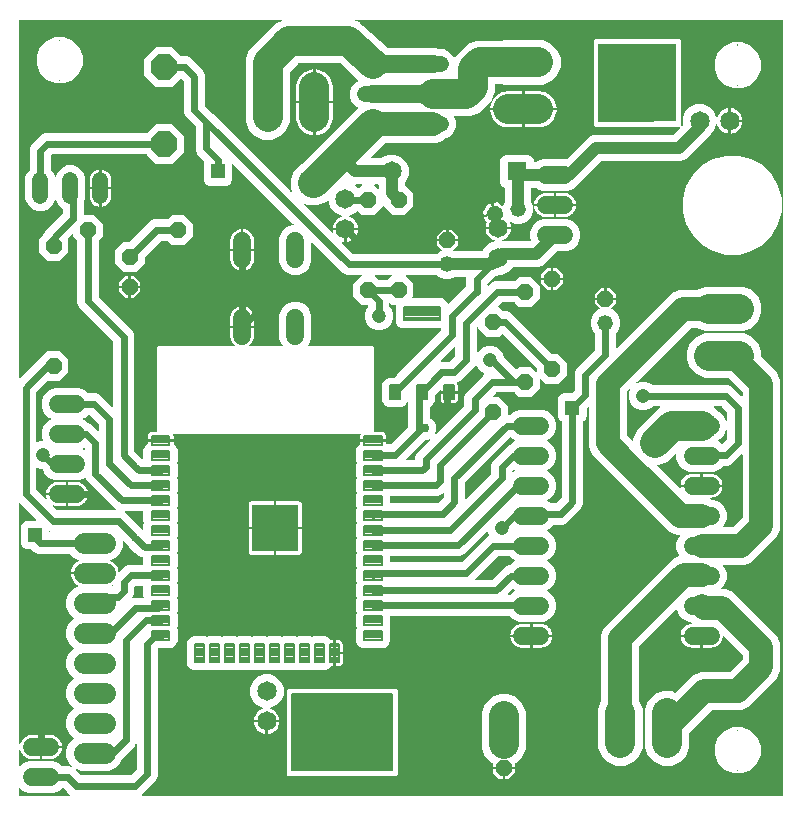
<source format=gbr>
G04 EAGLE Gerber X2 export*
%TF.Part,Single*%
%TF.FileFunction,Copper,L2,Bot,Mixed*%
%TF.FilePolarity,Positive*%
%TF.GenerationSoftware,Autodesk,EAGLE,9.1.2*%
%TF.CreationDate,2018-08-31T13:28:58Z*%
G75*
%MOMM*%
%FSLAX34Y34*%
%LPD*%
%AMOC8*
5,1,8,0,0,1.08239X$1,22.5*%
G01*
%ADD10C,2.550000*%
%ADD11P,1.429621X8X112.500000*%
%ADD12C,1.320800*%
%ADD13C,1.651000*%
%ADD14P,1.429621X8X292.500000*%
%ADD15C,1.524000*%
%ADD16C,1.320800*%
%ADD17P,1.429621X8X22.500000*%
%ADD18P,2.336880X8X292.500000*%
%ADD19C,0.198000*%
%ADD20R,4.000000X4.000000*%
%ADD21C,0.139500*%
%ADD22C,0.196500*%
%ADD23C,1.778000*%
%ADD24C,1.508000*%
%ADD25C,1.650000*%
%ADD26R,1.650000X1.650000*%
%ADD27P,1.429621X8X213.800000*%
%ADD28C,0.600000*%
%ADD29C,1.206400*%
%ADD30C,0.756400*%
%ADD31C,2.500000*%
%ADD32R,1.500000X1.500000*%
%ADD33C,2.000000*%
%ADD34C,1.000000*%
%ADD35R,1.206400X1.206400*%
%ADD36C,1.500000*%
%ADD37C,0.600000*%

G36*
X647984Y341526D02*
X647984Y341526D01*
X647993Y341525D01*
X648081Y341546D01*
X648171Y341564D01*
X648178Y341569D01*
X648186Y341571D01*
X648259Y341625D01*
X648335Y341677D01*
X648339Y341684D01*
X648346Y341689D01*
X648393Y341767D01*
X648442Y341844D01*
X648443Y341853D01*
X648448Y341860D01*
X648475Y342024D01*
X648475Y997976D01*
X648474Y997984D01*
X648475Y997993D01*
X648454Y998081D01*
X648436Y998171D01*
X648431Y998178D01*
X648429Y998186D01*
X648375Y998259D01*
X648323Y998335D01*
X648316Y998339D01*
X648311Y998346D01*
X648233Y998393D01*
X648156Y998442D01*
X648147Y998443D01*
X648140Y998448D01*
X647976Y998475D01*
X286251Y998475D01*
X286249Y998475D01*
X286247Y998475D01*
X286153Y998455D01*
X286056Y998436D01*
X286055Y998434D01*
X286053Y998434D01*
X285972Y998378D01*
X285893Y998323D01*
X285891Y998321D01*
X285890Y998320D01*
X285838Y998237D01*
X285786Y998156D01*
X285785Y998153D01*
X285784Y998152D01*
X285769Y998056D01*
X285752Y997959D01*
X285753Y997957D01*
X285753Y997955D01*
X285776Y997861D01*
X285798Y997766D01*
X285800Y997764D01*
X285800Y997762D01*
X285860Y997683D01*
X285916Y997606D01*
X285918Y997605D01*
X285919Y997603D01*
X286060Y997515D01*
X286710Y997246D01*
X286719Y997244D01*
X286730Y997238D01*
X289809Y996112D01*
X290042Y995899D01*
X290045Y995896D01*
X290048Y995893D01*
X290188Y995805D01*
X290480Y995684D01*
X292799Y993365D01*
X292807Y993360D01*
X292814Y993350D01*
X313507Y974332D01*
X313509Y974331D01*
X313510Y974330D01*
X313593Y974281D01*
X313678Y974230D01*
X313680Y974229D01*
X313681Y974228D01*
X313845Y974201D01*
X354485Y974201D01*
X356557Y973343D01*
X356571Y973340D01*
X356584Y973332D01*
X356748Y973305D01*
X360911Y973305D01*
X365544Y971386D01*
X369090Y967840D01*
X369473Y966914D01*
X369477Y966908D01*
X369478Y966902D01*
X369533Y966826D01*
X369585Y966749D01*
X369590Y966745D01*
X369594Y966740D01*
X369673Y966692D01*
X369751Y966640D01*
X369758Y966639D01*
X369763Y966636D01*
X369855Y966622D01*
X369947Y966606D01*
X369953Y966607D01*
X369959Y966606D01*
X370050Y966629D01*
X370141Y966650D01*
X370146Y966654D01*
X370152Y966655D01*
X370288Y966752D01*
X375590Y972054D01*
X381520Y977984D01*
X388320Y980801D01*
X411317Y980801D01*
X411332Y980804D01*
X411346Y980802D01*
X411508Y980839D01*
X412020Y981051D01*
X444980Y981051D01*
X451871Y978196D01*
X457146Y972921D01*
X460001Y966030D01*
X460001Y958570D01*
X457146Y951679D01*
X451871Y946404D01*
X444980Y943549D01*
X412020Y943549D01*
X411508Y943761D01*
X411494Y943764D01*
X411481Y943772D01*
X411317Y943799D01*
X405000Y943799D01*
X404992Y943798D01*
X404983Y943799D01*
X404895Y943778D01*
X404805Y943760D01*
X404798Y943755D01*
X404790Y943753D01*
X404717Y943699D01*
X404641Y943647D01*
X404637Y943640D01*
X404630Y943635D01*
X404583Y943557D01*
X404534Y943480D01*
X404533Y943471D01*
X404528Y943464D01*
X404501Y943300D01*
X404501Y937620D01*
X401886Y931307D01*
X401878Y931266D01*
X401861Y931228D01*
X401859Y931170D01*
X401848Y931112D01*
X401856Y931071D01*
X401855Y931030D01*
X401877Y930975D01*
X401889Y930917D01*
X401913Y930883D01*
X401922Y930859D01*
X401908Y930862D01*
X401832Y930842D01*
X401755Y930829D01*
X401737Y930818D01*
X401716Y930812D01*
X401612Y930739D01*
X401587Y930723D01*
X401584Y930719D01*
X401580Y930716D01*
X396410Y925546D01*
X390480Y919616D01*
X383680Y916799D01*
X369937Y916799D01*
X369930Y916798D01*
X369924Y916799D01*
X369834Y916778D01*
X369742Y916760D01*
X369737Y916756D01*
X369730Y916755D01*
X369655Y916700D01*
X369578Y916647D01*
X369574Y916642D01*
X369569Y916638D01*
X369521Y916558D01*
X369471Y916480D01*
X369470Y916473D01*
X369466Y916468D01*
X369453Y916376D01*
X369438Y916283D01*
X369439Y916277D01*
X369438Y916271D01*
X369475Y916109D01*
X371009Y912407D01*
X371009Y907393D01*
X369090Y902760D01*
X365544Y899214D01*
X362561Y897979D01*
X362548Y897970D01*
X362534Y897967D01*
X362399Y897870D01*
X360864Y896335D01*
X354983Y893899D01*
X311370Y893899D01*
X311358Y893897D01*
X311345Y893899D01*
X311261Y893877D01*
X311175Y893860D01*
X311165Y893853D01*
X311153Y893849D01*
X311017Y893753D01*
X299117Y881853D01*
X299115Y881849D01*
X299111Y881847D01*
X299060Y881767D01*
X299007Y881687D01*
X299006Y881683D01*
X299004Y881680D01*
X298988Y881586D01*
X298971Y881492D01*
X298972Y881488D01*
X298971Y881483D01*
X298993Y881392D01*
X299014Y881298D01*
X299016Y881294D01*
X299017Y881290D01*
X299073Y881214D01*
X299129Y881135D01*
X299132Y881133D01*
X299135Y881130D01*
X299217Y881081D01*
X299298Y881031D01*
X299302Y881031D01*
X299306Y881028D01*
X299470Y881001D01*
X307640Y881001D01*
X307653Y881003D01*
X307665Y881001D01*
X307749Y881023D01*
X307835Y881040D01*
X307846Y881047D01*
X307858Y881051D01*
X307993Y881147D01*
X308928Y882081D01*
X314165Y884251D01*
X319835Y884251D01*
X325072Y882081D01*
X329081Y878072D01*
X331251Y872835D01*
X331251Y867165D01*
X329081Y861928D01*
X328147Y860993D01*
X328140Y860983D01*
X328130Y860975D01*
X328085Y860901D01*
X328037Y860828D01*
X328035Y860815D01*
X328028Y860804D01*
X328001Y860640D01*
X328001Y858732D01*
X328003Y858719D01*
X328001Y858707D01*
X328023Y858623D01*
X328040Y858537D01*
X328047Y858527D01*
X328051Y858514D01*
X328147Y858379D01*
X335405Y851121D01*
X335405Y840679D01*
X328021Y833295D01*
X317579Y833295D01*
X310553Y840321D01*
X310546Y840326D01*
X310541Y840333D01*
X310464Y840380D01*
X310387Y840431D01*
X310379Y840433D01*
X310372Y840437D01*
X310282Y840451D01*
X310192Y840467D01*
X310183Y840466D01*
X310175Y840467D01*
X310087Y840444D01*
X309998Y840425D01*
X309991Y840420D01*
X309983Y840418D01*
X309847Y840321D01*
X302421Y832895D01*
X291979Y832895D01*
X288521Y836353D01*
X288511Y836360D01*
X288508Y836365D01*
X288507Y836365D01*
X288503Y836370D01*
X288429Y836414D01*
X288355Y836463D01*
X288345Y836465D01*
X288339Y836469D01*
X288336Y836469D01*
X288332Y836472D01*
X288168Y836499D01*
X288167Y836499D01*
X288163Y836499D01*
X288160Y836499D01*
X288151Y836497D01*
X288142Y836499D01*
X288058Y836477D01*
X287972Y836460D01*
X287968Y836457D01*
X287966Y836456D01*
X287960Y836452D01*
X287949Y836449D01*
X287814Y836353D01*
X285875Y834415D01*
X280919Y832362D01*
X280900Y832348D01*
X280877Y832342D01*
X280818Y832293D01*
X280755Y832251D01*
X280741Y832231D01*
X280723Y832215D01*
X280688Y832148D01*
X280646Y832084D01*
X280642Y832060D01*
X280631Y832039D01*
X280625Y831963D01*
X280611Y831888D01*
X280617Y831865D01*
X280615Y831841D01*
X280639Y831769D01*
X280656Y831694D01*
X280670Y831675D01*
X280677Y831652D01*
X280728Y831595D01*
X280772Y831533D01*
X280793Y831521D01*
X280809Y831503D01*
X280912Y831449D01*
X280943Y831430D01*
X280949Y831429D01*
X280956Y831426D01*
X281944Y831105D01*
X283458Y830333D01*
X284833Y829335D01*
X286035Y828133D01*
X287033Y826758D01*
X287805Y825244D01*
X288330Y823628D01*
X288572Y822099D01*
X278300Y822099D01*
X278292Y822098D01*
X278284Y822099D01*
X278195Y822078D01*
X278105Y822060D01*
X278098Y822055D01*
X278090Y822053D01*
X278017Y821999D01*
X277941Y821947D01*
X277937Y821940D01*
X277930Y821935D01*
X277884Y821857D01*
X277834Y821780D01*
X277833Y821771D01*
X277829Y821764D01*
X277801Y821600D01*
X277801Y821099D01*
X277799Y821099D01*
X277799Y821600D01*
X277797Y821608D01*
X277799Y821616D01*
X277778Y821705D01*
X277760Y821795D01*
X277755Y821802D01*
X277753Y821810D01*
X277699Y821883D01*
X277647Y821959D01*
X277640Y821963D01*
X277635Y821970D01*
X277557Y822016D01*
X277479Y822066D01*
X277471Y822067D01*
X277464Y822071D01*
X277300Y822099D01*
X267028Y822099D01*
X267270Y823628D01*
X267795Y825244D01*
X268567Y826758D01*
X269565Y828133D01*
X270767Y829335D01*
X272142Y830333D01*
X273656Y831105D01*
X274644Y831426D01*
X274665Y831438D01*
X274688Y831443D01*
X274751Y831486D01*
X274817Y831524D01*
X274831Y831543D01*
X274851Y831556D01*
X274892Y831621D01*
X274938Y831681D01*
X274944Y831705D01*
X274957Y831725D01*
X274969Y831800D01*
X274988Y831874D01*
X274984Y831898D01*
X274988Y831921D01*
X274970Y831995D01*
X274959Y832070D01*
X274946Y832091D01*
X274941Y832114D01*
X274895Y832175D01*
X274855Y832240D01*
X274836Y832254D01*
X274821Y832273D01*
X274723Y832335D01*
X274694Y832356D01*
X274687Y832358D01*
X274681Y832362D01*
X269725Y834415D01*
X265715Y838425D01*
X263544Y843664D01*
X263544Y845075D01*
X263543Y845079D01*
X263544Y845083D01*
X263524Y845177D01*
X263505Y845270D01*
X263502Y845273D01*
X263501Y845277D01*
X263446Y845355D01*
X263392Y845434D01*
X263389Y845436D01*
X263386Y845439D01*
X263305Y845489D01*
X263225Y845541D01*
X263220Y845542D01*
X263217Y845544D01*
X263123Y845558D01*
X263028Y845574D01*
X263024Y845573D01*
X263020Y845574D01*
X262928Y845550D01*
X262835Y845528D01*
X262832Y845525D01*
X262828Y845524D01*
X262692Y845428D01*
X261580Y844316D01*
X254780Y841499D01*
X246320Y841499D01*
X243363Y842724D01*
X243361Y842724D01*
X243360Y842725D01*
X243263Y842743D01*
X243168Y842762D01*
X243166Y842761D01*
X243164Y842762D01*
X243068Y842741D01*
X242974Y842721D01*
X242972Y842720D01*
X242970Y842719D01*
X242891Y842663D01*
X242811Y842607D01*
X242810Y842605D01*
X242808Y842604D01*
X242757Y842522D01*
X242705Y842438D01*
X242705Y842436D01*
X242704Y842434D01*
X242689Y842338D01*
X242674Y842242D01*
X242674Y842240D01*
X242674Y842238D01*
X242698Y842143D01*
X242721Y842049D01*
X242722Y842047D01*
X242723Y842045D01*
X242819Y841910D01*
X266393Y818336D01*
X266429Y818312D01*
X266459Y818280D01*
X266511Y818258D01*
X266559Y818226D01*
X266602Y818218D01*
X266642Y818201D01*
X266698Y818200D01*
X266754Y818190D01*
X266797Y818199D01*
X266840Y818199D01*
X266893Y818220D01*
X266949Y818233D01*
X266984Y818258D01*
X267024Y818274D01*
X267064Y818315D01*
X267111Y818348D01*
X267133Y818385D01*
X267164Y818416D01*
X267185Y818469D01*
X267215Y818517D01*
X267221Y818560D01*
X267237Y818601D01*
X267238Y818671D01*
X267245Y818714D01*
X267239Y818737D01*
X267239Y818767D01*
X267028Y820101D01*
X276801Y820101D01*
X276801Y810328D01*
X275467Y810539D01*
X275424Y810537D01*
X275381Y810545D01*
X275325Y810533D01*
X275268Y810531D01*
X275229Y810512D01*
X275186Y810502D01*
X275140Y810470D01*
X275089Y810445D01*
X275060Y810412D01*
X275024Y810387D01*
X274995Y810339D01*
X274957Y810296D01*
X274943Y810255D01*
X274920Y810218D01*
X274912Y810162D01*
X274893Y810108D01*
X274897Y810064D01*
X274890Y810021D01*
X274904Y809966D01*
X274909Y809910D01*
X274929Y809871D01*
X274939Y809829D01*
X274980Y809772D01*
X275000Y809733D01*
X275018Y809718D01*
X275036Y809693D01*
X284242Y800487D01*
X284253Y800480D01*
X284260Y800470D01*
X284335Y800425D01*
X284408Y800377D01*
X284420Y800375D01*
X284431Y800368D01*
X284595Y800341D01*
X355168Y800341D01*
X355181Y800343D01*
X355193Y800341D01*
X355277Y800363D01*
X355363Y800380D01*
X355373Y800387D01*
X355386Y800391D01*
X355521Y800487D01*
X357060Y802026D01*
X359086Y802865D01*
X359091Y802869D01*
X359098Y802870D01*
X359174Y802924D01*
X359251Y802976D01*
X359254Y802981D01*
X359260Y802985D01*
X359308Y803064D01*
X359359Y803143D01*
X359361Y803149D01*
X359364Y803154D01*
X359378Y803246D01*
X359394Y803339D01*
X359393Y803345D01*
X359394Y803351D01*
X359371Y803441D01*
X359350Y803532D01*
X359346Y803538D01*
X359344Y803544D01*
X359248Y803679D01*
X355055Y807872D01*
X355055Y810661D01*
X363700Y810661D01*
X363708Y810662D01*
X363716Y810661D01*
X363805Y810682D01*
X363895Y810700D01*
X363902Y810705D01*
X363910Y810707D01*
X363983Y810761D01*
X364059Y810813D01*
X364063Y810820D01*
X364070Y810825D01*
X364116Y810903D01*
X364166Y810980D01*
X364167Y810989D01*
X364171Y810996D01*
X364199Y811160D01*
X364199Y811661D01*
X364201Y811661D01*
X364201Y811160D01*
X364203Y811152D01*
X364201Y811143D01*
X364222Y811055D01*
X364240Y810965D01*
X364245Y810958D01*
X364247Y810950D01*
X364301Y810877D01*
X364353Y810801D01*
X364360Y810797D01*
X364365Y810790D01*
X364443Y810743D01*
X364521Y810694D01*
X364529Y810693D01*
X364536Y810688D01*
X364700Y810661D01*
X373345Y810661D01*
X373345Y807872D01*
X369152Y803679D01*
X369151Y803678D01*
X369148Y803674D01*
X369143Y803670D01*
X369094Y803591D01*
X369042Y803513D01*
X369041Y803507D01*
X369038Y803502D01*
X369023Y803410D01*
X369006Y803318D01*
X369007Y803312D01*
X369006Y803306D01*
X369028Y803216D01*
X369049Y803124D01*
X369052Y803119D01*
X369054Y803113D01*
X369110Y803038D01*
X369164Y802962D01*
X369169Y802958D01*
X369173Y802953D01*
X369314Y802865D01*
X370488Y802379D01*
X370502Y802376D01*
X370515Y802368D01*
X370679Y802341D01*
X393690Y802341D01*
X393700Y802343D01*
X393710Y802341D01*
X393797Y802362D01*
X393885Y802380D01*
X393893Y802386D01*
X393903Y802389D01*
X393975Y802442D01*
X394049Y802493D01*
X394054Y802502D01*
X394063Y802508D01*
X394151Y802649D01*
X395115Y804975D01*
X399125Y808985D01*
X404081Y811038D01*
X404100Y811052D01*
X404123Y811058D01*
X404182Y811107D01*
X404245Y811149D01*
X404259Y811169D01*
X404277Y811185D01*
X404312Y811252D01*
X404354Y811316D01*
X404358Y811340D01*
X404369Y811361D01*
X404375Y811437D01*
X404389Y811512D01*
X404383Y811535D01*
X404385Y811559D01*
X404361Y811631D01*
X404344Y811706D01*
X404330Y811725D01*
X404323Y811748D01*
X404272Y811805D01*
X404228Y811867D01*
X404207Y811879D01*
X404191Y811897D01*
X404088Y811951D01*
X404057Y811970D01*
X404051Y811971D01*
X404044Y811974D01*
X403056Y812295D01*
X401542Y813067D01*
X400167Y814065D01*
X398965Y815267D01*
X397967Y816642D01*
X397195Y818156D01*
X396670Y819772D01*
X396428Y821301D01*
X406700Y821301D01*
X406708Y821302D01*
X406716Y821301D01*
X406805Y821322D01*
X406895Y821340D01*
X406902Y821345D01*
X406910Y821347D01*
X406983Y821401D01*
X407059Y821453D01*
X407063Y821460D01*
X407070Y821465D01*
X407116Y821543D01*
X407166Y821620D01*
X407167Y821629D01*
X407171Y821636D01*
X407199Y821800D01*
X407199Y822800D01*
X407197Y822808D01*
X407199Y822816D01*
X407178Y822905D01*
X407160Y822995D01*
X407155Y823002D01*
X407153Y823010D01*
X407099Y823083D01*
X407047Y823159D01*
X407040Y823163D01*
X407035Y823170D01*
X406957Y823216D01*
X406879Y823266D01*
X406871Y823267D01*
X406864Y823271D01*
X406700Y823299D01*
X396428Y823299D01*
X396670Y824828D01*
X397195Y826444D01*
X397426Y826896D01*
X397447Y826973D01*
X397474Y827046D01*
X397473Y827068D01*
X397479Y827088D01*
X397469Y827166D01*
X397465Y827245D01*
X397456Y827264D01*
X397453Y827285D01*
X397413Y827353D01*
X397379Y827424D01*
X397362Y827441D01*
X397352Y827457D01*
X397316Y827483D01*
X397258Y827538D01*
X395812Y828503D01*
X395265Y831237D01*
X403742Y832931D01*
X403750Y832935D01*
X403759Y832935D01*
X403842Y832973D01*
X403926Y833008D01*
X403932Y833014D01*
X403939Y833018D01*
X404001Y833085D01*
X404064Y833151D01*
X404067Y833159D01*
X404073Y833165D01*
X404103Y833251D01*
X404137Y833336D01*
X404136Y833345D01*
X404139Y833352D01*
X404134Y833519D01*
X404036Y834010D01*
X404527Y834108D01*
X404535Y834111D01*
X404543Y834111D01*
X404627Y834150D01*
X404710Y834185D01*
X404716Y834191D01*
X404724Y834195D01*
X404785Y834262D01*
X404849Y834327D01*
X404852Y834335D01*
X404858Y834341D01*
X404888Y834428D01*
X404921Y834513D01*
X404921Y834521D01*
X404924Y834529D01*
X404919Y834695D01*
X403225Y843172D01*
X405959Y843719D01*
X410729Y840538D01*
X410782Y840516D01*
X410831Y840486D01*
X410873Y840479D01*
X410913Y840462D01*
X410971Y840463D01*
X411027Y840454D01*
X411069Y840465D01*
X411112Y840465D01*
X411165Y840488D01*
X411220Y840502D01*
X411255Y840528D01*
X411294Y840545D01*
X411333Y840587D01*
X411379Y840621D01*
X411406Y840664D01*
X411431Y840690D01*
X411443Y840722D01*
X411468Y840762D01*
X412924Y844279D01*
X412927Y844293D01*
X412935Y844306D01*
X412962Y844470D01*
X412962Y855662D01*
X412960Y855672D01*
X412962Y855682D01*
X412941Y855769D01*
X412923Y855857D01*
X412917Y855865D01*
X412914Y855875D01*
X412861Y855947D01*
X412810Y856021D01*
X412801Y856026D01*
X412795Y856035D01*
X412654Y856123D01*
X411351Y856663D01*
X409663Y858351D01*
X408749Y860556D01*
X408749Y879444D01*
X409663Y881649D01*
X411351Y883337D01*
X413556Y884251D01*
X432444Y884251D01*
X434649Y883337D01*
X436337Y881649D01*
X437251Y879444D01*
X437251Y878400D01*
X437252Y878392D01*
X437251Y878383D01*
X437272Y878295D01*
X437290Y878205D01*
X437295Y878198D01*
X437297Y878190D01*
X437351Y878117D01*
X437403Y878041D01*
X437410Y878037D01*
X437415Y878030D01*
X437493Y877983D01*
X437570Y877934D01*
X437579Y877933D01*
X437586Y877928D01*
X437750Y877901D01*
X439311Y877901D01*
X439324Y877903D01*
X439336Y877901D01*
X439420Y877923D01*
X439506Y877940D01*
X439517Y877947D01*
X439529Y877951D01*
X439664Y878047D01*
X440064Y878447D01*
X445071Y880521D01*
X464757Y880521D01*
X464769Y880523D01*
X464781Y880521D01*
X464866Y880543D01*
X464951Y880560D01*
X464962Y880567D01*
X464974Y880571D01*
X465110Y880667D01*
X483769Y899326D01*
X487812Y901001D01*
X555237Y901001D01*
X555249Y901003D01*
X555261Y901001D01*
X555346Y901023D01*
X555431Y901040D01*
X555442Y901047D01*
X555454Y901051D01*
X555590Y901147D01*
X561304Y906861D01*
X561306Y906865D01*
X561309Y906867D01*
X561361Y906947D01*
X561413Y907027D01*
X561414Y907031D01*
X561416Y907034D01*
X561432Y907128D01*
X561450Y907222D01*
X561449Y907226D01*
X561450Y907231D01*
X561428Y907322D01*
X561407Y907416D01*
X561405Y907420D01*
X561404Y907424D01*
X561348Y907500D01*
X561292Y907579D01*
X561288Y907581D01*
X561286Y907584D01*
X561204Y907633D01*
X561122Y907683D01*
X561118Y907683D01*
X561115Y907686D01*
X560951Y907713D01*
X539053Y907713D01*
X538937Y907829D01*
X538926Y907836D01*
X538919Y907846D01*
X538844Y907891D01*
X538771Y907939D01*
X538759Y907941D01*
X538748Y907948D01*
X538584Y907975D01*
X489161Y907975D01*
X487975Y909161D01*
X487975Y980839D01*
X489161Y982025D01*
X528584Y982025D01*
X528596Y982027D01*
X528609Y982025D01*
X528693Y982047D01*
X528779Y982064D01*
X528789Y982071D01*
X528801Y982075D01*
X528937Y982171D01*
X529053Y982287D01*
X560947Y982287D01*
X562287Y980947D01*
X562287Y909049D01*
X562288Y909045D01*
X562287Y909041D01*
X562307Y908948D01*
X562326Y908855D01*
X562329Y908851D01*
X562330Y908847D01*
X562385Y908769D01*
X562439Y908691D01*
X562442Y908688D01*
X562445Y908685D01*
X562526Y908635D01*
X562606Y908584D01*
X562611Y908583D01*
X562614Y908581D01*
X562708Y908566D01*
X562803Y908550D01*
X562807Y908551D01*
X562811Y908551D01*
X562903Y908574D01*
X562996Y908596D01*
X562999Y908599D01*
X563003Y908600D01*
X563139Y908696D01*
X563490Y909048D01*
X563496Y909057D01*
X563505Y909063D01*
X563551Y909139D01*
X563600Y909214D01*
X563602Y909224D01*
X563608Y909233D01*
X563620Y909321D01*
X563637Y909409D01*
X563634Y909419D01*
X563636Y909430D01*
X563599Y909592D01*
X563444Y909964D01*
X563444Y915636D01*
X565615Y920875D01*
X569625Y924885D01*
X574864Y927056D01*
X580536Y927056D01*
X585775Y924885D01*
X589785Y920875D01*
X591838Y915919D01*
X591852Y915900D01*
X591858Y915876D01*
X591907Y915818D01*
X591949Y915755D01*
X591970Y915741D01*
X591985Y915723D01*
X592052Y915688D01*
X592116Y915646D01*
X592140Y915642D01*
X592161Y915631D01*
X592237Y915625D01*
X592312Y915611D01*
X592335Y915617D01*
X592359Y915615D01*
X592431Y915639D01*
X592506Y915656D01*
X592525Y915670D01*
X592548Y915677D01*
X592605Y915728D01*
X592667Y915772D01*
X592679Y915793D01*
X592697Y915809D01*
X592751Y915912D01*
X592770Y915943D01*
X592771Y915949D01*
X592774Y915956D01*
X593095Y916944D01*
X593867Y918458D01*
X594865Y919833D01*
X596067Y921035D01*
X597442Y922033D01*
X598956Y922805D01*
X600572Y923330D01*
X602101Y923572D01*
X602101Y913300D01*
X602102Y913292D01*
X602101Y913284D01*
X602122Y913195D01*
X602140Y913105D01*
X602145Y913098D01*
X602147Y913090D01*
X602201Y913017D01*
X602253Y912941D01*
X602260Y912937D01*
X602265Y912930D01*
X602343Y912884D01*
X602420Y912834D01*
X602429Y912833D01*
X602436Y912829D01*
X602600Y912801D01*
X603101Y912801D01*
X603101Y912799D01*
X602600Y912799D01*
X602592Y912797D01*
X602583Y912799D01*
X602495Y912778D01*
X602405Y912760D01*
X602398Y912755D01*
X602390Y912753D01*
X602317Y912699D01*
X602241Y912647D01*
X602237Y912640D01*
X602230Y912635D01*
X602183Y912557D01*
X602134Y912479D01*
X602133Y912471D01*
X602128Y912464D01*
X602101Y912300D01*
X602101Y902028D01*
X600572Y902270D01*
X598956Y902795D01*
X597442Y903567D01*
X596067Y904565D01*
X594865Y905767D01*
X593867Y907142D01*
X593095Y908656D01*
X592774Y909644D01*
X592762Y909665D01*
X592757Y909688D01*
X592714Y909751D01*
X592676Y909817D01*
X592657Y909831D01*
X592644Y909851D01*
X592579Y909892D01*
X592519Y909938D01*
X592495Y909944D01*
X592475Y909957D01*
X592400Y909969D01*
X592326Y909988D01*
X592302Y909985D01*
X592279Y909988D01*
X592205Y909970D01*
X592130Y909959D01*
X592109Y909946D01*
X592086Y909941D01*
X592025Y909895D01*
X591960Y909855D01*
X591946Y909836D01*
X591927Y909822D01*
X591865Y909723D01*
X591844Y909694D01*
X591842Y909687D01*
X591838Y909681D01*
X589785Y904725D01*
X587447Y902387D01*
X587439Y902374D01*
X587428Y902366D01*
X587339Y902225D01*
X587026Y901469D01*
X566231Y880674D01*
X562188Y878999D01*
X494763Y878999D01*
X494751Y878997D01*
X494739Y878999D01*
X494654Y878977D01*
X494569Y878960D01*
X494558Y878953D01*
X494546Y878949D01*
X494410Y878853D01*
X473131Y857574D01*
X472925Y857488D01*
X472913Y857480D01*
X472898Y857477D01*
X472763Y857380D01*
X470736Y855353D01*
X465729Y853279D01*
X445071Y853279D01*
X440064Y855353D01*
X439664Y855753D01*
X439654Y855760D01*
X439646Y855770D01*
X439571Y855815D01*
X439499Y855863D01*
X439486Y855865D01*
X439475Y855872D01*
X439311Y855899D01*
X435463Y855899D01*
X435455Y855898D01*
X435446Y855899D01*
X435358Y855878D01*
X435268Y855860D01*
X435261Y855855D01*
X435253Y855853D01*
X435180Y855799D01*
X435104Y855747D01*
X435100Y855740D01*
X435093Y855735D01*
X435046Y855657D01*
X434997Y855580D01*
X434996Y855571D01*
X434991Y855564D01*
X434964Y855400D01*
X434964Y844470D01*
X434967Y844455D01*
X434965Y844441D01*
X435002Y844279D01*
X436568Y840498D01*
X436568Y835484D01*
X434649Y830851D01*
X431103Y827305D01*
X426470Y825386D01*
X421456Y825386D01*
X417941Y826842D01*
X417859Y826858D01*
X417777Y826879D01*
X417762Y826877D01*
X417746Y826880D01*
X417664Y826862D01*
X417580Y826850D01*
X417567Y826842D01*
X417552Y826839D01*
X417483Y826790D01*
X417411Y826746D01*
X417402Y826734D01*
X417389Y826725D01*
X417344Y826653D01*
X417295Y826585D01*
X417291Y826570D01*
X417283Y826556D01*
X417270Y826473D01*
X417251Y826391D01*
X417254Y826374D01*
X417252Y826360D01*
X417262Y826317D01*
X417276Y826226D01*
X417730Y824828D01*
X417972Y823299D01*
X407700Y823299D01*
X407692Y823298D01*
X407684Y823299D01*
X407595Y823278D01*
X407505Y823260D01*
X407498Y823255D01*
X407490Y823253D01*
X407417Y823199D01*
X407341Y823147D01*
X407337Y823140D01*
X407330Y823135D01*
X407284Y823057D01*
X407234Y822980D01*
X407233Y822971D01*
X407229Y822964D01*
X407201Y822800D01*
X407201Y821800D01*
X407202Y821793D01*
X407201Y821787D01*
X407201Y821785D01*
X407201Y821783D01*
X407222Y821695D01*
X407240Y821605D01*
X407245Y821598D01*
X407247Y821590D01*
X407301Y821517D01*
X407353Y821441D01*
X407360Y821437D01*
X407365Y821430D01*
X407443Y821383D01*
X407521Y821334D01*
X407529Y821333D01*
X407536Y821328D01*
X407700Y821301D01*
X417972Y821301D01*
X417730Y819772D01*
X417205Y818156D01*
X416433Y816642D01*
X415435Y815267D01*
X414233Y814065D01*
X412858Y813067D01*
X411344Y812295D01*
X410358Y811975D01*
X410339Y811964D01*
X410317Y811960D01*
X410253Y811915D01*
X410185Y811877D01*
X410172Y811860D01*
X410153Y811847D01*
X410111Y811781D01*
X410064Y811719D01*
X410058Y811698D01*
X410046Y811680D01*
X410033Y811603D01*
X410014Y811527D01*
X410017Y811505D01*
X410013Y811483D01*
X410031Y811408D01*
X410043Y811330D01*
X410054Y811311D01*
X410059Y811290D01*
X410106Y811227D01*
X410146Y811160D01*
X410164Y811148D01*
X410177Y811130D01*
X410244Y811090D01*
X410308Y811044D01*
X410329Y811040D01*
X410348Y811028D01*
X410472Y811007D01*
X410502Y811001D01*
X410507Y811002D01*
X410512Y811001D01*
X434402Y811001D01*
X434408Y811002D01*
X434414Y811001D01*
X434505Y811022D01*
X434597Y811040D01*
X434602Y811044D01*
X434608Y811045D01*
X434684Y811100D01*
X434761Y811153D01*
X434764Y811158D01*
X434769Y811162D01*
X434818Y811242D01*
X434868Y811320D01*
X434869Y811327D01*
X434872Y811332D01*
X434885Y811424D01*
X434901Y811517D01*
X434900Y811523D01*
X434900Y811529D01*
X434863Y811691D01*
X434159Y813391D01*
X434159Y818809D01*
X436233Y823816D01*
X440064Y827647D01*
X445071Y829721D01*
X465729Y829721D01*
X470736Y827647D01*
X474567Y823816D01*
X476641Y818809D01*
X476641Y813391D01*
X474567Y808384D01*
X470736Y804553D01*
X465729Y802479D01*
X457543Y802479D01*
X457531Y802477D01*
X457519Y802479D01*
X457434Y802457D01*
X457349Y802440D01*
X457338Y802433D01*
X457326Y802429D01*
X457190Y802333D01*
X448696Y793839D01*
X445531Y790674D01*
X441488Y788999D01*
X419667Y788999D01*
X419654Y788997D01*
X419642Y788999D01*
X419558Y788977D01*
X419472Y788960D01*
X419461Y788953D01*
X419449Y788949D01*
X419314Y788853D01*
X415275Y784815D01*
X410036Y782644D01*
X408708Y782644D01*
X408696Y782642D01*
X408684Y782644D01*
X408599Y782622D01*
X408514Y782605D01*
X408503Y782598D01*
X408491Y782594D01*
X408355Y782498D01*
X407871Y782014D01*
X403828Y780339D01*
X403575Y780339D01*
X403563Y780337D01*
X403550Y780339D01*
X403466Y780317D01*
X403380Y780300D01*
X403370Y780293D01*
X403358Y780289D01*
X403222Y780193D01*
X398147Y775118D01*
X398140Y775107D01*
X398130Y775100D01*
X398085Y775025D01*
X398037Y774952D01*
X398035Y774940D01*
X398028Y774929D01*
X398001Y774765D01*
X398001Y773702D01*
X398002Y773698D01*
X398001Y773694D01*
X398021Y773601D01*
X398040Y773508D01*
X398043Y773504D01*
X398044Y773500D01*
X398099Y773422D01*
X398153Y773344D01*
X398156Y773341D01*
X398159Y773338D01*
X398240Y773288D01*
X398320Y773237D01*
X398325Y773236D01*
X398328Y773234D01*
X398422Y773219D01*
X398517Y773203D01*
X398521Y773204D01*
X398525Y773204D01*
X398617Y773227D01*
X398710Y773249D01*
X398713Y773252D01*
X398717Y773253D01*
X398853Y773349D01*
X401234Y775730D01*
X404542Y777101D01*
X420968Y777101D01*
X420981Y777103D01*
X420993Y777101D01*
X421077Y777123D01*
X421163Y777140D01*
X421173Y777147D01*
X421186Y777151D01*
X421321Y777247D01*
X424779Y780705D01*
X435221Y780705D01*
X442605Y773321D01*
X442605Y762879D01*
X435221Y755495D01*
X424779Y755495D01*
X421321Y758953D01*
X421311Y758960D01*
X421303Y758970D01*
X421229Y759014D01*
X421155Y759063D01*
X421143Y759065D01*
X421132Y759072D01*
X420968Y759099D01*
X410268Y759099D01*
X410255Y759097D01*
X410243Y759099D01*
X410159Y759077D01*
X410073Y759060D01*
X410062Y759053D01*
X410050Y759049D01*
X409915Y758953D01*
X406919Y755957D01*
X406916Y755953D01*
X406913Y755951D01*
X406862Y755871D01*
X406809Y755791D01*
X406808Y755787D01*
X406806Y755784D01*
X406790Y755690D01*
X406772Y755596D01*
X406773Y755592D01*
X406773Y755587D01*
X406795Y755495D01*
X406815Y755402D01*
X406818Y755398D01*
X406819Y755394D01*
X406875Y755318D01*
X406930Y755239D01*
X406934Y755237D01*
X406936Y755234D01*
X407019Y755185D01*
X407100Y755135D01*
X407104Y755135D01*
X407108Y755132D01*
X407272Y755105D01*
X408021Y755105D01*
X411479Y751647D01*
X411489Y751640D01*
X411497Y751630D01*
X411572Y751585D01*
X411645Y751537D01*
X411657Y751535D01*
X411668Y751528D01*
X411832Y751501D01*
X414990Y751501D01*
X418299Y750130D01*
X452778Y715651D01*
X452789Y715644D01*
X452796Y715634D01*
X452871Y715589D01*
X452944Y715541D01*
X452956Y715539D01*
X452967Y715532D01*
X453131Y715505D01*
X458021Y715505D01*
X465405Y708121D01*
X465405Y697679D01*
X458021Y690295D01*
X447579Y690295D01*
X443457Y694417D01*
X443453Y694420D01*
X443451Y694423D01*
X443371Y694474D01*
X443291Y694527D01*
X443287Y694528D01*
X443284Y694530D01*
X443190Y694546D01*
X443096Y694563D01*
X443092Y694563D01*
X443087Y694563D01*
X442996Y694541D01*
X442902Y694521D01*
X442898Y694518D01*
X442894Y694517D01*
X442818Y694461D01*
X442739Y694405D01*
X442737Y694402D01*
X442734Y694399D01*
X442685Y694317D01*
X442635Y694236D01*
X442635Y694232D01*
X442632Y694228D01*
X442605Y694064D01*
X442605Y686679D01*
X435221Y679295D01*
X424779Y679295D01*
X421321Y682753D01*
X421311Y682760D01*
X421303Y682770D01*
X421229Y682814D01*
X421155Y682863D01*
X421143Y682865D01*
X421132Y682872D01*
X420968Y682899D01*
X405835Y682899D01*
X405823Y682897D01*
X405810Y682899D01*
X405726Y682877D01*
X405640Y682860D01*
X405630Y682853D01*
X405618Y682849D01*
X405482Y682753D01*
X402486Y679757D01*
X402484Y679753D01*
X402480Y679751D01*
X402429Y679671D01*
X402376Y679591D01*
X402375Y679587D01*
X402373Y679584D01*
X402357Y679489D01*
X402340Y679396D01*
X402341Y679392D01*
X402340Y679387D01*
X402362Y679295D01*
X402383Y679202D01*
X402385Y679198D01*
X402386Y679194D01*
X402442Y679118D01*
X402498Y679039D01*
X402501Y679037D01*
X402504Y679034D01*
X402586Y678985D01*
X402667Y678935D01*
X402671Y678935D01*
X402675Y678932D01*
X402839Y678905D01*
X408021Y678905D01*
X415405Y671521D01*
X415405Y664200D01*
X415406Y664192D01*
X415405Y664183D01*
X415426Y664095D01*
X415444Y664005D01*
X415449Y663998D01*
X415451Y663990D01*
X415505Y663917D01*
X415557Y663841D01*
X415564Y663837D01*
X415569Y663830D01*
X415647Y663783D01*
X415724Y663734D01*
X415733Y663733D01*
X415740Y663728D01*
X415904Y663701D01*
X417111Y663701D01*
X417124Y663703D01*
X417136Y663701D01*
X417220Y663723D01*
X417306Y663740D01*
X417317Y663747D01*
X417329Y663751D01*
X417464Y663847D01*
X419864Y666247D01*
X424871Y668321D01*
X445529Y668321D01*
X450536Y666247D01*
X454367Y662416D01*
X456441Y657409D01*
X456441Y651991D01*
X454367Y646984D01*
X450536Y643153D01*
X448866Y642461D01*
X448862Y642459D01*
X448858Y642458D01*
X448780Y642403D01*
X448701Y642350D01*
X448699Y642347D01*
X448695Y642344D01*
X448644Y642263D01*
X448592Y642183D01*
X448592Y642179D01*
X448589Y642176D01*
X448574Y642082D01*
X448558Y641988D01*
X448559Y641983D01*
X448558Y641979D01*
X448581Y641888D01*
X448602Y641794D01*
X448605Y641790D01*
X448606Y641786D01*
X448663Y641710D01*
X448719Y641633D01*
X448722Y641631D01*
X448725Y641627D01*
X448866Y641539D01*
X450535Y640847D01*
X454367Y637016D01*
X456441Y632009D01*
X456441Y626591D01*
X454367Y621584D01*
X450536Y617753D01*
X448866Y617061D01*
X448862Y617059D01*
X448858Y617058D01*
X448780Y617003D01*
X448701Y616950D01*
X448699Y616947D01*
X448695Y616944D01*
X448644Y616863D01*
X448592Y616783D01*
X448592Y616779D01*
X448589Y616776D01*
X448574Y616682D01*
X448558Y616588D01*
X448559Y616583D01*
X448558Y616579D01*
X448581Y616488D01*
X448602Y616394D01*
X448605Y616390D01*
X448606Y616386D01*
X448663Y616310D01*
X448719Y616233D01*
X448722Y616231D01*
X448725Y616227D01*
X448866Y616139D01*
X450535Y615447D01*
X454367Y611616D01*
X456441Y606609D01*
X456441Y601191D01*
X454367Y596184D01*
X450536Y592353D01*
X448866Y591661D01*
X448862Y591659D01*
X448858Y591658D01*
X448780Y591603D01*
X448701Y591550D01*
X448699Y591547D01*
X448695Y591544D01*
X448644Y591463D01*
X448592Y591383D01*
X448592Y591379D01*
X448589Y591376D01*
X448574Y591282D01*
X448558Y591188D01*
X448559Y591183D01*
X448558Y591179D01*
X448581Y591086D01*
X448602Y590994D01*
X448605Y590990D01*
X448606Y590986D01*
X448663Y590910D01*
X448719Y590833D01*
X448722Y590831D01*
X448725Y590827D01*
X448866Y590739D01*
X450535Y590047D01*
X451436Y589147D01*
X451446Y589140D01*
X451454Y589130D01*
X451529Y589085D01*
X451601Y589037D01*
X451614Y589035D01*
X451625Y589028D01*
X451789Y589001D01*
X456065Y589001D01*
X456077Y589003D01*
X456090Y589001D01*
X456174Y589023D01*
X456260Y589040D01*
X456270Y589047D01*
X456282Y589051D01*
X456418Y589147D01*
X460853Y593582D01*
X460860Y593593D01*
X460870Y593600D01*
X460915Y593675D01*
X460963Y593748D01*
X460965Y593760D01*
X460972Y593771D01*
X460999Y593935D01*
X460999Y658369D01*
X460997Y658379D01*
X460999Y658390D01*
X460978Y658476D01*
X460960Y658564D01*
X460954Y658573D01*
X460951Y658583D01*
X460898Y658654D01*
X460847Y658728D01*
X460838Y658733D01*
X460832Y658742D01*
X460691Y658830D01*
X460569Y658881D01*
X458881Y660569D01*
X457967Y662774D01*
X457967Y677226D01*
X458881Y679431D01*
X460569Y681119D01*
X462774Y682033D01*
X469097Y682033D01*
X469109Y682035D01*
X469122Y682033D01*
X469206Y682055D01*
X469292Y682072D01*
X469302Y682079D01*
X469314Y682083D01*
X469450Y682179D01*
X471853Y684582D01*
X471860Y684593D01*
X471870Y684600D01*
X471915Y684675D01*
X471963Y684748D01*
X471965Y684760D01*
X471972Y684771D01*
X471999Y684935D01*
X471999Y699660D01*
X473370Y702969D01*
X475972Y705571D01*
X488853Y718452D01*
X488860Y718463D01*
X488870Y718470D01*
X488915Y718545D01*
X488963Y718618D01*
X488965Y718630D01*
X488972Y718641D01*
X488999Y718805D01*
X488999Y732608D01*
X488997Y732621D01*
X488999Y732633D01*
X488977Y732717D01*
X488960Y732803D01*
X488953Y732813D01*
X488949Y732826D01*
X488853Y732961D01*
X487314Y734500D01*
X485395Y739133D01*
X485395Y744147D01*
X487314Y748780D01*
X490860Y752326D01*
X492886Y753165D01*
X492891Y753169D01*
X492898Y753170D01*
X492974Y753224D01*
X493051Y753276D01*
X493054Y753281D01*
X493060Y753285D01*
X493108Y753364D01*
X493159Y753443D01*
X493161Y753449D01*
X493164Y753454D01*
X493178Y753546D01*
X493194Y753639D01*
X493193Y753645D01*
X493194Y753651D01*
X493171Y753741D01*
X493150Y753832D01*
X493146Y753838D01*
X493145Y753844D01*
X493048Y753979D01*
X488855Y758172D01*
X488855Y760961D01*
X497500Y760961D01*
X497508Y760962D01*
X497516Y760961D01*
X497605Y760982D01*
X497695Y761000D01*
X497702Y761005D01*
X497710Y761007D01*
X497783Y761061D01*
X497859Y761113D01*
X497863Y761120D01*
X497870Y761125D01*
X497916Y761203D01*
X497966Y761280D01*
X497967Y761289D01*
X497971Y761296D01*
X497999Y761460D01*
X497999Y761961D01*
X498001Y761961D01*
X498001Y761460D01*
X498003Y761452D01*
X498001Y761443D01*
X498022Y761354D01*
X498040Y761265D01*
X498045Y761258D01*
X498047Y761250D01*
X498101Y761177D01*
X498153Y761101D01*
X498160Y761097D01*
X498165Y761090D01*
X498243Y761043D01*
X498321Y760994D01*
X498329Y760993D01*
X498336Y760988D01*
X498500Y760961D01*
X507145Y760961D01*
X507145Y758172D01*
X502952Y753979D01*
X502948Y753974D01*
X502943Y753970D01*
X502894Y753891D01*
X502842Y753813D01*
X502841Y753807D01*
X502838Y753802D01*
X502823Y753710D01*
X502806Y753618D01*
X502807Y753612D01*
X502806Y753606D01*
X502828Y753516D01*
X502849Y753424D01*
X502852Y753419D01*
X502854Y753413D01*
X502910Y753338D01*
X502964Y753262D01*
X502969Y753258D01*
X502973Y753253D01*
X503114Y753165D01*
X505140Y752326D01*
X508686Y748780D01*
X510605Y744147D01*
X510605Y739133D01*
X508686Y734500D01*
X507147Y732961D01*
X507140Y732951D01*
X507130Y732943D01*
X507085Y732868D01*
X507037Y732795D01*
X507035Y732783D01*
X507028Y732772D01*
X507001Y732608D01*
X507001Y720834D01*
X507002Y720830D01*
X507001Y720826D01*
X507021Y720733D01*
X507040Y720640D01*
X507043Y720636D01*
X507044Y720632D01*
X507099Y720554D01*
X507153Y720476D01*
X507156Y720473D01*
X507159Y720470D01*
X507240Y720420D01*
X507320Y720369D01*
X507325Y720368D01*
X507328Y720366D01*
X507422Y720351D01*
X507517Y720335D01*
X507521Y720336D01*
X507525Y720336D01*
X507617Y720359D01*
X507710Y720382D01*
X507713Y720384D01*
X507717Y720385D01*
X507853Y720481D01*
X550065Y762693D01*
X554636Y767265D01*
X560517Y769701D01*
X575282Y769701D01*
X575296Y769704D01*
X575311Y769702D01*
X575473Y769739D01*
X582020Y772451D01*
X614980Y772451D01*
X621871Y769596D01*
X627146Y764321D01*
X630001Y757430D01*
X630001Y749970D01*
X627146Y743079D01*
X621871Y737804D01*
X614980Y734949D01*
X582020Y734949D01*
X575473Y737661D01*
X575458Y737664D01*
X575446Y737672D01*
X575282Y737699D01*
X570535Y737699D01*
X570522Y737697D01*
X570510Y737699D01*
X570425Y737677D01*
X570340Y737660D01*
X570329Y737653D01*
X570317Y737649D01*
X570181Y737553D01*
X524353Y691725D01*
X524352Y691723D01*
X524350Y691722D01*
X524297Y691640D01*
X524243Y691559D01*
X524243Y691557D01*
X524242Y691555D01*
X524225Y691459D01*
X524207Y691364D01*
X524208Y691361D01*
X524207Y691359D01*
X524229Y691265D01*
X524250Y691169D01*
X524251Y691168D01*
X524252Y691166D01*
X524309Y691086D01*
X524365Y691007D01*
X524367Y691006D01*
X524368Y691004D01*
X524452Y690954D01*
X524534Y690903D01*
X524536Y690903D01*
X524538Y690902D01*
X524635Y690888D01*
X524731Y690873D01*
X524733Y690874D01*
X524735Y690873D01*
X524897Y690911D01*
X527607Y692033D01*
X532393Y692033D01*
X536816Y690201D01*
X537870Y689147D01*
X537879Y689141D01*
X537886Y689132D01*
X537887Y689131D01*
X537888Y689130D01*
X537963Y689085D01*
X538036Y689037D01*
X538048Y689035D01*
X538059Y689028D01*
X538223Y689001D01*
X601790Y689001D01*
X605099Y687630D01*
X607701Y685028D01*
X613147Y679582D01*
X613151Y679580D01*
X613153Y679576D01*
X613233Y679525D01*
X613313Y679472D01*
X613317Y679471D01*
X613320Y679469D01*
X613414Y679453D01*
X613508Y679436D01*
X613512Y679437D01*
X613517Y679436D01*
X613608Y679458D01*
X613702Y679479D01*
X613706Y679481D01*
X613710Y679482D01*
X613786Y679538D01*
X613865Y679594D01*
X613867Y679597D01*
X613870Y679600D01*
X613919Y679682D01*
X613969Y679763D01*
X613969Y679767D01*
X613972Y679771D01*
X613999Y679935D01*
X613999Y683165D01*
X613997Y683178D01*
X613999Y683190D01*
X613977Y683275D01*
X613960Y683360D01*
X613953Y683371D01*
X613949Y683383D01*
X613853Y683519D01*
X602169Y695203D01*
X602158Y695210D01*
X602151Y695220D01*
X602076Y695265D01*
X602003Y695313D01*
X601990Y695315D01*
X601980Y695322D01*
X601815Y695349D01*
X582020Y695349D01*
X575129Y698204D01*
X569854Y703479D01*
X566999Y710370D01*
X566999Y717830D01*
X569854Y724721D01*
X575129Y729996D01*
X582020Y732851D01*
X614980Y732851D01*
X621871Y729996D01*
X627146Y724721D01*
X630001Y717830D01*
X630001Y712835D01*
X630003Y712822D01*
X630001Y712810D01*
X630023Y712725D01*
X630040Y712640D01*
X630047Y712629D01*
X630051Y712617D01*
X630147Y712481D01*
X643565Y699064D01*
X646001Y693183D01*
X646001Y566817D01*
X643565Y560936D01*
X622164Y539535D01*
X616283Y537099D01*
X597989Y537099D01*
X597985Y537098D01*
X597980Y537099D01*
X597887Y537079D01*
X597794Y537060D01*
X597790Y537057D01*
X597786Y537056D01*
X597708Y537001D01*
X597630Y536947D01*
X597628Y536944D01*
X597624Y536941D01*
X597574Y536860D01*
X597523Y536780D01*
X597522Y536775D01*
X597520Y536772D01*
X597506Y536678D01*
X597490Y536583D01*
X597491Y536579D01*
X597490Y536575D01*
X597514Y536483D01*
X597536Y536390D01*
X597538Y536387D01*
X597539Y536383D01*
X597636Y536247D01*
X598467Y535416D01*
X600541Y530409D01*
X600541Y524991D01*
X598467Y519984D01*
X595856Y517373D01*
X595853Y517369D01*
X595850Y517367D01*
X595799Y517287D01*
X595746Y517207D01*
X595745Y517203D01*
X595743Y517200D01*
X595727Y517106D01*
X595709Y517012D01*
X595710Y517008D01*
X595710Y517003D01*
X595732Y516912D01*
X595752Y516818D01*
X595755Y516814D01*
X595756Y516810D01*
X595812Y516734D01*
X595867Y516655D01*
X595871Y516653D01*
X595874Y516650D01*
X595955Y516601D01*
X596037Y516551D01*
X596041Y516551D01*
X596045Y516548D01*
X596209Y516521D01*
X599887Y516521D01*
X605767Y514085D01*
X643565Y476287D01*
X646001Y470407D01*
X646001Y446817D01*
X643565Y440936D01*
X619064Y416435D01*
X613183Y413999D01*
X588535Y413999D01*
X588522Y413997D01*
X588510Y413999D01*
X588425Y413977D01*
X588340Y413960D01*
X588329Y413953D01*
X588317Y413949D01*
X588181Y413853D01*
X569097Y394769D01*
X569090Y394758D01*
X569080Y394751D01*
X569035Y394676D01*
X568987Y394603D01*
X568985Y394590D01*
X568978Y394580D01*
X568951Y394415D01*
X568951Y382020D01*
X566096Y375129D01*
X560821Y369854D01*
X553930Y366999D01*
X546470Y366999D01*
X539579Y369854D01*
X534304Y375129D01*
X531449Y382020D01*
X531449Y414980D01*
X534304Y421871D01*
X539579Y427146D01*
X546470Y430001D01*
X553930Y430001D01*
X557258Y428622D01*
X557268Y428620D01*
X557277Y428615D01*
X557365Y428601D01*
X557453Y428584D01*
X557463Y428586D01*
X557474Y428585D01*
X557560Y428607D01*
X557648Y428625D01*
X557656Y428631D01*
X557666Y428634D01*
X557802Y428730D01*
X568065Y438993D01*
X572636Y443565D01*
X578517Y446001D01*
X603165Y446001D01*
X603178Y446003D01*
X603190Y446001D01*
X603275Y446023D01*
X603360Y446040D01*
X603371Y446047D01*
X603383Y446051D01*
X603519Y446147D01*
X613853Y456481D01*
X613860Y456492D01*
X613870Y456499D01*
X613915Y456574D01*
X613963Y456647D01*
X613965Y456660D01*
X613972Y456670D01*
X613999Y456835D01*
X613999Y460389D01*
X613997Y460402D01*
X613999Y460414D01*
X613977Y460498D01*
X613960Y460584D01*
X613953Y460595D01*
X613949Y460607D01*
X613853Y460742D01*
X597933Y476662D01*
X597929Y476665D01*
X597927Y476668D01*
X597847Y476719D01*
X597767Y476772D01*
X597763Y476773D01*
X597760Y476775D01*
X597666Y476791D01*
X597572Y476808D01*
X597568Y476808D01*
X597563Y476808D01*
X597472Y476786D01*
X597378Y476766D01*
X597374Y476763D01*
X597370Y476762D01*
X597294Y476706D01*
X597215Y476650D01*
X597213Y476647D01*
X597210Y476644D01*
X597161Y476563D01*
X597111Y476481D01*
X597111Y476477D01*
X597108Y476473D01*
X597081Y476309D01*
X597081Y476100D01*
X596831Y474521D01*
X596336Y473000D01*
X595610Y471575D01*
X594670Y470281D01*
X593539Y469150D01*
X592245Y468210D01*
X590820Y467484D01*
X589299Y466989D01*
X587720Y466739D01*
X580299Y466739D01*
X580299Y476400D01*
X580298Y476408D01*
X580299Y476416D01*
X580278Y476505D01*
X580260Y476595D01*
X580255Y476602D01*
X580253Y476610D01*
X580199Y476683D01*
X580147Y476759D01*
X580140Y476763D01*
X580135Y476770D01*
X580057Y476816D01*
X579980Y476866D01*
X579971Y476867D01*
X579964Y476871D01*
X579800Y476899D01*
X579299Y476899D01*
X579299Y477400D01*
X579297Y477408D01*
X579299Y477416D01*
X579278Y477505D01*
X579260Y477595D01*
X579255Y477602D01*
X579253Y477610D01*
X579199Y477683D01*
X579147Y477759D01*
X579140Y477763D01*
X579135Y477770D01*
X579057Y477816D01*
X578979Y477866D01*
X578971Y477867D01*
X578964Y477871D01*
X578800Y477899D01*
X561551Y477899D01*
X561769Y479279D01*
X562264Y480800D01*
X562990Y482225D01*
X563930Y483519D01*
X565061Y484650D01*
X566355Y485590D01*
X567780Y486316D01*
X569301Y486811D01*
X570802Y487048D01*
X570863Y487071D01*
X570927Y487085D01*
X570955Y487106D01*
X570988Y487118D01*
X571036Y487163D01*
X571089Y487200D01*
X571107Y487230D01*
X571133Y487255D01*
X571159Y487314D01*
X571193Y487370D01*
X571198Y487405D01*
X571212Y487437D01*
X571213Y487502D01*
X571223Y487566D01*
X571214Y487600D01*
X571214Y487636D01*
X571190Y487696D01*
X571173Y487759D01*
X571150Y487792D01*
X571139Y487820D01*
X571111Y487847D01*
X571077Y487894D01*
X570438Y488533D01*
X570428Y488540D01*
X570421Y488550D01*
X570346Y488595D01*
X570273Y488643D01*
X570260Y488645D01*
X570250Y488652D01*
X570085Y488679D01*
X568971Y488679D01*
X563964Y490753D01*
X560133Y494584D01*
X558385Y498804D01*
X558382Y498809D01*
X558380Y498816D01*
X558326Y498892D01*
X558274Y498969D01*
X558269Y498972D01*
X558265Y498978D01*
X558186Y499026D01*
X558107Y499077D01*
X558101Y499079D01*
X558096Y499082D01*
X558004Y499096D01*
X557911Y499112D01*
X557905Y499111D01*
X557899Y499112D01*
X557809Y499089D01*
X557718Y499068D01*
X557712Y499064D01*
X557706Y499063D01*
X557571Y498966D01*
X526747Y468142D01*
X526740Y468132D01*
X526730Y468124D01*
X526685Y468049D01*
X526637Y467976D01*
X526635Y467964D01*
X526628Y467953D01*
X526601Y467789D01*
X526601Y421718D01*
X526604Y421704D01*
X526602Y421689D01*
X526639Y421527D01*
X529351Y414980D01*
X529351Y382020D01*
X526496Y375129D01*
X521221Y369854D01*
X514330Y366999D01*
X506870Y366999D01*
X499979Y369854D01*
X494704Y375129D01*
X491849Y382020D01*
X491849Y414980D01*
X494561Y421527D01*
X494564Y421542D01*
X494572Y421554D01*
X494599Y421718D01*
X494599Y477807D01*
X497035Y483687D01*
X555213Y541865D01*
X560490Y544051D01*
X560496Y544054D01*
X560502Y544056D01*
X560578Y544110D01*
X560655Y544162D01*
X560659Y544167D01*
X560664Y544171D01*
X560713Y544251D01*
X560764Y544329D01*
X560765Y544335D01*
X560768Y544340D01*
X560782Y544432D01*
X560798Y544524D01*
X560797Y544531D01*
X560798Y544537D01*
X560775Y544627D01*
X560754Y544718D01*
X560750Y544723D01*
X560749Y544730D01*
X560652Y544865D01*
X560133Y545384D01*
X558059Y550391D01*
X558059Y555809D01*
X560133Y560816D01*
X560964Y561647D01*
X560967Y561651D01*
X560970Y561653D01*
X561021Y561733D01*
X561074Y561813D01*
X561075Y561817D01*
X561077Y561820D01*
X561093Y561913D01*
X561111Y562008D01*
X561110Y562012D01*
X561110Y562017D01*
X561088Y562108D01*
X561068Y562202D01*
X561065Y562206D01*
X561064Y562210D01*
X561008Y562286D01*
X560953Y562365D01*
X560949Y562367D01*
X560946Y562370D01*
X560865Y562419D01*
X560783Y562469D01*
X560779Y562469D01*
X560775Y562472D01*
X560611Y562499D01*
X558317Y562499D01*
X552436Y564935D01*
X519722Y597649D01*
X519710Y597657D01*
X519701Y597669D01*
X519560Y597757D01*
X519131Y597935D01*
X502507Y614560D01*
X502506Y614560D01*
X497935Y619131D01*
X497757Y619560D01*
X497749Y619573D01*
X497746Y619587D01*
X497649Y619722D01*
X491007Y626365D01*
X491006Y626365D01*
X486435Y630936D01*
X483999Y636817D01*
X483999Y670065D01*
X483998Y670069D01*
X483999Y670073D01*
X483979Y670167D01*
X483960Y670260D01*
X483957Y670263D01*
X483956Y670267D01*
X483901Y670345D01*
X483847Y670424D01*
X483844Y670426D01*
X483841Y670430D01*
X483760Y670479D01*
X483680Y670531D01*
X483675Y670532D01*
X483672Y670534D01*
X483578Y670548D01*
X483483Y670564D01*
X483479Y670563D01*
X483475Y670564D01*
X483383Y670540D01*
X483290Y670518D01*
X483287Y670515D01*
X483283Y670514D01*
X483147Y670418D01*
X482179Y669450D01*
X482172Y669439D01*
X482162Y669432D01*
X482117Y669357D01*
X482069Y669284D01*
X482067Y669272D01*
X482060Y669261D01*
X482033Y669097D01*
X482033Y662774D01*
X481119Y660569D01*
X479431Y658881D01*
X479309Y658830D01*
X479300Y658824D01*
X479290Y658822D01*
X479218Y658769D01*
X479144Y658719D01*
X479138Y658710D01*
X479130Y658704D01*
X479085Y658628D01*
X479036Y658552D01*
X479034Y658542D01*
X479028Y658533D01*
X479001Y658369D01*
X479001Y588210D01*
X477630Y584901D01*
X465099Y572370D01*
X461790Y570999D01*
X454789Y570999D01*
X454776Y570997D01*
X454764Y570999D01*
X454680Y570977D01*
X454594Y570960D01*
X454583Y570953D01*
X454571Y570949D01*
X454436Y570853D01*
X450536Y566953D01*
X448866Y566261D01*
X448862Y566259D01*
X448858Y566258D01*
X448780Y566203D01*
X448701Y566150D01*
X448699Y566147D01*
X448695Y566144D01*
X448644Y566063D01*
X448592Y565983D01*
X448592Y565979D01*
X448589Y565976D01*
X448574Y565882D01*
X448558Y565788D01*
X448559Y565783D01*
X448558Y565779D01*
X448581Y565688D01*
X448602Y565594D01*
X448605Y565590D01*
X448606Y565586D01*
X448663Y565510D01*
X448719Y565433D01*
X448722Y565431D01*
X448725Y565427D01*
X448866Y565339D01*
X450535Y564647D01*
X454367Y560816D01*
X456441Y555809D01*
X456441Y550391D01*
X454367Y545384D01*
X450536Y541553D01*
X448866Y540861D01*
X448862Y540859D01*
X448858Y540858D01*
X448780Y540803D01*
X448701Y540750D01*
X448699Y540747D01*
X448695Y540744D01*
X448644Y540663D01*
X448592Y540583D01*
X448592Y540579D01*
X448589Y540576D01*
X448574Y540482D01*
X448558Y540388D01*
X448559Y540383D01*
X448558Y540379D01*
X448581Y540288D01*
X448602Y540194D01*
X448605Y540190D01*
X448606Y540186D01*
X448663Y540110D01*
X448719Y540033D01*
X448722Y540031D01*
X448725Y540027D01*
X448866Y539939D01*
X450535Y539247D01*
X454367Y535416D01*
X456441Y530409D01*
X456441Y524991D01*
X454367Y519984D01*
X450536Y516153D01*
X448866Y515461D01*
X448862Y515459D01*
X448858Y515458D01*
X448780Y515403D01*
X448701Y515350D01*
X448699Y515347D01*
X448695Y515344D01*
X448644Y515263D01*
X448592Y515183D01*
X448592Y515179D01*
X448589Y515176D01*
X448574Y515082D01*
X448558Y514988D01*
X448559Y514983D01*
X448558Y514979D01*
X448581Y514888D01*
X448602Y514794D01*
X448605Y514790D01*
X448606Y514786D01*
X448663Y514710D01*
X448719Y514633D01*
X448722Y514631D01*
X448725Y514627D01*
X448866Y514539D01*
X450535Y513847D01*
X454367Y510016D01*
X456441Y505009D01*
X456441Y499591D01*
X454367Y494584D01*
X450536Y490753D01*
X445529Y488679D01*
X424871Y488679D01*
X419864Y490753D01*
X417214Y493403D01*
X417204Y493410D01*
X417196Y493420D01*
X417121Y493465D01*
X417049Y493513D01*
X417036Y493515D01*
X417025Y493522D01*
X416861Y493549D01*
X316300Y493549D01*
X316292Y493548D01*
X316283Y493549D01*
X316195Y493528D01*
X316105Y493510D01*
X316098Y493505D01*
X316090Y493503D01*
X316017Y493449D01*
X315941Y493397D01*
X315937Y493390D01*
X315930Y493385D01*
X315883Y493307D01*
X315834Y493230D01*
X315833Y493221D01*
X315828Y493214D01*
X315801Y493050D01*
X315801Y484949D01*
X315279Y483691D01*
X315277Y483679D01*
X315271Y483668D01*
X315258Y483582D01*
X315241Y483496D01*
X315244Y483484D01*
X315242Y483471D01*
X315279Y483309D01*
X315801Y482051D01*
X315801Y472249D01*
X314736Y469680D01*
X312770Y467714D01*
X310201Y466649D01*
X292399Y466649D01*
X289830Y467714D01*
X287864Y469680D01*
X286799Y472249D01*
X286799Y482051D01*
X287321Y483309D01*
X287323Y483321D01*
X287329Y483332D01*
X287342Y483418D01*
X287359Y483504D01*
X287356Y483516D01*
X287358Y483529D01*
X287321Y483691D01*
X286799Y484949D01*
X286799Y494751D01*
X287321Y496009D01*
X287323Y496021D01*
X287329Y496032D01*
X287342Y496118D01*
X287359Y496204D01*
X287356Y496216D01*
X287358Y496229D01*
X287321Y496391D01*
X286799Y497649D01*
X286799Y507451D01*
X287321Y508709D01*
X287323Y508721D01*
X287329Y508732D01*
X287342Y508818D01*
X287359Y508904D01*
X287356Y508916D01*
X287358Y508929D01*
X287321Y509091D01*
X286799Y510349D01*
X286799Y520151D01*
X287321Y521409D01*
X287323Y521421D01*
X287329Y521432D01*
X287342Y521518D01*
X287359Y521604D01*
X287356Y521616D01*
X287358Y521629D01*
X287321Y521791D01*
X286799Y523049D01*
X286799Y532851D01*
X287321Y534109D01*
X287323Y534121D01*
X287329Y534132D01*
X287342Y534218D01*
X287359Y534304D01*
X287356Y534316D01*
X287358Y534329D01*
X287321Y534491D01*
X286799Y535749D01*
X286799Y545551D01*
X287321Y546809D01*
X287323Y546821D01*
X287329Y546832D01*
X287342Y546918D01*
X287359Y547004D01*
X287356Y547016D01*
X287358Y547029D01*
X287321Y547191D01*
X286799Y548449D01*
X286799Y558251D01*
X287321Y559509D01*
X287321Y559514D01*
X287324Y559517D01*
X287325Y559525D01*
X287329Y559532D01*
X287342Y559618D01*
X287359Y559704D01*
X287357Y559712D01*
X287357Y559714D01*
X287356Y559718D01*
X287358Y559729D01*
X287321Y559891D01*
X286799Y561149D01*
X286799Y570951D01*
X287321Y572209D01*
X287323Y572221D01*
X287329Y572232D01*
X287342Y572318D01*
X287359Y572404D01*
X287356Y572416D01*
X287358Y572429D01*
X287321Y572591D01*
X286799Y573849D01*
X286799Y583651D01*
X287321Y584909D01*
X287323Y584921D01*
X287329Y584932D01*
X287342Y585018D01*
X287358Y585104D01*
X287356Y585116D01*
X287358Y585129D01*
X287321Y585291D01*
X286799Y586549D01*
X286799Y596351D01*
X287321Y597609D01*
X287323Y597621D01*
X287329Y597632D01*
X287342Y597718D01*
X287358Y597804D01*
X287356Y597816D01*
X287358Y597829D01*
X287321Y597991D01*
X286799Y599249D01*
X286799Y609051D01*
X287321Y610309D01*
X287323Y610321D01*
X287329Y610332D01*
X287342Y610418D01*
X287358Y610504D01*
X287356Y610516D01*
X287358Y610529D01*
X287321Y610691D01*
X286799Y611949D01*
X286799Y621751D01*
X287321Y623009D01*
X287323Y623021D01*
X287329Y623032D01*
X287342Y623118D01*
X287358Y623204D01*
X287356Y623216D01*
X287358Y623229D01*
X287321Y623391D01*
X286799Y624649D01*
X286799Y634451D01*
X287864Y637020D01*
X289830Y638986D01*
X289951Y639037D01*
X289960Y639042D01*
X289970Y639045D01*
X290042Y639098D01*
X290116Y639148D01*
X290122Y639157D01*
X290130Y639163D01*
X290175Y639239D01*
X290224Y639314D01*
X290226Y639325D01*
X290232Y639334D01*
X290259Y639498D01*
X290259Y641251D01*
X300800Y641251D01*
X300808Y641252D01*
X300816Y641251D01*
X300905Y641272D01*
X300995Y641290D01*
X301002Y641295D01*
X301010Y641297D01*
X301083Y641351D01*
X301159Y641403D01*
X301163Y641410D01*
X301170Y641415D01*
X301216Y641493D01*
X301266Y641570D01*
X301267Y641579D01*
X301271Y641586D01*
X301299Y641750D01*
X301299Y642750D01*
X301297Y642758D01*
X301299Y642766D01*
X301278Y642855D01*
X301260Y642945D01*
X301255Y642952D01*
X301253Y642960D01*
X301199Y643033D01*
X301147Y643109D01*
X301140Y643113D01*
X301135Y643120D01*
X301057Y643166D01*
X300979Y643216D01*
X300971Y643217D01*
X300964Y643221D01*
X300800Y643249D01*
X290259Y643249D01*
X290259Y646225D01*
X290500Y647123D01*
X290560Y647226D01*
X290572Y647263D01*
X290593Y647296D01*
X290603Y647357D01*
X290623Y647415D01*
X290620Y647454D01*
X290626Y647493D01*
X290612Y647552D01*
X290607Y647613D01*
X290589Y647648D01*
X290580Y647686D01*
X290544Y647735D01*
X290516Y647790D01*
X290486Y647815D01*
X290462Y647846D01*
X290410Y647877D01*
X290363Y647916D01*
X290325Y647928D01*
X290291Y647948D01*
X290215Y647960D01*
X290172Y647973D01*
X290152Y647971D01*
X290127Y647975D01*
X132473Y647975D01*
X132434Y647967D01*
X132395Y647969D01*
X132338Y647948D01*
X132278Y647936D01*
X132246Y647914D01*
X132209Y647900D01*
X132164Y647858D01*
X132114Y647823D01*
X132093Y647790D01*
X132064Y647763D01*
X132040Y647707D01*
X132007Y647656D01*
X132000Y647617D01*
X131985Y647581D01*
X131984Y647520D01*
X131974Y647459D01*
X131983Y647421D01*
X131982Y647382D01*
X132009Y647309D01*
X132020Y647266D01*
X132032Y647250D01*
X132040Y647226D01*
X132100Y647123D01*
X132341Y646225D01*
X132341Y643249D01*
X121800Y643249D01*
X121792Y643247D01*
X121784Y643249D01*
X121695Y643228D01*
X121605Y643210D01*
X121598Y643205D01*
X121590Y643203D01*
X121517Y643149D01*
X121441Y643097D01*
X121437Y643090D01*
X121430Y643085D01*
X121384Y643007D01*
X121334Y642929D01*
X121333Y642921D01*
X121329Y642914D01*
X121301Y642750D01*
X121301Y641750D01*
X121303Y641742D01*
X121301Y641734D01*
X121322Y641645D01*
X121340Y641555D01*
X121345Y641548D01*
X121347Y641540D01*
X121401Y641467D01*
X121453Y641391D01*
X121460Y641387D01*
X121465Y641380D01*
X121543Y641334D01*
X121621Y641284D01*
X121629Y641283D01*
X121636Y641279D01*
X121800Y641251D01*
X132341Y641251D01*
X132341Y639498D01*
X132343Y639488D01*
X132341Y639477D01*
X132362Y639391D01*
X132380Y639303D01*
X132386Y639294D01*
X132389Y639284D01*
X132442Y639213D01*
X132493Y639139D01*
X132502Y639133D01*
X132508Y639125D01*
X132649Y639037D01*
X132770Y638986D01*
X134736Y637020D01*
X135801Y634451D01*
X135801Y624649D01*
X135279Y623391D01*
X135277Y623379D01*
X135271Y623368D01*
X135258Y623281D01*
X135242Y623196D01*
X135244Y623184D01*
X135242Y623171D01*
X135279Y623009D01*
X135801Y621751D01*
X135801Y611949D01*
X135279Y610691D01*
X135277Y610679D01*
X135271Y610668D01*
X135258Y610582D01*
X135242Y610496D01*
X135244Y610484D01*
X135242Y610471D01*
X135279Y610309D01*
X135801Y609051D01*
X135801Y599249D01*
X135279Y597991D01*
X135277Y597979D01*
X135271Y597968D01*
X135258Y597882D01*
X135242Y597796D01*
X135244Y597784D01*
X135242Y597771D01*
X135279Y597609D01*
X135801Y596351D01*
X135801Y586549D01*
X135279Y585291D01*
X135277Y585279D01*
X135271Y585268D01*
X135258Y585182D01*
X135242Y585096D01*
X135244Y585084D01*
X135242Y585071D01*
X135279Y584909D01*
X135801Y583651D01*
X135801Y573849D01*
X135279Y572591D01*
X135277Y572579D01*
X135271Y572568D01*
X135258Y572482D01*
X135242Y572396D01*
X135244Y572384D01*
X135242Y572371D01*
X135279Y572209D01*
X135801Y570951D01*
X135801Y561149D01*
X135279Y559891D01*
X135277Y559879D01*
X135271Y559868D01*
X135258Y559782D01*
X135242Y559696D01*
X135244Y559685D01*
X135243Y559680D01*
X135243Y559679D01*
X135242Y559671D01*
X135279Y559509D01*
X135801Y558251D01*
X135801Y548449D01*
X135279Y547191D01*
X135277Y547179D01*
X135271Y547168D01*
X135258Y547082D01*
X135242Y546996D01*
X135244Y546984D01*
X135242Y546971D01*
X135279Y546809D01*
X135801Y545551D01*
X135801Y535749D01*
X135279Y534491D01*
X135277Y534479D01*
X135271Y534468D01*
X135258Y534382D01*
X135242Y534296D01*
X135244Y534284D01*
X135242Y534271D01*
X135279Y534109D01*
X135801Y532851D01*
X135801Y523049D01*
X135279Y521791D01*
X135277Y521779D01*
X135271Y521768D01*
X135258Y521682D01*
X135242Y521596D01*
X135244Y521584D01*
X135242Y521571D01*
X135279Y521409D01*
X135801Y520151D01*
X135801Y510349D01*
X135279Y509091D01*
X135277Y509079D01*
X135271Y509068D01*
X135258Y508982D01*
X135242Y508896D01*
X135244Y508884D01*
X135242Y508871D01*
X135279Y508709D01*
X135801Y507451D01*
X135801Y497649D01*
X135279Y496391D01*
X135277Y496379D01*
X135271Y496368D01*
X135258Y496282D01*
X135242Y496196D01*
X135244Y496184D01*
X135242Y496171D01*
X135279Y496009D01*
X135801Y494751D01*
X135801Y484949D01*
X135279Y483691D01*
X135277Y483679D01*
X135271Y483668D01*
X135258Y483582D01*
X135242Y483496D01*
X135244Y483484D01*
X135242Y483471D01*
X135279Y483309D01*
X135801Y482051D01*
X135801Y472249D01*
X134736Y469680D01*
X132770Y467714D01*
X130201Y466649D01*
X119585Y466649D01*
X119573Y466647D01*
X119560Y466649D01*
X119476Y466627D01*
X119390Y466610D01*
X119380Y466603D01*
X119368Y466599D01*
X119232Y466503D01*
X119147Y466418D01*
X119140Y466407D01*
X119130Y466400D01*
X119085Y466325D01*
X119037Y466252D01*
X119035Y466240D01*
X119028Y466229D01*
X119001Y466065D01*
X119001Y358210D01*
X117630Y354901D01*
X115028Y352299D01*
X105106Y342377D01*
X105104Y342373D01*
X105100Y342371D01*
X105049Y342291D01*
X104996Y342211D01*
X104995Y342207D01*
X104993Y342204D01*
X104977Y342110D01*
X104960Y342016D01*
X104961Y342012D01*
X104960Y342007D01*
X104982Y341916D01*
X105003Y341822D01*
X105005Y341818D01*
X105006Y341814D01*
X105062Y341738D01*
X105118Y341659D01*
X105121Y341657D01*
X105124Y341654D01*
X105206Y341605D01*
X105287Y341555D01*
X105291Y341555D01*
X105295Y341552D01*
X105459Y341525D01*
X647976Y341525D01*
X647984Y341526D01*
G37*
G36*
X106312Y626637D02*
X106312Y626637D01*
X106317Y626636D01*
X106408Y626658D01*
X106502Y626679D01*
X106506Y626681D01*
X106510Y626682D01*
X106586Y626738D01*
X106665Y626794D01*
X106667Y626797D01*
X106670Y626800D01*
X106719Y626882D01*
X106769Y626963D01*
X106769Y626967D01*
X106772Y626971D01*
X106799Y627135D01*
X106799Y634451D01*
X107864Y637020D01*
X109830Y638986D01*
X109951Y639037D01*
X109960Y639042D01*
X109970Y639045D01*
X110042Y639098D01*
X110116Y639148D01*
X110122Y639157D01*
X110130Y639163D01*
X110175Y639239D01*
X110224Y639314D01*
X110226Y639325D01*
X110232Y639334D01*
X110259Y639498D01*
X110259Y641251D01*
X120800Y641251D01*
X120808Y641252D01*
X120816Y641251D01*
X120905Y641272D01*
X120995Y641290D01*
X121002Y641295D01*
X121010Y641297D01*
X121083Y641351D01*
X121159Y641403D01*
X121163Y641410D01*
X121170Y641415D01*
X121216Y641493D01*
X121266Y641570D01*
X121267Y641579D01*
X121271Y641586D01*
X121299Y641750D01*
X121299Y642750D01*
X121297Y642758D01*
X121299Y642766D01*
X121278Y642855D01*
X121260Y642945D01*
X121255Y642952D01*
X121253Y642960D01*
X121199Y643033D01*
X121147Y643109D01*
X121140Y643113D01*
X121135Y643120D01*
X121057Y643166D01*
X120979Y643216D01*
X120971Y643217D01*
X120964Y643221D01*
X120800Y643249D01*
X110259Y643249D01*
X110259Y646225D01*
X110500Y647123D01*
X110965Y647928D01*
X111622Y648585D01*
X112427Y649050D01*
X113325Y649291D01*
X117476Y649291D01*
X117484Y649292D01*
X117493Y649291D01*
X117581Y649312D01*
X117671Y649330D01*
X117678Y649335D01*
X117686Y649337D01*
X117759Y649391D01*
X117835Y649443D01*
X117839Y649450D01*
X117846Y649455D01*
X117893Y649533D01*
X117942Y649610D01*
X117943Y649619D01*
X117948Y649626D01*
X117975Y649790D01*
X117975Y720839D01*
X119161Y722025D01*
X184111Y722025D01*
X184154Y722033D01*
X184198Y722032D01*
X184251Y722053D01*
X184306Y722064D01*
X184342Y722089D01*
X184383Y722105D01*
X184423Y722145D01*
X184470Y722177D01*
X184494Y722214D01*
X184525Y722244D01*
X184547Y722297D01*
X184577Y722344D01*
X184585Y722387D01*
X184601Y722428D01*
X184601Y722485D01*
X184610Y722541D01*
X184600Y722583D01*
X184600Y722626D01*
X184578Y722679D01*
X184564Y722734D01*
X184539Y722769D01*
X184521Y722809D01*
X184472Y722859D01*
X184447Y722894D01*
X184426Y722906D01*
X184405Y722928D01*
X183933Y723271D01*
X182811Y724393D01*
X181878Y725677D01*
X181158Y727090D01*
X180667Y728599D01*
X180419Y730167D01*
X180419Y737501D01*
X190000Y737501D01*
X190008Y737502D01*
X190016Y737501D01*
X190105Y737522D01*
X190195Y737540D01*
X190202Y737545D01*
X190210Y737547D01*
X190283Y737601D01*
X190359Y737653D01*
X190363Y737660D01*
X190370Y737665D01*
X190416Y737743D01*
X190466Y737820D01*
X190467Y737829D01*
X190471Y737836D01*
X190499Y738000D01*
X190499Y738501D01*
X190501Y738501D01*
X190501Y738000D01*
X190503Y737992D01*
X190501Y737983D01*
X190522Y737895D01*
X190540Y737805D01*
X190545Y737798D01*
X190547Y737790D01*
X190601Y737717D01*
X190653Y737641D01*
X190660Y737637D01*
X190665Y737630D01*
X190743Y737583D01*
X190821Y737534D01*
X190829Y737533D01*
X190836Y737528D01*
X191000Y737501D01*
X200581Y737501D01*
X200581Y730167D01*
X200333Y728599D01*
X199842Y727090D01*
X199122Y725677D01*
X198189Y724393D01*
X197067Y723271D01*
X196595Y722928D01*
X196566Y722896D01*
X196530Y722871D01*
X196499Y722823D01*
X196461Y722781D01*
X196446Y722740D01*
X196423Y722704D01*
X196413Y722647D01*
X196394Y722594D01*
X196397Y722550D01*
X196390Y722507D01*
X196403Y722452D01*
X196406Y722395D01*
X196425Y722356D01*
X196436Y722314D01*
X196469Y722268D01*
X196495Y722217D01*
X196528Y722189D01*
X196553Y722154D01*
X196602Y722125D01*
X196645Y722088D01*
X196687Y722075D01*
X196724Y722052D01*
X196794Y722041D01*
X196835Y722028D01*
X196859Y722030D01*
X196889Y722025D01*
X224081Y722025D01*
X224085Y722026D01*
X224089Y722025D01*
X224182Y722045D01*
X224275Y722064D01*
X224279Y722067D01*
X224283Y722068D01*
X224360Y722123D01*
X224439Y722177D01*
X224442Y722180D01*
X224445Y722183D01*
X224495Y722264D01*
X224546Y722344D01*
X224547Y722349D01*
X224549Y722352D01*
X224564Y722446D01*
X224579Y722541D01*
X224579Y722545D01*
X224579Y722549D01*
X224556Y722641D01*
X224533Y722734D01*
X224531Y722737D01*
X224530Y722741D01*
X224434Y722877D01*
X224021Y723290D01*
X221959Y728267D01*
X221959Y748733D01*
X224021Y753710D01*
X227830Y757519D01*
X232807Y759581D01*
X238193Y759581D01*
X243170Y757519D01*
X246979Y753710D01*
X249041Y748733D01*
X249041Y728267D01*
X246979Y723290D01*
X246566Y722877D01*
X246564Y722874D01*
X246561Y722871D01*
X246509Y722791D01*
X246457Y722711D01*
X246456Y722707D01*
X246454Y722704D01*
X246438Y722610D01*
X246420Y722516D01*
X246421Y722512D01*
X246421Y722507D01*
X246442Y722416D01*
X246463Y722322D01*
X246466Y722318D01*
X246467Y722314D01*
X246523Y722238D01*
X246578Y722159D01*
X246582Y722157D01*
X246584Y722154D01*
X246666Y722105D01*
X246748Y722055D01*
X246752Y722055D01*
X246755Y722052D01*
X246919Y722025D01*
X300839Y722025D01*
X302025Y720839D01*
X302025Y649790D01*
X302026Y649782D01*
X302025Y649773D01*
X302046Y649685D01*
X302064Y649595D01*
X302069Y649588D01*
X302071Y649580D01*
X302125Y649507D01*
X302177Y649431D01*
X302184Y649427D01*
X302189Y649420D01*
X302267Y649373D01*
X302344Y649324D01*
X302353Y649323D01*
X302360Y649318D01*
X302524Y649291D01*
X309275Y649291D01*
X310173Y649050D01*
X310978Y648585D01*
X311635Y647928D01*
X312100Y647123D01*
X312341Y646225D01*
X312341Y643249D01*
X301800Y643249D01*
X301792Y643247D01*
X301784Y643249D01*
X301695Y643228D01*
X301605Y643210D01*
X301598Y643205D01*
X301590Y643203D01*
X301517Y643149D01*
X301441Y643097D01*
X301437Y643090D01*
X301430Y643085D01*
X301384Y643007D01*
X301334Y642929D01*
X301333Y642921D01*
X301329Y642914D01*
X301301Y642750D01*
X301301Y641750D01*
X301303Y641742D01*
X301301Y641734D01*
X301322Y641645D01*
X301340Y641555D01*
X301345Y641548D01*
X301347Y641540D01*
X301401Y641467D01*
X301453Y641391D01*
X301460Y641387D01*
X301465Y641380D01*
X301543Y641334D01*
X301621Y641284D01*
X301629Y641283D01*
X301636Y641279D01*
X301800Y641251D01*
X312341Y641251D01*
X312341Y639500D01*
X312342Y639492D01*
X312341Y639483D01*
X312362Y639395D01*
X312380Y639305D01*
X312385Y639298D01*
X312387Y639290D01*
X312441Y639217D01*
X312493Y639141D01*
X312500Y639137D01*
X312505Y639130D01*
X312583Y639083D01*
X312660Y639034D01*
X312669Y639033D01*
X312676Y639028D01*
X312840Y639001D01*
X316065Y639001D01*
X316077Y639003D01*
X316090Y639001D01*
X316174Y639023D01*
X316260Y639040D01*
X316270Y639047D01*
X316282Y639051D01*
X316418Y639147D01*
X330853Y653582D01*
X330860Y653593D01*
X330870Y653600D01*
X330915Y653675D01*
X330963Y653748D01*
X330965Y653760D01*
X330972Y653771D01*
X330999Y653935D01*
X330999Y674580D01*
X330999Y674582D01*
X330999Y674584D01*
X330980Y674677D01*
X330960Y674774D01*
X330958Y674776D01*
X330958Y674778D01*
X330902Y674859D01*
X330847Y674938D01*
X330845Y674939D01*
X330844Y674941D01*
X330761Y674993D01*
X330680Y675045D01*
X330677Y675046D01*
X330676Y675047D01*
X330580Y675062D01*
X330483Y675079D01*
X330481Y675078D01*
X330479Y675078D01*
X330385Y675055D01*
X330290Y675032D01*
X330288Y675031D01*
X330286Y675031D01*
X330207Y674971D01*
X330130Y674915D01*
X330129Y674913D01*
X330127Y674912D01*
X330039Y674771D01*
X329431Y673303D01*
X327547Y671419D01*
X325085Y670399D01*
X314515Y670399D01*
X312053Y671419D01*
X310169Y673303D01*
X309149Y675765D01*
X309149Y690135D01*
X310169Y692597D01*
X312053Y694481D01*
X314515Y695501D01*
X319415Y695501D01*
X319427Y695503D01*
X319440Y695501D01*
X319524Y695523D01*
X319610Y695540D01*
X319620Y695547D01*
X319632Y695551D01*
X319768Y695647D01*
X320911Y696790D01*
X320920Y696803D01*
X320931Y696811D01*
X321020Y696952D01*
X321420Y697918D01*
X358853Y735351D01*
X358860Y735362D01*
X358870Y735369D01*
X358915Y735444D01*
X358963Y735517D01*
X358965Y735530D01*
X358972Y735540D01*
X358999Y735704D01*
X358999Y736800D01*
X358998Y736808D01*
X358999Y736817D01*
X358978Y736905D01*
X358960Y736995D01*
X358955Y737002D01*
X358953Y737010D01*
X358899Y737083D01*
X358847Y737159D01*
X358840Y737163D01*
X358835Y737170D01*
X358757Y737217D01*
X358680Y737266D01*
X358671Y737267D01*
X358664Y737272D01*
X358500Y737299D01*
X326093Y737299D01*
X323527Y738362D01*
X321562Y740327D01*
X320499Y742893D01*
X320499Y756596D01*
X320498Y756604D01*
X320499Y756613D01*
X320478Y756701D01*
X320460Y756791D01*
X320455Y756798D01*
X320453Y756806D01*
X320399Y756879D01*
X320347Y756955D01*
X320340Y756959D01*
X320335Y756966D01*
X320257Y757013D01*
X320180Y757062D01*
X320171Y757063D01*
X320164Y757068D01*
X320000Y757095D01*
X317579Y757095D01*
X315853Y758821D01*
X315849Y758824D01*
X315847Y758827D01*
X315767Y758878D01*
X315687Y758931D01*
X315683Y758932D01*
X315680Y758934D01*
X315586Y758950D01*
X315492Y758967D01*
X315488Y758967D01*
X315483Y758967D01*
X315392Y758945D01*
X315298Y758925D01*
X315294Y758922D01*
X315290Y758921D01*
X315214Y758865D01*
X315135Y758809D01*
X315133Y758806D01*
X315130Y758803D01*
X315081Y758721D01*
X315031Y758640D01*
X315031Y758636D01*
X315028Y758632D01*
X315001Y758468D01*
X315001Y755723D01*
X315003Y755711D01*
X315001Y755698D01*
X315023Y755614D01*
X315040Y755528D01*
X315047Y755518D01*
X315051Y755505D01*
X315147Y755370D01*
X316201Y754316D01*
X318033Y749893D01*
X318033Y745107D01*
X316201Y740684D01*
X312816Y737299D01*
X308393Y735467D01*
X303607Y735467D01*
X299184Y737299D01*
X295799Y740684D01*
X293967Y745107D01*
X293967Y749893D01*
X295799Y754316D01*
X296853Y755370D01*
X296860Y755380D01*
X296870Y755388D01*
X296915Y755463D01*
X296963Y755536D01*
X296965Y755548D01*
X296972Y755559D01*
X296999Y755723D01*
X296999Y756196D01*
X296998Y756204D01*
X296999Y756213D01*
X296978Y756301D01*
X296960Y756391D01*
X296955Y756398D01*
X296953Y756406D01*
X296899Y756479D01*
X296847Y756555D01*
X296840Y756559D01*
X296835Y756566D01*
X296757Y756613D01*
X296680Y756662D01*
X296671Y756663D01*
X296664Y756668D01*
X296500Y756695D01*
X291979Y756695D01*
X284595Y764079D01*
X284595Y774521D01*
X291561Y781487D01*
X291564Y781491D01*
X291567Y781493D01*
X291618Y781573D01*
X291671Y781653D01*
X291672Y781657D01*
X291674Y781660D01*
X291690Y781754D01*
X291707Y781848D01*
X291707Y781852D01*
X291707Y781857D01*
X291685Y781948D01*
X291665Y782042D01*
X291662Y782046D01*
X291661Y782050D01*
X291605Y782126D01*
X291549Y782205D01*
X291546Y782207D01*
X291543Y782210D01*
X291461Y782259D01*
X291380Y782309D01*
X291376Y782309D01*
X291372Y782312D01*
X291208Y782339D01*
X278870Y782339D01*
X275561Y783710D01*
X272959Y786312D01*
X249893Y809378D01*
X249889Y809380D01*
X249887Y809384D01*
X249807Y809435D01*
X249727Y809488D01*
X249723Y809489D01*
X249720Y809491D01*
X249626Y809507D01*
X249532Y809524D01*
X249528Y809523D01*
X249523Y809524D01*
X249432Y809502D01*
X249338Y809481D01*
X249334Y809479D01*
X249330Y809478D01*
X249254Y809422D01*
X249175Y809366D01*
X249173Y809363D01*
X249170Y809360D01*
X249121Y809278D01*
X249071Y809197D01*
X249071Y809193D01*
X249068Y809189D01*
X249041Y809025D01*
X249041Y793267D01*
X246979Y788290D01*
X243170Y784481D01*
X238193Y782419D01*
X232807Y782419D01*
X227830Y784481D01*
X224021Y788290D01*
X221959Y793267D01*
X221959Y813733D01*
X224021Y818710D01*
X227830Y822519D01*
X232807Y824581D01*
X233485Y824581D01*
X233489Y824582D01*
X233493Y824581D01*
X233587Y824601D01*
X233680Y824620D01*
X233683Y824623D01*
X233687Y824624D01*
X233765Y824679D01*
X233844Y824733D01*
X233846Y824736D01*
X233850Y824739D01*
X233899Y824820D01*
X233951Y824900D01*
X233952Y824905D01*
X233954Y824908D01*
X233968Y825002D01*
X233984Y825097D01*
X233983Y825101D01*
X233984Y825105D01*
X233960Y825197D01*
X233938Y825290D01*
X233935Y825293D01*
X233934Y825297D01*
X233838Y825433D01*
X182885Y876386D01*
X182881Y876388D01*
X182879Y876392D01*
X182799Y876443D01*
X182719Y876496D01*
X182715Y876497D01*
X182712Y876499D01*
X182618Y876515D01*
X182524Y876532D01*
X182520Y876531D01*
X182515Y876532D01*
X182424Y876510D01*
X182330Y876489D01*
X182326Y876487D01*
X182322Y876486D01*
X182246Y876430D01*
X182167Y876374D01*
X182165Y876371D01*
X182162Y876368D01*
X182113Y876286D01*
X182063Y876205D01*
X182063Y876201D01*
X182060Y876197D01*
X182033Y876033D01*
X182033Y862774D01*
X181119Y860569D01*
X179431Y858881D01*
X177226Y857967D01*
X162774Y857967D01*
X160569Y858881D01*
X158881Y860569D01*
X157967Y862774D01*
X157967Y877226D01*
X158448Y878387D01*
X158450Y878397D01*
X158456Y878406D01*
X158469Y878494D01*
X158486Y878582D01*
X158484Y878592D01*
X158486Y878603D01*
X158464Y878689D01*
X158445Y878777D01*
X158439Y878785D01*
X158436Y878795D01*
X158340Y878931D01*
X154972Y882299D01*
X152370Y884901D01*
X150999Y888210D01*
X150999Y908065D01*
X150997Y908077D01*
X150999Y908090D01*
X150977Y908174D01*
X150960Y908260D01*
X150953Y908270D01*
X150949Y908282D01*
X150853Y908418D01*
X144972Y914299D01*
X142370Y916901D01*
X140999Y920210D01*
X140999Y946065D01*
X140997Y946077D01*
X140999Y946090D01*
X140977Y946174D01*
X140960Y946260D01*
X140953Y946270D01*
X140949Y946282D01*
X140853Y946418D01*
X138759Y948512D01*
X138752Y948517D01*
X138747Y948524D01*
X138670Y948571D01*
X138593Y948622D01*
X138585Y948623D01*
X138578Y948628D01*
X138488Y948642D01*
X138398Y948658D01*
X138389Y948656D01*
X138381Y948658D01*
X138293Y948635D01*
X138203Y948615D01*
X138197Y948611D01*
X138188Y948609D01*
X138053Y948512D01*
X131157Y941616D01*
X117243Y941616D01*
X107404Y951455D01*
X107404Y965369D01*
X117243Y975208D01*
X131157Y975208D01*
X138806Y967559D01*
X138816Y967552D01*
X138824Y967542D01*
X138899Y967497D01*
X138972Y967449D01*
X138984Y967447D01*
X138995Y967440D01*
X139159Y967413D01*
X143378Y967413D01*
X146687Y966042D01*
X157630Y955099D01*
X159001Y951790D01*
X159001Y925935D01*
X159003Y925923D01*
X159001Y925910D01*
X159023Y925826D01*
X159040Y925740D01*
X159047Y925730D01*
X159051Y925718D01*
X159147Y925582D01*
X166028Y918701D01*
X168701Y916028D01*
X231910Y852819D01*
X231911Y852818D01*
X231913Y852816D01*
X231995Y852763D01*
X232075Y852710D01*
X232077Y852709D01*
X232079Y852708D01*
X232175Y852691D01*
X232271Y852673D01*
X232273Y852674D01*
X232275Y852673D01*
X232370Y852695D01*
X232465Y852716D01*
X232467Y852717D01*
X232469Y852718D01*
X232548Y852775D01*
X232627Y852831D01*
X232628Y852833D01*
X232630Y852834D01*
X232681Y852918D01*
X232731Y853001D01*
X232732Y853003D01*
X232733Y853004D01*
X232747Y853101D01*
X232761Y853197D01*
X232761Y853199D01*
X232761Y853201D01*
X232724Y853363D01*
X231499Y856320D01*
X231499Y863680D01*
X234316Y870480D01*
X239520Y875684D01*
X241306Y876424D01*
X241318Y876432D01*
X241333Y876436D01*
X241468Y876532D01*
X258890Y893954D01*
X288350Y923414D01*
X288353Y923419D01*
X288359Y923423D01*
X288408Y923502D01*
X288460Y923580D01*
X288461Y923586D01*
X288464Y923591D01*
X288479Y923683D01*
X288496Y923775D01*
X288495Y923781D01*
X288496Y923788D01*
X288474Y923878D01*
X288453Y923969D01*
X288450Y923975D01*
X288448Y923981D01*
X288392Y924055D01*
X288338Y924131D01*
X288333Y924135D01*
X288329Y924140D01*
X288188Y924228D01*
X287256Y924614D01*
X283710Y928160D01*
X281791Y932793D01*
X281791Y937807D01*
X283710Y942440D01*
X287256Y945986D01*
X288197Y946376D01*
X288211Y946385D01*
X288227Y946389D01*
X288293Y946440D01*
X288362Y946487D01*
X288371Y946501D01*
X288385Y946511D01*
X288425Y946584D01*
X288470Y946653D01*
X288473Y946670D01*
X288482Y946685D01*
X288491Y946767D01*
X288505Y946849D01*
X288501Y946866D01*
X288503Y946883D01*
X288479Y946962D01*
X288461Y947043D01*
X288451Y947057D01*
X288446Y947073D01*
X288345Y947203D01*
X288344Y947204D01*
X272933Y961368D01*
X272931Y961369D01*
X272930Y961370D01*
X272848Y961419D01*
X272763Y961470D01*
X272761Y961471D01*
X272759Y961472D01*
X272595Y961499D01*
X237870Y961499D01*
X237858Y961497D01*
X237845Y961499D01*
X237761Y961477D01*
X237675Y961460D01*
X237665Y961453D01*
X237653Y961449D01*
X237517Y961353D01*
X230647Y954483D01*
X230640Y954472D01*
X230630Y954465D01*
X230585Y954390D01*
X230537Y954317D01*
X230535Y954305D01*
X230528Y954294D01*
X230501Y954130D01*
X230501Y945683D01*
X230504Y945668D01*
X230502Y945654D01*
X230539Y945492D01*
X230751Y944980D01*
X230751Y912020D01*
X227896Y905129D01*
X222621Y899854D01*
X215730Y896999D01*
X208270Y896999D01*
X201379Y899854D01*
X196104Y905129D01*
X193249Y912020D01*
X193249Y944980D01*
X193461Y945492D01*
X193464Y945506D01*
X193472Y945519D01*
X193499Y945683D01*
X193499Y965680D01*
X196316Y972480D01*
X219520Y995684D01*
X223940Y997515D01*
X223941Y997516D01*
X223944Y997516D01*
X224023Y997571D01*
X224105Y997626D01*
X224106Y997628D01*
X224107Y997629D01*
X224159Y997710D01*
X224213Y997793D01*
X224213Y997795D01*
X224214Y997796D01*
X224231Y997892D01*
X224248Y997988D01*
X224247Y997990D01*
X224248Y997993D01*
X224225Y998086D01*
X224203Y998182D01*
X224202Y998184D01*
X224202Y998186D01*
X224145Y998263D01*
X224087Y998343D01*
X224085Y998344D01*
X224084Y998346D01*
X224001Y998395D01*
X223917Y998446D01*
X223914Y998446D01*
X223913Y998448D01*
X223749Y998475D01*
X2024Y998475D01*
X2016Y998474D01*
X2007Y998475D01*
X1919Y998454D01*
X1829Y998436D01*
X1822Y998431D01*
X1814Y998429D01*
X1741Y998375D01*
X1665Y998323D01*
X1661Y998316D01*
X1654Y998311D01*
X1607Y998233D01*
X1558Y998156D01*
X1557Y998147D01*
X1552Y998140D01*
X1525Y997976D01*
X1525Y695459D01*
X1526Y695455D01*
X1525Y695451D01*
X1545Y695357D01*
X1564Y695264D01*
X1567Y695261D01*
X1568Y695257D01*
X1623Y695179D01*
X1677Y695100D01*
X1680Y695098D01*
X1683Y695094D01*
X1764Y695045D01*
X1844Y694993D01*
X1849Y694992D01*
X1852Y694990D01*
X1946Y694976D01*
X2041Y694960D01*
X2045Y694961D01*
X2049Y694960D01*
X2141Y694984D01*
X2234Y695006D01*
X2237Y695009D01*
X2241Y695010D01*
X2377Y695106D01*
X20401Y713130D01*
X20486Y713165D01*
X20498Y713174D01*
X20512Y713177D01*
X20648Y713274D01*
X25479Y718105D01*
X35921Y718105D01*
X43305Y710721D01*
X43305Y700279D01*
X35921Y692895D01*
X25831Y692895D01*
X25819Y692893D01*
X25806Y692895D01*
X25722Y692873D01*
X25636Y692856D01*
X25626Y692849D01*
X25614Y692845D01*
X25478Y692749D01*
X16147Y683418D01*
X16140Y683407D01*
X16130Y683400D01*
X16085Y683325D01*
X16037Y683252D01*
X16035Y683240D01*
X16028Y683229D01*
X16001Y683065D01*
X16001Y641273D01*
X16002Y641267D01*
X16001Y641261D01*
X16022Y641170D01*
X16040Y641078D01*
X16044Y641073D01*
X16045Y641067D01*
X16100Y640991D01*
X16153Y640914D01*
X16158Y640911D01*
X16162Y640906D01*
X16242Y640858D01*
X16320Y640807D01*
X16327Y640806D01*
X16332Y640803D01*
X16424Y640790D01*
X16517Y640774D01*
X16523Y640776D01*
X16529Y640775D01*
X16691Y640812D01*
X19639Y642033D01*
X21237Y642033D01*
X21244Y642034D01*
X21250Y642033D01*
X21340Y642054D01*
X21432Y642072D01*
X21437Y642076D01*
X21444Y642077D01*
X21519Y642132D01*
X21596Y642185D01*
X21600Y642190D01*
X21605Y642194D01*
X21653Y642274D01*
X21703Y642352D01*
X21704Y642359D01*
X21707Y642364D01*
X21721Y642456D01*
X21736Y642549D01*
X21735Y642555D01*
X21736Y642561D01*
X21699Y642723D01*
X20759Y644991D01*
X20759Y650409D01*
X22833Y655416D01*
X26665Y659247D01*
X28334Y659939D01*
X28338Y659941D01*
X28342Y659942D01*
X28421Y659997D01*
X28499Y660050D01*
X28501Y660053D01*
X28505Y660056D01*
X28556Y660137D01*
X28608Y660217D01*
X28608Y660221D01*
X28611Y660224D01*
X28626Y660318D01*
X28642Y660412D01*
X28641Y660416D01*
X28642Y660421D01*
X28619Y660513D01*
X28598Y660606D01*
X28595Y660610D01*
X28594Y660614D01*
X28537Y660690D01*
X28481Y660767D01*
X28478Y660769D01*
X28475Y660773D01*
X28334Y660861D01*
X26664Y661553D01*
X22833Y665384D01*
X20759Y670391D01*
X20759Y675809D01*
X22833Y680816D01*
X26664Y684647D01*
X31671Y686721D01*
X52329Y686721D01*
X57336Y684647D01*
X59736Y682247D01*
X59746Y682240D01*
X59754Y682230D01*
X59828Y682186D01*
X59901Y682137D01*
X59914Y682135D01*
X59925Y682128D01*
X60089Y682101D01*
X66690Y682101D01*
X69999Y680730D01*
X72601Y678128D01*
X80147Y670582D01*
X80151Y670580D01*
X80153Y670576D01*
X80233Y670525D01*
X80313Y670472D01*
X80317Y670471D01*
X80320Y670469D01*
X80414Y670453D01*
X80508Y670436D01*
X80512Y670437D01*
X80517Y670436D01*
X80608Y670458D01*
X80702Y670479D01*
X80706Y670481D01*
X80710Y670482D01*
X80786Y670538D01*
X80865Y670594D01*
X80867Y670597D01*
X80870Y670600D01*
X80919Y670682D01*
X80969Y670763D01*
X80969Y670767D01*
X80972Y670771D01*
X80999Y670935D01*
X80999Y726065D01*
X80997Y726077D01*
X80999Y726090D01*
X80977Y726174D01*
X80960Y726260D01*
X80953Y726270D01*
X80949Y726282D01*
X80853Y726418D01*
X52270Y755001D01*
X50899Y758310D01*
X50899Y811268D01*
X50897Y811281D01*
X50899Y811293D01*
X50877Y811377D01*
X50860Y811463D01*
X50853Y811473D01*
X50849Y811486D01*
X50753Y811621D01*
X47295Y815079D01*
X47295Y816661D01*
X47294Y816665D01*
X47295Y816669D01*
X47275Y816763D01*
X47256Y816856D01*
X47253Y816859D01*
X47252Y816863D01*
X47197Y816941D01*
X47143Y817020D01*
X47140Y817022D01*
X47137Y817026D01*
X47056Y817075D01*
X46976Y817127D01*
X46971Y817128D01*
X46968Y817130D01*
X46874Y817144D01*
X46779Y817160D01*
X46775Y817159D01*
X46771Y817160D01*
X46679Y817136D01*
X46586Y817114D01*
X46583Y817111D01*
X46579Y817110D01*
X46443Y817014D01*
X42880Y813451D01*
X42876Y813444D01*
X42869Y813440D01*
X42821Y813362D01*
X42771Y813286D01*
X42769Y813277D01*
X42765Y813270D01*
X42751Y813180D01*
X42734Y813090D01*
X42736Y813082D01*
X42735Y813074D01*
X42757Y812986D01*
X42777Y812896D01*
X42782Y812889D01*
X42784Y812881D01*
X42880Y812745D01*
X43305Y812321D01*
X43305Y801879D01*
X35921Y794495D01*
X25479Y794495D01*
X18095Y801879D01*
X18095Y812321D01*
X21724Y815950D01*
X21732Y815962D01*
X21744Y815971D01*
X21833Y816112D01*
X23070Y819099D01*
X38133Y834162D01*
X38140Y834173D01*
X38150Y834180D01*
X38195Y834255D01*
X38243Y834328D01*
X38245Y834340D01*
X38252Y834351D01*
X38279Y834515D01*
X38279Y837962D01*
X38277Y837972D01*
X38279Y837982D01*
X38258Y838069D01*
X38240Y838156D01*
X38234Y838165D01*
X38231Y838175D01*
X38178Y838247D01*
X38127Y838320D01*
X38118Y838326D01*
X38112Y838334D01*
X37971Y838423D01*
X37760Y838510D01*
X34214Y842056D01*
X32661Y845805D01*
X32659Y845809D01*
X32658Y845813D01*
X32603Y845891D01*
X32550Y845970D01*
X32547Y845972D01*
X32544Y845976D01*
X32463Y846026D01*
X32383Y846079D01*
X32379Y846079D01*
X32376Y846081D01*
X32282Y846097D01*
X32188Y846113D01*
X32183Y846112D01*
X32179Y846113D01*
X32088Y846090D01*
X31994Y846069D01*
X31990Y846066D01*
X31986Y846065D01*
X31910Y846008D01*
X31833Y845952D01*
X31831Y845949D01*
X31827Y845946D01*
X31739Y845805D01*
X30186Y842056D01*
X26640Y838510D01*
X22007Y836591D01*
X16993Y836591D01*
X12360Y838510D01*
X8814Y842056D01*
X6895Y846689D01*
X6895Y864911D01*
X8814Y869544D01*
X10353Y871083D01*
X10360Y871093D01*
X10370Y871101D01*
X10415Y871176D01*
X10463Y871249D01*
X10465Y871261D01*
X10472Y871272D01*
X10499Y871436D01*
X10499Y889178D01*
X11870Y892487D01*
X20401Y901018D01*
X23710Y902389D01*
X109241Y902389D01*
X109254Y902391D01*
X109266Y902389D01*
X109350Y902411D01*
X109436Y902428D01*
X109446Y902435D01*
X109459Y902439D01*
X109594Y902535D01*
X117243Y910184D01*
X131157Y910184D01*
X140996Y900345D01*
X140996Y886431D01*
X131157Y876592D01*
X117243Y876592D01*
X109594Y884241D01*
X109584Y884248D01*
X109576Y884258D01*
X109501Y884303D01*
X109428Y884351D01*
X109416Y884353D01*
X109405Y884360D01*
X109241Y884387D01*
X29435Y884387D01*
X29423Y884385D01*
X29410Y884387D01*
X29326Y884365D01*
X29240Y884348D01*
X29230Y884341D01*
X29218Y884337D01*
X29082Y884241D01*
X28647Y883806D01*
X28640Y883795D01*
X28630Y883788D01*
X28585Y883713D01*
X28537Y883640D01*
X28535Y883628D01*
X28528Y883617D01*
X28501Y883453D01*
X28501Y871436D01*
X28503Y871423D01*
X28501Y871411D01*
X28523Y871327D01*
X28540Y871241D01*
X28547Y871231D01*
X28551Y871218D01*
X28647Y871083D01*
X30186Y869544D01*
X31739Y865795D01*
X31741Y865791D01*
X31742Y865787D01*
X31797Y865709D01*
X31850Y865630D01*
X31853Y865628D01*
X31856Y865624D01*
X31937Y865574D01*
X32017Y865521D01*
X32021Y865521D01*
X32024Y865519D01*
X32118Y865503D01*
X32212Y865487D01*
X32216Y865488D01*
X32221Y865487D01*
X32312Y865510D01*
X32406Y865531D01*
X32410Y865534D01*
X32414Y865535D01*
X32490Y865592D01*
X32567Y865648D01*
X32569Y865651D01*
X32573Y865654D01*
X32661Y865795D01*
X34214Y869544D01*
X37760Y873090D01*
X42393Y875009D01*
X47407Y875009D01*
X52040Y873090D01*
X55586Y869544D01*
X57505Y864911D01*
X57505Y846689D01*
X56319Y843826D01*
X56316Y843811D01*
X56308Y843798D01*
X56281Y843634D01*
X56281Y833404D01*
X56282Y833396D01*
X56281Y833387D01*
X56302Y833299D01*
X56320Y833209D01*
X56325Y833202D01*
X56327Y833194D01*
X56381Y833121D01*
X56433Y833045D01*
X56440Y833041D01*
X56445Y833034D01*
X56523Y832987D01*
X56600Y832938D01*
X56609Y832937D01*
X56616Y832932D01*
X56780Y832905D01*
X65121Y832905D01*
X72505Y825521D01*
X72505Y815079D01*
X69047Y811621D01*
X69040Y811611D01*
X69030Y811603D01*
X68986Y811529D01*
X68937Y811455D01*
X68935Y811443D01*
X68928Y811432D01*
X68901Y811268D01*
X68901Y764035D01*
X68903Y764023D01*
X68901Y764010D01*
X68923Y763926D01*
X68940Y763840D01*
X68947Y763830D01*
X68951Y763818D01*
X69047Y763682D01*
X97630Y735099D01*
X99001Y731790D01*
X99001Y633935D01*
X99003Y633923D01*
X99001Y633910D01*
X99023Y633826D01*
X99040Y633740D01*
X99047Y633730D01*
X99051Y633718D01*
X99147Y633582D01*
X105947Y626782D01*
X105951Y626780D01*
X105953Y626776D01*
X106033Y626725D01*
X106113Y626672D01*
X106117Y626671D01*
X106120Y626669D01*
X106214Y626653D01*
X106308Y626636D01*
X106312Y626637D01*
G37*
G36*
X45886Y365767D02*
X45886Y365767D01*
X45888Y365766D01*
X45984Y365788D01*
X46078Y365808D01*
X46080Y365809D01*
X46082Y365809D01*
X46161Y365865D01*
X46241Y365922D01*
X46242Y365923D01*
X46244Y365925D01*
X46295Y366007D01*
X46347Y366090D01*
X46347Y366092D01*
X46348Y366094D01*
X46363Y366190D01*
X46378Y366286D01*
X46378Y366288D01*
X46378Y366290D01*
X46354Y366385D01*
X46331Y366479D01*
X46330Y366481D01*
X46329Y366483D01*
X46233Y366619D01*
X43886Y368965D01*
X41619Y374438D01*
X41619Y380362D01*
X43886Y385835D01*
X47798Y389747D01*
X47803Y389754D01*
X47810Y389759D01*
X47858Y389836D01*
X47908Y389913D01*
X47910Y389921D01*
X47914Y389928D01*
X47928Y390018D01*
X47944Y390108D01*
X47943Y390117D01*
X47944Y390125D01*
X47921Y390213D01*
X47902Y390302D01*
X47897Y390309D01*
X47895Y390317D01*
X47798Y390453D01*
X43886Y394365D01*
X41619Y399838D01*
X41619Y405762D01*
X43886Y411235D01*
X47798Y415147D01*
X47803Y415154D01*
X47810Y415159D01*
X47858Y415236D01*
X47908Y415313D01*
X47910Y415321D01*
X47914Y415328D01*
X47928Y415418D01*
X47944Y415508D01*
X47943Y415517D01*
X47944Y415525D01*
X47921Y415613D01*
X47902Y415702D01*
X47897Y415709D01*
X47895Y415717D01*
X47798Y415853D01*
X43886Y419765D01*
X41619Y425238D01*
X41619Y431162D01*
X43886Y436635D01*
X47798Y440547D01*
X47803Y440554D01*
X47810Y440559D01*
X47857Y440636D01*
X47908Y440713D01*
X47910Y440721D01*
X47914Y440728D01*
X47928Y440818D01*
X47944Y440908D01*
X47943Y440916D01*
X47944Y440925D01*
X47921Y441013D01*
X47902Y441102D01*
X47897Y441109D01*
X47895Y441117D01*
X47798Y441253D01*
X43886Y445165D01*
X41619Y450638D01*
X41619Y456562D01*
X43886Y462035D01*
X47798Y465947D01*
X47803Y465954D01*
X47810Y465959D01*
X47858Y466036D01*
X47908Y466113D01*
X47910Y466121D01*
X47914Y466128D01*
X47928Y466218D01*
X47944Y466308D01*
X47943Y466317D01*
X47944Y466325D01*
X47921Y466413D01*
X47902Y466502D01*
X47897Y466509D01*
X47895Y466517D01*
X47798Y466653D01*
X43886Y470565D01*
X41619Y476038D01*
X41619Y481962D01*
X43886Y487435D01*
X47798Y491347D01*
X47803Y491354D01*
X47810Y491359D01*
X47858Y491436D01*
X47908Y491513D01*
X47910Y491521D01*
X47914Y491528D01*
X47928Y491618D01*
X47944Y491708D01*
X47943Y491717D01*
X47944Y491725D01*
X47921Y491813D01*
X47902Y491902D01*
X47897Y491909D01*
X47895Y491917D01*
X47798Y492053D01*
X43886Y495965D01*
X41619Y501438D01*
X41619Y507362D01*
X43886Y512835D01*
X48075Y517024D01*
X51670Y518513D01*
X51740Y518560D01*
X51813Y518603D01*
X51822Y518615D01*
X51835Y518624D01*
X51881Y518695D01*
X51931Y518762D01*
X51935Y518778D01*
X51943Y518791D01*
X51958Y518874D01*
X51978Y518956D01*
X51975Y518971D01*
X51978Y518986D01*
X51959Y519069D01*
X51946Y519152D01*
X51937Y519165D01*
X51934Y519180D01*
X51884Y519249D01*
X51839Y519320D01*
X51825Y519330D01*
X51817Y519341D01*
X51779Y519364D01*
X51706Y519419D01*
X50519Y520024D01*
X49063Y521081D01*
X47791Y522353D01*
X46734Y523809D01*
X45917Y525412D01*
X45361Y527123D01*
X45095Y528801D01*
X64900Y528801D01*
X64908Y528802D01*
X64916Y528801D01*
X65005Y528822D01*
X65095Y528840D01*
X65102Y528845D01*
X65110Y528847D01*
X65183Y528901D01*
X65259Y528953D01*
X65263Y528960D01*
X65270Y528965D01*
X65316Y529043D01*
X65366Y529120D01*
X65367Y529129D01*
X65371Y529136D01*
X65399Y529300D01*
X65399Y530300D01*
X65397Y530308D01*
X65399Y530316D01*
X65378Y530405D01*
X65360Y530495D01*
X65355Y530502D01*
X65353Y530510D01*
X65299Y530583D01*
X65247Y530659D01*
X65240Y530663D01*
X65235Y530670D01*
X65157Y530716D01*
X65079Y530766D01*
X65071Y530767D01*
X65064Y530771D01*
X64900Y530799D01*
X45095Y530799D01*
X45361Y532477D01*
X45917Y534188D01*
X46734Y535791D01*
X47791Y537247D01*
X49063Y538519D01*
X50519Y539576D01*
X51706Y540181D01*
X51772Y540234D01*
X51841Y540282D01*
X51849Y540295D01*
X51861Y540305D01*
X51902Y540379D01*
X51946Y540450D01*
X51949Y540466D01*
X51956Y540480D01*
X51965Y540564D01*
X51978Y540647D01*
X51974Y540662D01*
X51976Y540677D01*
X51950Y540758D01*
X51930Y540840D01*
X51921Y540852D01*
X51916Y540867D01*
X51862Y540931D01*
X51811Y540999D01*
X51796Y541008D01*
X51787Y541019D01*
X51748Y541038D01*
X51670Y541087D01*
X48075Y542576D01*
X44598Y546053D01*
X44588Y546060D01*
X44580Y546070D01*
X44506Y546114D01*
X44433Y546163D01*
X44420Y546165D01*
X44409Y546172D01*
X44245Y546199D01*
X17210Y546199D01*
X13901Y547570D01*
X11401Y550070D01*
X11393Y550076D01*
X11388Y550082D01*
X11385Y550084D01*
X11383Y550088D01*
X11308Y550132D01*
X11235Y550180D01*
X11222Y550183D01*
X11212Y550189D01*
X11048Y550217D01*
X7774Y550217D01*
X5569Y551130D01*
X3881Y552818D01*
X2967Y555024D01*
X2967Y569475D01*
X3881Y571681D01*
X5569Y573369D01*
X7774Y574282D01*
X15784Y574282D01*
X15788Y574283D01*
X15792Y574282D01*
X15885Y574303D01*
X15978Y574322D01*
X15982Y574324D01*
X15986Y574325D01*
X16064Y574380D01*
X16142Y574434D01*
X16145Y574438D01*
X16148Y574440D01*
X16198Y574521D01*
X16249Y574602D01*
X16250Y574606D01*
X16252Y574610D01*
X16267Y574704D01*
X16283Y574798D01*
X16282Y574802D01*
X16282Y574806D01*
X16259Y574899D01*
X16237Y574991D01*
X16234Y574995D01*
X16233Y574999D01*
X16137Y575134D01*
X2377Y588894D01*
X2373Y588896D01*
X2371Y588900D01*
X2291Y588951D01*
X2211Y589004D01*
X2207Y589005D01*
X2204Y589007D01*
X2110Y589023D01*
X2016Y589040D01*
X2012Y589039D01*
X2007Y589040D01*
X1916Y589018D01*
X1822Y588997D01*
X1818Y588995D01*
X1814Y588994D01*
X1738Y588938D01*
X1659Y588882D01*
X1657Y588879D01*
X1654Y588876D01*
X1605Y588794D01*
X1555Y588713D01*
X1555Y588709D01*
X1552Y588705D01*
X1525Y588541D01*
X1525Y385324D01*
X1529Y385302D01*
X1527Y385281D01*
X1549Y385206D01*
X1564Y385129D01*
X1577Y385111D01*
X1583Y385090D01*
X1633Y385030D01*
X1677Y384965D01*
X1695Y384953D01*
X1709Y384936D01*
X1779Y384900D01*
X1844Y384858D01*
X1866Y384854D01*
X1885Y384844D01*
X1963Y384838D01*
X2041Y384825D01*
X2062Y384830D01*
X2084Y384828D01*
X2158Y384853D01*
X2234Y384871D01*
X2252Y384884D01*
X2272Y384891D01*
X2331Y384942D01*
X2394Y384989D01*
X2405Y385008D01*
X2422Y385022D01*
X2480Y385134D01*
X2496Y385160D01*
X2496Y385165D01*
X2499Y385170D01*
X2964Y386600D01*
X3690Y388025D01*
X4630Y389319D01*
X5761Y390450D01*
X7055Y391390D01*
X8480Y392116D01*
X10001Y392611D01*
X11580Y392861D01*
X19001Y392861D01*
X19001Y383200D01*
X19002Y383192D01*
X19001Y383184D01*
X19022Y383095D01*
X19040Y383005D01*
X19045Y382998D01*
X19047Y382990D01*
X19101Y382917D01*
X19153Y382841D01*
X19160Y382837D01*
X19165Y382830D01*
X19243Y382784D01*
X19320Y382734D01*
X19329Y382733D01*
X19336Y382729D01*
X19500Y382701D01*
X20001Y382701D01*
X20001Y382699D01*
X19500Y382699D01*
X19492Y382697D01*
X19483Y382699D01*
X19395Y382678D01*
X19305Y382660D01*
X19298Y382655D01*
X19290Y382653D01*
X19217Y382599D01*
X19141Y382547D01*
X19137Y382540D01*
X19130Y382535D01*
X19083Y382457D01*
X19034Y382379D01*
X19033Y382371D01*
X19028Y382364D01*
X19001Y382200D01*
X19001Y372539D01*
X11580Y372539D01*
X10001Y372789D01*
X8480Y373284D01*
X7055Y374010D01*
X5761Y374950D01*
X4630Y376081D01*
X3690Y377375D01*
X2964Y378800D01*
X2499Y380230D01*
X2488Y380249D01*
X2484Y380271D01*
X2439Y380335D01*
X2401Y380403D01*
X2384Y380417D01*
X2371Y380435D01*
X2305Y380477D01*
X2243Y380525D01*
X2222Y380530D01*
X2204Y380542D01*
X2127Y380555D01*
X2051Y380575D01*
X2029Y380571D01*
X2007Y380575D01*
X1931Y380557D01*
X1854Y380546D01*
X1835Y380534D01*
X1814Y380529D01*
X1751Y380483D01*
X1684Y380442D01*
X1672Y380424D01*
X1654Y380411D01*
X1614Y380344D01*
X1568Y380280D01*
X1564Y380259D01*
X1552Y380240D01*
X1531Y380116D01*
X1525Y380086D01*
X1526Y380081D01*
X1525Y380076D01*
X1525Y366913D01*
X1526Y366909D01*
X1525Y366904D01*
X1545Y366811D01*
X1564Y366718D01*
X1567Y366714D01*
X1568Y366710D01*
X1623Y366632D01*
X1677Y366554D01*
X1680Y366552D01*
X1683Y366548D01*
X1764Y366498D01*
X1844Y366447D01*
X1849Y366446D01*
X1852Y366444D01*
X1946Y366430D01*
X2041Y366414D01*
X2045Y366415D01*
X2049Y366414D01*
X2141Y366438D01*
X2234Y366460D01*
X2237Y366462D01*
X2241Y366463D01*
X2377Y366560D01*
X4664Y368847D01*
X9671Y370921D01*
X30329Y370921D01*
X35336Y368847D01*
X37736Y366447D01*
X37746Y366440D01*
X37754Y366430D01*
X37829Y366385D01*
X37901Y366337D01*
X37914Y366335D01*
X37925Y366328D01*
X38089Y366301D01*
X44490Y366301D01*
X45689Y365804D01*
X45691Y365804D01*
X45692Y365803D01*
X45789Y365785D01*
X45884Y365766D01*
X45886Y365767D01*
G37*
%LPC*%
G36*
X229161Y357975D02*
X229161Y357975D01*
X227975Y359161D01*
X227975Y430839D01*
X229161Y432025D01*
X320839Y432025D01*
X322025Y430839D01*
X322025Y359161D01*
X320839Y357975D01*
X229161Y357975D01*
G37*
%LPD*%
G36*
X317484Y362026D02*
X317484Y362026D01*
X317493Y362025D01*
X317581Y362046D01*
X317671Y362064D01*
X317678Y362069D01*
X317686Y362071D01*
X317759Y362125D01*
X317835Y362177D01*
X317839Y362184D01*
X317846Y362189D01*
X317893Y362267D01*
X317942Y362344D01*
X317943Y362353D01*
X317948Y362360D01*
X317975Y362524D01*
X317975Y427476D01*
X317974Y427484D01*
X317975Y427493D01*
X317954Y427581D01*
X317936Y427671D01*
X317931Y427678D01*
X317929Y427686D01*
X317875Y427759D01*
X317823Y427835D01*
X317816Y427839D01*
X317811Y427846D01*
X317733Y427893D01*
X317656Y427942D01*
X317647Y427943D01*
X317640Y427948D01*
X317476Y427975D01*
X232524Y427975D01*
X232516Y427974D01*
X232507Y427975D01*
X232419Y427954D01*
X232329Y427936D01*
X232322Y427931D01*
X232314Y427929D01*
X232241Y427875D01*
X232165Y427823D01*
X232161Y427816D01*
X232154Y427811D01*
X232107Y427733D01*
X232058Y427656D01*
X232057Y427647D01*
X232052Y427640D01*
X232025Y427476D01*
X232025Y362524D01*
X232026Y362516D01*
X232025Y362507D01*
X232046Y362419D01*
X232064Y362329D01*
X232069Y362322D01*
X232071Y362314D01*
X232125Y362241D01*
X232177Y362165D01*
X232184Y362161D01*
X232189Y362154D01*
X232267Y362107D01*
X232344Y362058D01*
X232353Y362057D01*
X232360Y362052D01*
X232524Y362025D01*
X317476Y362025D01*
X317484Y362026D01*
G37*
%LPC*%
G36*
X599742Y799589D02*
X599742Y799589D01*
X589083Y802445D01*
X579526Y807963D01*
X571723Y815766D01*
X566205Y825323D01*
X563349Y835982D01*
X563349Y847018D01*
X566205Y857677D01*
X571723Y867234D01*
X579526Y875037D01*
X589083Y880555D01*
X599742Y883411D01*
X610778Y883411D01*
X621437Y880555D01*
X630994Y875037D01*
X638797Y867234D01*
X644315Y857677D01*
X647171Y847018D01*
X647171Y835982D01*
X644315Y825323D01*
X638797Y815766D01*
X630994Y807963D01*
X621437Y802445D01*
X610778Y799589D01*
X599742Y799589D01*
G37*
%LPD*%
G36*
X538596Y912027D02*
X538596Y912027D01*
X538609Y912025D01*
X538693Y912047D01*
X538779Y912064D01*
X538789Y912071D01*
X538801Y912075D01*
X538937Y912171D01*
X539053Y912287D01*
X557214Y912287D01*
X557222Y912288D01*
X557231Y912287D01*
X557319Y912308D01*
X557409Y912326D01*
X557416Y912331D01*
X557424Y912333D01*
X557497Y912387D01*
X557573Y912439D01*
X557577Y912446D01*
X557584Y912451D01*
X557631Y912529D01*
X557680Y912606D01*
X557681Y912615D01*
X557686Y912622D01*
X557713Y912786D01*
X557713Y977214D01*
X557712Y977222D01*
X557713Y977231D01*
X557692Y977319D01*
X557674Y977409D01*
X557669Y977416D01*
X557667Y977424D01*
X557613Y977497D01*
X557561Y977573D01*
X557554Y977577D01*
X557549Y977584D01*
X557471Y977631D01*
X557394Y977680D01*
X557385Y977681D01*
X557378Y977686D01*
X557214Y977713D01*
X529053Y977713D01*
X528937Y977829D01*
X528926Y977836D01*
X528919Y977846D01*
X528844Y977891D01*
X528771Y977939D01*
X528759Y977941D01*
X528748Y977948D01*
X528584Y977975D01*
X492524Y977975D01*
X492516Y977974D01*
X492507Y977975D01*
X492419Y977954D01*
X492329Y977936D01*
X492322Y977931D01*
X492314Y977929D01*
X492241Y977875D01*
X492165Y977823D01*
X492161Y977816D01*
X492154Y977811D01*
X492107Y977733D01*
X492058Y977656D01*
X492057Y977647D01*
X492052Y977640D01*
X492025Y977476D01*
X492025Y912524D01*
X492026Y912516D01*
X492025Y912507D01*
X492046Y912418D01*
X492064Y912329D01*
X492069Y912322D01*
X492071Y912314D01*
X492125Y912241D01*
X492177Y912165D01*
X492184Y912161D01*
X492189Y912154D01*
X492267Y912107D01*
X492344Y912058D01*
X492353Y912057D01*
X492360Y912052D01*
X492524Y912025D01*
X538584Y912025D01*
X538596Y912027D01*
G37*
%LPC*%
G36*
X149249Y447649D02*
X149249Y447649D01*
X146680Y448714D01*
X144714Y450680D01*
X143649Y453249D01*
X143649Y471051D01*
X144714Y473620D01*
X146680Y475586D01*
X149249Y476651D01*
X159051Y476651D01*
X160309Y476129D01*
X160321Y476127D01*
X160332Y476121D01*
X160418Y476108D01*
X160504Y476092D01*
X160516Y476094D01*
X160529Y476092D01*
X160691Y476129D01*
X161949Y476651D01*
X171751Y476651D01*
X173009Y476129D01*
X173021Y476127D01*
X173032Y476121D01*
X173118Y476108D01*
X173204Y476092D01*
X173216Y476094D01*
X173229Y476092D01*
X173391Y476129D01*
X174649Y476651D01*
X184451Y476651D01*
X185709Y476129D01*
X185721Y476127D01*
X185732Y476121D01*
X185818Y476108D01*
X185904Y476092D01*
X185916Y476094D01*
X185929Y476092D01*
X186091Y476129D01*
X187349Y476651D01*
X197151Y476651D01*
X198409Y476129D01*
X198421Y476127D01*
X198432Y476121D01*
X198518Y476108D01*
X198604Y476092D01*
X198616Y476094D01*
X198629Y476092D01*
X198791Y476129D01*
X200049Y476651D01*
X209851Y476651D01*
X211109Y476129D01*
X211121Y476127D01*
X211132Y476121D01*
X211218Y476108D01*
X211304Y476092D01*
X211316Y476094D01*
X211329Y476092D01*
X211491Y476129D01*
X212749Y476651D01*
X222551Y476651D01*
X223809Y476129D01*
X223821Y476127D01*
X223832Y476121D01*
X223918Y476108D01*
X224004Y476092D01*
X224016Y476094D01*
X224029Y476092D01*
X224191Y476129D01*
X225449Y476651D01*
X235251Y476651D01*
X236509Y476129D01*
X236521Y476127D01*
X236532Y476121D01*
X236618Y476108D01*
X236704Y476092D01*
X236716Y476094D01*
X236729Y476092D01*
X236891Y476129D01*
X238149Y476651D01*
X247951Y476651D01*
X249209Y476129D01*
X249221Y476127D01*
X249232Y476121D01*
X249318Y476108D01*
X249404Y476092D01*
X249416Y476094D01*
X249429Y476092D01*
X249591Y476129D01*
X250849Y476651D01*
X260651Y476651D01*
X263220Y475586D01*
X265186Y473620D01*
X265237Y473499D01*
X265242Y473490D01*
X265245Y473480D01*
X265298Y473408D01*
X265348Y473334D01*
X265357Y473328D01*
X265363Y473320D01*
X265439Y473275D01*
X265514Y473226D01*
X265525Y473224D01*
X265534Y473218D01*
X265698Y473191D01*
X267451Y473191D01*
X267451Y462650D01*
X267452Y462642D01*
X267451Y462634D01*
X267472Y462545D01*
X267490Y462455D01*
X267495Y462448D01*
X267497Y462440D01*
X267551Y462367D01*
X267603Y462291D01*
X267610Y462287D01*
X267615Y462280D01*
X267693Y462234D01*
X267770Y462184D01*
X267779Y462183D01*
X267786Y462179D01*
X267950Y462151D01*
X268451Y462151D01*
X268451Y462149D01*
X267950Y462149D01*
X267942Y462147D01*
X267934Y462149D01*
X267845Y462128D01*
X267755Y462110D01*
X267748Y462105D01*
X267740Y462103D01*
X267667Y462049D01*
X267591Y461997D01*
X267587Y461990D01*
X267580Y461985D01*
X267534Y461907D01*
X267484Y461829D01*
X267483Y461821D01*
X267479Y461814D01*
X267451Y461650D01*
X267451Y451109D01*
X265698Y451109D01*
X265688Y451107D01*
X265677Y451109D01*
X265591Y451088D01*
X265503Y451070D01*
X265494Y451064D01*
X265484Y451061D01*
X265413Y451008D01*
X265339Y450957D01*
X265333Y450948D01*
X265325Y450942D01*
X265237Y450801D01*
X265186Y450680D01*
X263220Y448714D01*
X260651Y447649D01*
X250849Y447649D01*
X249591Y448171D01*
X249579Y448173D01*
X249568Y448179D01*
X249482Y448192D01*
X249396Y448208D01*
X249384Y448206D01*
X249371Y448208D01*
X249209Y448171D01*
X247951Y447649D01*
X238149Y447649D01*
X236891Y448171D01*
X236879Y448173D01*
X236868Y448179D01*
X236782Y448192D01*
X236696Y448208D01*
X236684Y448206D01*
X236671Y448208D01*
X236509Y448171D01*
X235251Y447649D01*
X225449Y447649D01*
X224191Y448171D01*
X224179Y448173D01*
X224168Y448179D01*
X224082Y448192D01*
X223996Y448208D01*
X223984Y448206D01*
X223971Y448208D01*
X223809Y448171D01*
X222551Y447649D01*
X212749Y447649D01*
X211491Y448171D01*
X211479Y448173D01*
X211468Y448179D01*
X211382Y448192D01*
X211296Y448208D01*
X211284Y448206D01*
X211271Y448208D01*
X211109Y448171D01*
X209851Y447649D01*
X200049Y447649D01*
X198791Y448171D01*
X198779Y448173D01*
X198768Y448179D01*
X198682Y448192D01*
X198596Y448208D01*
X198584Y448206D01*
X198571Y448208D01*
X198409Y448171D01*
X197151Y447649D01*
X187349Y447649D01*
X186091Y448171D01*
X186079Y448173D01*
X186068Y448179D01*
X185982Y448192D01*
X185896Y448208D01*
X185884Y448206D01*
X185871Y448208D01*
X185709Y448171D01*
X184451Y447649D01*
X174649Y447649D01*
X173391Y448171D01*
X173379Y448173D01*
X173368Y448179D01*
X173282Y448192D01*
X173196Y448208D01*
X173184Y448206D01*
X173171Y448208D01*
X173009Y448171D01*
X171751Y447649D01*
X161949Y447649D01*
X160691Y448171D01*
X160679Y448173D01*
X160668Y448179D01*
X160582Y448192D01*
X160496Y448208D01*
X160484Y448206D01*
X160471Y448208D01*
X160309Y448171D01*
X159051Y447649D01*
X149249Y447649D01*
G37*
%LPD*%
%LPC*%
G36*
X411999Y364639D02*
X411999Y364639D01*
X411999Y365140D01*
X411997Y365148D01*
X411999Y365156D01*
X411978Y365245D01*
X411960Y365335D01*
X411955Y365342D01*
X411953Y365350D01*
X411899Y365423D01*
X411847Y365499D01*
X411840Y365503D01*
X411835Y365510D01*
X411757Y365556D01*
X411679Y365606D01*
X411671Y365607D01*
X411664Y365611D01*
X411500Y365639D01*
X402855Y365639D01*
X402855Y368389D01*
X402853Y368400D01*
X402855Y368410D01*
X402834Y368496D01*
X402816Y368584D01*
X402810Y368593D01*
X402807Y368603D01*
X402754Y368674D01*
X402703Y368748D01*
X402694Y368754D01*
X402688Y368762D01*
X402547Y368850D01*
X401520Y369276D01*
X396316Y374480D01*
X393499Y381280D01*
X393499Y412680D01*
X396316Y419480D01*
X401520Y424684D01*
X408320Y427501D01*
X415680Y427501D01*
X422480Y424684D01*
X427684Y419480D01*
X430501Y412680D01*
X430501Y381280D01*
X427684Y374480D01*
X422480Y369276D01*
X421453Y368850D01*
X421444Y368845D01*
X421434Y368842D01*
X421362Y368789D01*
X421288Y368739D01*
X421282Y368730D01*
X421274Y368724D01*
X421229Y368648D01*
X421180Y368573D01*
X421178Y368562D01*
X421172Y368553D01*
X421145Y368389D01*
X421145Y365639D01*
X412500Y365639D01*
X412492Y365638D01*
X412484Y365639D01*
X412395Y365618D01*
X412305Y365600D01*
X412298Y365595D01*
X412290Y365593D01*
X412217Y365539D01*
X412141Y365487D01*
X412137Y365480D01*
X412130Y365475D01*
X412084Y365397D01*
X412034Y365320D01*
X412033Y365311D01*
X412029Y365304D01*
X412001Y365140D01*
X412001Y364639D01*
X411999Y364639D01*
G37*
%LPD*%
%LPC*%
G36*
X197966Y545609D02*
X197966Y545609D01*
X197319Y545782D01*
X196740Y546117D01*
X196267Y546590D01*
X195932Y547169D01*
X195759Y547816D01*
X195759Y567151D01*
X200927Y567151D01*
X200940Y567153D01*
X200952Y567151D01*
X201036Y567173D01*
X201122Y567190D01*
X201132Y567198D01*
X201145Y567201D01*
X201280Y567297D01*
X202280Y568297D01*
X202282Y568300D01*
X202286Y568303D01*
X202337Y568383D01*
X202390Y568463D01*
X202391Y568467D01*
X202393Y568470D01*
X202409Y568564D01*
X202426Y568658D01*
X202425Y568662D01*
X202426Y568666D01*
X202404Y568758D01*
X202383Y568852D01*
X202381Y568856D01*
X202380Y568860D01*
X202324Y568936D01*
X202268Y569014D01*
X202265Y569017D01*
X202262Y569020D01*
X202180Y569069D01*
X202099Y569119D01*
X202095Y569119D01*
X202091Y569121D01*
X201927Y569149D01*
X195759Y569149D01*
X195759Y588484D01*
X195932Y589131D01*
X196267Y589710D01*
X196740Y590183D01*
X197319Y590518D01*
X197966Y590691D01*
X217301Y590691D01*
X217301Y586523D01*
X217302Y586519D01*
X217301Y586515D01*
X217321Y586421D01*
X217340Y586328D01*
X217343Y586325D01*
X217344Y586320D01*
X217399Y586243D01*
X217453Y586164D01*
X217456Y586162D01*
X217459Y586158D01*
X217540Y586109D01*
X217620Y586057D01*
X217625Y586056D01*
X217628Y586054D01*
X217722Y586040D01*
X217817Y586024D01*
X217821Y586025D01*
X217825Y586024D01*
X217917Y586048D01*
X218010Y586070D01*
X218013Y586072D01*
X218017Y586074D01*
X218153Y586170D01*
X219153Y587170D01*
X219160Y587180D01*
X219170Y587188D01*
X219214Y587263D01*
X219263Y587336D01*
X219265Y587348D01*
X219271Y587359D01*
X219299Y587523D01*
X219299Y590691D01*
X238634Y590691D01*
X239281Y590518D01*
X239860Y590183D01*
X240333Y589710D01*
X240668Y589131D01*
X240841Y588484D01*
X240841Y569149D01*
X235373Y569149D01*
X235360Y569147D01*
X235348Y569149D01*
X235264Y569127D01*
X235178Y569110D01*
X235168Y569102D01*
X235155Y569099D01*
X235020Y569003D01*
X234020Y568003D01*
X234018Y568000D01*
X234014Y567997D01*
X233963Y567917D01*
X233910Y567837D01*
X233909Y567833D01*
X233907Y567830D01*
X233891Y567736D01*
X233874Y567642D01*
X233875Y567638D01*
X233874Y567634D01*
X233896Y567542D01*
X233917Y567448D01*
X233919Y567444D01*
X233920Y567440D01*
X233976Y567364D01*
X234032Y567286D01*
X234035Y567283D01*
X234038Y567280D01*
X234120Y567231D01*
X234201Y567181D01*
X234205Y567181D01*
X234209Y567179D01*
X234373Y567151D01*
X240841Y567151D01*
X240841Y547816D01*
X240668Y547169D01*
X240333Y546590D01*
X239860Y546117D01*
X239281Y545782D01*
X238634Y545609D01*
X219299Y545609D01*
X219299Y550077D01*
X219298Y550081D01*
X219299Y550085D01*
X219279Y550178D01*
X219260Y550272D01*
X219257Y550275D01*
X219256Y550279D01*
X219201Y550357D01*
X219147Y550436D01*
X219144Y550438D01*
X219141Y550442D01*
X219059Y550492D01*
X218979Y550543D01*
X218975Y550544D01*
X218972Y550546D01*
X218878Y550560D01*
X218783Y550576D01*
X218779Y550575D01*
X218775Y550576D01*
X218683Y550552D01*
X218590Y550530D01*
X218587Y550527D01*
X218582Y550526D01*
X218447Y550430D01*
X217816Y549799D01*
X217609Y549713D01*
X217600Y549708D01*
X217590Y549705D01*
X217518Y549652D01*
X217444Y549602D01*
X217438Y549593D01*
X217430Y549587D01*
X217385Y549511D01*
X217336Y549436D01*
X217334Y549425D01*
X217329Y549416D01*
X217301Y549252D01*
X217301Y545609D01*
X197966Y545609D01*
G37*
%LPD*%
G36*
X606278Y569103D02*
X606278Y569103D01*
X606290Y569101D01*
X606375Y569123D01*
X606460Y569140D01*
X606471Y569147D01*
X606483Y569151D01*
X606619Y569247D01*
X613853Y576481D01*
X613860Y576492D01*
X613870Y576499D01*
X613915Y576574D01*
X613963Y576647D01*
X613965Y576660D01*
X613972Y576670D01*
X613999Y576835D01*
X613999Y630065D01*
X613998Y630069D01*
X613999Y630073D01*
X613979Y630167D01*
X613960Y630260D01*
X613957Y630263D01*
X613956Y630267D01*
X613901Y630345D01*
X613847Y630424D01*
X613844Y630426D01*
X613841Y630430D01*
X613760Y630479D01*
X613680Y630531D01*
X613675Y630532D01*
X613672Y630534D01*
X613578Y630548D01*
X613483Y630564D01*
X613479Y630563D01*
X613475Y630564D01*
X613383Y630540D01*
X613290Y630518D01*
X613287Y630515D01*
X613283Y630514D01*
X613147Y630418D01*
X605099Y622370D01*
X601790Y620999D01*
X598089Y620999D01*
X598076Y620997D01*
X598064Y620999D01*
X597980Y620977D01*
X597894Y620960D01*
X597883Y620953D01*
X597871Y620949D01*
X597736Y620853D01*
X594636Y617753D01*
X589629Y615679D01*
X568971Y615679D01*
X563964Y617753D01*
X560133Y621584D01*
X558059Y626591D01*
X558059Y630690D01*
X558058Y630694D01*
X558059Y630698D01*
X558039Y630792D01*
X558020Y630885D01*
X558017Y630888D01*
X558016Y630892D01*
X557961Y630970D01*
X557907Y631049D01*
X557904Y631051D01*
X557901Y631054D01*
X557820Y631104D01*
X557740Y631156D01*
X557735Y631157D01*
X557732Y631159D01*
X557638Y631173D01*
X557543Y631189D01*
X557539Y631188D01*
X557535Y631189D01*
X557443Y631165D01*
X557350Y631143D01*
X557347Y631140D01*
X557343Y631139D01*
X557207Y631043D01*
X550480Y624316D01*
X543680Y621499D01*
X542334Y621499D01*
X542330Y621498D01*
X542326Y621499D01*
X542233Y621479D01*
X542140Y621460D01*
X542136Y621457D01*
X542132Y621456D01*
X542054Y621401D01*
X541976Y621347D01*
X541973Y621344D01*
X541970Y621341D01*
X541920Y621260D01*
X541869Y621180D01*
X541868Y621175D01*
X541866Y621172D01*
X541851Y621077D01*
X541835Y620983D01*
X541836Y620979D01*
X541836Y620975D01*
X541859Y620883D01*
X541882Y620790D01*
X541884Y620787D01*
X541885Y620783D01*
X541981Y620647D01*
X560807Y601821D01*
X560844Y601797D01*
X560874Y601765D01*
X560926Y601743D01*
X560973Y601711D01*
X561016Y601703D01*
X561056Y601686D01*
X561113Y601685D01*
X561169Y601675D01*
X561211Y601684D01*
X561255Y601684D01*
X561307Y601705D01*
X561363Y601718D01*
X561398Y601743D01*
X561439Y601759D01*
X561479Y601800D01*
X561525Y601833D01*
X561548Y601870D01*
X561578Y601901D01*
X561599Y601954D01*
X561629Y602002D01*
X561636Y602045D01*
X561652Y602086D01*
X561653Y602156D01*
X561659Y602199D01*
X561653Y602222D01*
X561654Y602252D01*
X561551Y602901D01*
X578800Y602901D01*
X578808Y602902D01*
X578816Y602901D01*
X578905Y602922D01*
X578995Y602940D01*
X579002Y602945D01*
X579010Y602947D01*
X579083Y603001D01*
X579159Y603053D01*
X579163Y603060D01*
X579170Y603065D01*
X579216Y603143D01*
X579266Y603220D01*
X579267Y603229D01*
X579271Y603236D01*
X579299Y603400D01*
X579299Y603901D01*
X579301Y603901D01*
X579301Y603400D01*
X579303Y603392D01*
X579301Y603383D01*
X579322Y603295D01*
X579340Y603205D01*
X579345Y603198D01*
X579347Y603190D01*
X579401Y603117D01*
X579453Y603041D01*
X579460Y603037D01*
X579465Y603030D01*
X579543Y602983D01*
X579621Y602934D01*
X579629Y602933D01*
X579636Y602928D01*
X579800Y602901D01*
X597049Y602901D01*
X596831Y601521D01*
X596336Y600000D01*
X595610Y598575D01*
X594670Y597281D01*
X593539Y596150D01*
X592245Y595210D01*
X590820Y594484D01*
X589299Y593989D01*
X587720Y593739D01*
X586831Y593739D01*
X586829Y593739D01*
X586827Y593739D01*
X586732Y593719D01*
X586636Y593700D01*
X586634Y593698D01*
X586632Y593698D01*
X586552Y593642D01*
X586472Y593587D01*
X586471Y593585D01*
X586469Y593584D01*
X586417Y593501D01*
X586365Y593420D01*
X586365Y593417D01*
X586364Y593416D01*
X586348Y593320D01*
X586332Y593223D01*
X586332Y593221D01*
X586332Y593219D01*
X586355Y593125D01*
X586378Y593030D01*
X586379Y593028D01*
X586380Y593026D01*
X586439Y592948D01*
X586496Y592870D01*
X586498Y592869D01*
X586499Y592867D01*
X586640Y592779D01*
X588137Y592159D01*
X588151Y592156D01*
X588164Y592148D01*
X588328Y592121D01*
X589629Y592121D01*
X594636Y590047D01*
X598467Y586216D01*
X600541Y581209D01*
X600541Y575791D01*
X598467Y570784D01*
X597636Y569953D01*
X597633Y569949D01*
X597630Y569947D01*
X597579Y569867D01*
X597526Y569787D01*
X597525Y569783D01*
X597523Y569780D01*
X597507Y569686D01*
X597489Y569592D01*
X597490Y569588D01*
X597490Y569583D01*
X597512Y569492D01*
X597532Y569398D01*
X597535Y569394D01*
X597536Y569390D01*
X597592Y569314D01*
X597647Y569235D01*
X597651Y569233D01*
X597654Y569230D01*
X597735Y569181D01*
X597817Y569131D01*
X597821Y569131D01*
X597825Y569128D01*
X597989Y569101D01*
X606265Y569101D01*
X606278Y569103D01*
G37*
%LPC*%
G36*
X89879Y785095D02*
X89879Y785095D01*
X82495Y792479D01*
X82495Y802921D01*
X89879Y810305D01*
X94769Y810305D01*
X94781Y810307D01*
X94794Y810305D01*
X94878Y810327D01*
X94964Y810344D01*
X94974Y810351D01*
X94986Y810355D01*
X95122Y810451D01*
X109999Y825328D01*
X112601Y827930D01*
X115910Y829301D01*
X127068Y829301D01*
X127081Y829303D01*
X127093Y829301D01*
X127177Y829323D01*
X127263Y829340D01*
X127273Y829347D01*
X127286Y829351D01*
X127421Y829447D01*
X130879Y832905D01*
X141321Y832905D01*
X148705Y825521D01*
X148705Y815079D01*
X141321Y807695D01*
X130879Y807695D01*
X127421Y811153D01*
X127411Y811160D01*
X127403Y811170D01*
X127328Y811215D01*
X127255Y811263D01*
X127243Y811265D01*
X127232Y811272D01*
X127068Y811299D01*
X121635Y811299D01*
X121623Y811297D01*
X121610Y811299D01*
X121526Y811277D01*
X121440Y811260D01*
X121430Y811253D01*
X121418Y811249D01*
X121282Y811153D01*
X107851Y797722D01*
X107844Y797711D01*
X107834Y797704D01*
X107789Y797629D01*
X107741Y797556D01*
X107739Y797544D01*
X107732Y797533D01*
X107705Y797369D01*
X107705Y792479D01*
X100321Y785095D01*
X89879Y785095D01*
G37*
%LPD*%
G36*
X83069Y583002D02*
X83069Y583002D01*
X83073Y583001D01*
X83167Y583021D01*
X83260Y583040D01*
X83263Y583043D01*
X83267Y583044D01*
X83345Y583099D01*
X83424Y583153D01*
X83426Y583156D01*
X83430Y583159D01*
X83479Y583240D01*
X83531Y583320D01*
X83532Y583325D01*
X83534Y583328D01*
X83548Y583422D01*
X83564Y583517D01*
X83563Y583521D01*
X83564Y583525D01*
X83540Y583617D01*
X83518Y583710D01*
X83515Y583713D01*
X83514Y583717D01*
X83418Y583853D01*
X58370Y608901D01*
X57755Y610386D01*
X57750Y610393D01*
X57748Y610401D01*
X57694Y610475D01*
X57643Y610551D01*
X57636Y610556D01*
X57631Y610562D01*
X57554Y610609D01*
X57477Y610659D01*
X57468Y610661D01*
X57461Y610665D01*
X57371Y610678D01*
X57281Y610694D01*
X57273Y610692D01*
X57264Y610693D01*
X57102Y610656D01*
X52329Y608679D01*
X31671Y608679D01*
X26664Y610753D01*
X22833Y614584D01*
X21559Y617659D01*
X21553Y617668D01*
X21551Y617678D01*
X21498Y617750D01*
X21448Y617824D01*
X21439Y617830D01*
X21433Y617838D01*
X21357Y617883D01*
X21282Y617932D01*
X21271Y617934D01*
X21262Y617940D01*
X21098Y617967D01*
X19639Y617967D01*
X16691Y619188D01*
X16685Y619189D01*
X16680Y619193D01*
X16587Y619208D01*
X16496Y619226D01*
X16490Y619225D01*
X16483Y619226D01*
X16393Y619204D01*
X16301Y619185D01*
X16296Y619181D01*
X16290Y619180D01*
X16215Y619125D01*
X16138Y619071D01*
X16135Y619066D01*
X16130Y619062D01*
X16083Y618982D01*
X16033Y618903D01*
X16032Y618896D01*
X16028Y618891D01*
X16001Y618727D01*
X16001Y600935D01*
X16003Y600923D01*
X16001Y600910D01*
X16023Y600826D01*
X16040Y600740D01*
X16047Y600730D01*
X16051Y600718D01*
X16147Y600582D01*
X24087Y592642D01*
X24156Y592596D01*
X24221Y592546D01*
X24238Y592542D01*
X24253Y592532D01*
X24334Y592517D01*
X24414Y592496D01*
X24431Y592499D01*
X24449Y592495D01*
X24529Y592513D01*
X24610Y592525D01*
X24625Y592534D01*
X24643Y592538D01*
X24710Y592586D01*
X24780Y592629D01*
X24790Y592643D01*
X24805Y592653D01*
X24848Y592724D01*
X24896Y592790D01*
X24900Y592808D01*
X24909Y592823D01*
X24921Y592904D01*
X24940Y592984D01*
X24937Y593004D01*
X24939Y593019D01*
X24928Y593063D01*
X24915Y593149D01*
X24469Y594521D01*
X24251Y595901D01*
X41001Y595901D01*
X41001Y586739D01*
X33580Y586739D01*
X32001Y586989D01*
X30629Y587435D01*
X30547Y587445D01*
X30466Y587460D01*
X30449Y587456D01*
X30431Y587458D01*
X30353Y587434D01*
X30272Y587417D01*
X30258Y587406D01*
X30241Y587401D01*
X30177Y587349D01*
X30110Y587302D01*
X30101Y587286D01*
X30087Y587275D01*
X30049Y587202D01*
X30006Y587132D01*
X30003Y587115D01*
X29995Y587099D01*
X29988Y587017D01*
X29976Y586936D01*
X29980Y586918D01*
X29979Y586901D01*
X30005Y586823D01*
X30025Y586743D01*
X30037Y586727D01*
X30042Y586712D01*
X30071Y586678D01*
X30122Y586607D01*
X33582Y583147D01*
X33593Y583140D01*
X33600Y583130D01*
X33675Y583085D01*
X33748Y583037D01*
X33760Y583035D01*
X33771Y583028D01*
X33935Y583001D01*
X83065Y583001D01*
X83069Y583002D01*
G37*
%LPC*%
G36*
X606110Y360441D02*
X606110Y360441D01*
X598921Y363419D01*
X593419Y368921D01*
X590441Y376110D01*
X590441Y383890D01*
X593419Y391079D01*
X598921Y396581D01*
X606110Y399559D01*
X613890Y399559D01*
X621079Y396581D01*
X626581Y391079D01*
X629559Y383890D01*
X629559Y376110D01*
X626581Y368921D01*
X621079Y363419D01*
X613890Y360441D01*
X606110Y360441D01*
G37*
%LPD*%
%LPC*%
G36*
X606110Y940441D02*
X606110Y940441D01*
X598921Y943419D01*
X593419Y948921D01*
X590441Y956110D01*
X590441Y963890D01*
X593419Y971079D01*
X598921Y976581D01*
X606110Y979559D01*
X613890Y979559D01*
X621079Y976581D01*
X626581Y971079D01*
X629559Y963890D01*
X629559Y956110D01*
X626581Y948921D01*
X621079Y943419D01*
X613890Y940441D01*
X606110Y940441D01*
G37*
%LPD*%
%LPC*%
G36*
X32110Y944441D02*
X32110Y944441D01*
X24921Y947419D01*
X19419Y952921D01*
X16441Y960110D01*
X16441Y967890D01*
X19419Y975079D01*
X24921Y980581D01*
X32110Y983559D01*
X39890Y983559D01*
X47079Y980581D01*
X52581Y975079D01*
X55559Y967890D01*
X55559Y960110D01*
X52581Y952921D01*
X47079Y947419D01*
X39890Y944441D01*
X32110Y944441D01*
G37*
%LPD*%
G36*
X354409Y647793D02*
X354409Y647793D01*
X354411Y647793D01*
X354506Y647817D01*
X354600Y647840D01*
X354601Y647842D01*
X354603Y647842D01*
X354739Y647939D01*
X378049Y671249D01*
X378056Y671259D01*
X378066Y671267D01*
X378111Y671341D01*
X378159Y671414D01*
X378161Y671427D01*
X378168Y671438D01*
X378195Y671602D01*
X378195Y678986D01*
X379566Y682295D01*
X382168Y684897D01*
X394199Y696928D01*
X395404Y698133D01*
X395407Y698138D01*
X395412Y698141D01*
X395462Y698221D01*
X395513Y698298D01*
X395515Y698305D01*
X395518Y698310D01*
X395533Y698402D01*
X395550Y698494D01*
X395548Y698500D01*
X395549Y698506D01*
X395527Y698596D01*
X395507Y698688D01*
X395503Y698693D01*
X395502Y698699D01*
X395446Y698774D01*
X395392Y698850D01*
X395386Y698853D01*
X395383Y698858D01*
X395242Y698947D01*
X393184Y699799D01*
X389799Y703184D01*
X388820Y705547D01*
X388818Y705551D01*
X388817Y705555D01*
X388763Y705633D01*
X388709Y705712D01*
X388706Y705714D01*
X388703Y705718D01*
X388623Y705768D01*
X388543Y705820D01*
X388538Y705821D01*
X388535Y705823D01*
X388441Y705838D01*
X388347Y705855D01*
X388343Y705854D01*
X388338Y705855D01*
X388247Y705832D01*
X388153Y705811D01*
X388149Y705808D01*
X388145Y705807D01*
X388069Y705750D01*
X387992Y705694D01*
X387990Y705691D01*
X387986Y705688D01*
X387898Y705547D01*
X387630Y704901D01*
X375099Y692370D01*
X372504Y691295D01*
X372470Y691272D01*
X372432Y691258D01*
X372389Y691217D01*
X372339Y691184D01*
X372317Y691149D01*
X372287Y691121D01*
X372263Y691067D01*
X372231Y691017D01*
X372224Y690977D01*
X372207Y690939D01*
X372207Y690880D01*
X372196Y690821D01*
X372206Y690781D01*
X372205Y690740D01*
X372231Y690671D01*
X372241Y690628D01*
X372253Y690610D01*
X372263Y690584D01*
X372570Y690053D01*
X372791Y689229D01*
X372791Y683949D01*
X366100Y683949D01*
X366092Y683947D01*
X366084Y683949D01*
X365995Y683928D01*
X365905Y683910D01*
X365898Y683905D01*
X365890Y683903D01*
X365817Y683849D01*
X365741Y683797D01*
X365737Y683790D01*
X365730Y683785D01*
X365684Y683707D01*
X365634Y683629D01*
X365633Y683621D01*
X365629Y683614D01*
X365601Y683450D01*
X365601Y682949D01*
X365599Y682949D01*
X365599Y683450D01*
X365597Y683458D01*
X365599Y683466D01*
X365578Y683555D01*
X365560Y683645D01*
X365555Y683652D01*
X365553Y683660D01*
X365499Y683733D01*
X365447Y683809D01*
X365440Y683813D01*
X365435Y683820D01*
X365357Y683866D01*
X365279Y683916D01*
X365271Y683917D01*
X365264Y683921D01*
X365100Y683949D01*
X358409Y683949D01*
X358409Y684725D01*
X358408Y684729D01*
X358409Y684733D01*
X358389Y684826D01*
X358370Y684920D01*
X358367Y684923D01*
X358366Y684927D01*
X358311Y685006D01*
X358257Y685084D01*
X358254Y685086D01*
X358251Y685090D01*
X358169Y685140D01*
X358090Y685191D01*
X358085Y685192D01*
X358082Y685194D01*
X357988Y685208D01*
X357893Y685224D01*
X357889Y685223D01*
X357885Y685224D01*
X357793Y685200D01*
X357700Y685178D01*
X357697Y685175D01*
X357693Y685174D01*
X357557Y685078D01*
X356978Y684499D01*
X353497Y681018D01*
X353490Y681007D01*
X353480Y681000D01*
X353436Y680925D01*
X353387Y680852D01*
X353385Y680840D01*
X353378Y680829D01*
X353351Y680665D01*
X353351Y675765D01*
X352331Y673303D01*
X350447Y671419D01*
X349309Y670948D01*
X349300Y670942D01*
X349290Y670939D01*
X349218Y670887D01*
X349144Y670837D01*
X349138Y670828D01*
X349130Y670822D01*
X349085Y670745D01*
X349036Y670670D01*
X349034Y670660D01*
X349028Y670651D01*
X349001Y670486D01*
X349001Y661765D01*
X349003Y661755D01*
X349001Y661745D01*
X349022Y661658D01*
X349040Y661570D01*
X349046Y661562D01*
X349049Y661551D01*
X349102Y661480D01*
X349153Y661406D01*
X349162Y661401D01*
X349168Y661392D01*
X349309Y661304D01*
X350541Y660793D01*
X353293Y658041D01*
X354783Y654446D01*
X354783Y650554D01*
X353925Y648483D01*
X353924Y648481D01*
X353923Y648479D01*
X353905Y648382D01*
X353887Y648287D01*
X353887Y648285D01*
X353887Y648283D01*
X353908Y648187D01*
X353928Y648093D01*
X353929Y648091D01*
X353930Y648089D01*
X353986Y648009D01*
X354042Y647930D01*
X354044Y647929D01*
X354045Y647927D01*
X354128Y647876D01*
X354210Y647824D01*
X354212Y647824D01*
X354214Y647823D01*
X354310Y647808D01*
X354407Y647793D01*
X354409Y647793D01*
G37*
G36*
X364854Y757772D02*
X364854Y757772D01*
X364860Y757771D01*
X364950Y757794D01*
X365041Y757815D01*
X365046Y757819D01*
X365052Y757821D01*
X365188Y757917D01*
X379853Y772582D01*
X379860Y772593D01*
X379870Y772600D01*
X379915Y772675D01*
X379963Y772748D01*
X379965Y772760D01*
X379972Y772771D01*
X379999Y772935D01*
X379999Y779840D01*
X379998Y779848D01*
X379999Y779857D01*
X379978Y779945D01*
X379960Y780035D01*
X379955Y780042D01*
X379953Y780050D01*
X379899Y780123D01*
X379847Y780199D01*
X379840Y780203D01*
X379835Y780210D01*
X379757Y780257D01*
X379680Y780306D01*
X379671Y780307D01*
X379664Y780312D01*
X379500Y780339D01*
X370679Y780339D01*
X370665Y780336D01*
X370650Y780338D01*
X370488Y780301D01*
X366707Y778735D01*
X361693Y778735D01*
X357060Y780654D01*
X355521Y782193D01*
X355511Y782200D01*
X355503Y782210D01*
X355428Y782255D01*
X355355Y782303D01*
X355343Y782305D01*
X355332Y782312D01*
X355168Y782339D01*
X329192Y782339D01*
X329188Y782338D01*
X329184Y782339D01*
X329090Y782319D01*
X328997Y782300D01*
X328993Y782297D01*
X328989Y782296D01*
X328911Y782241D01*
X328833Y782187D01*
X328831Y782184D01*
X328827Y782181D01*
X328777Y782100D01*
X328726Y782020D01*
X328725Y782015D01*
X328723Y782012D01*
X328709Y781918D01*
X328693Y781823D01*
X328694Y781819D01*
X328693Y781815D01*
X328717Y781723D01*
X328739Y781630D01*
X328741Y781627D01*
X328742Y781623D01*
X328839Y781487D01*
X335405Y774921D01*
X335405Y764479D01*
X334179Y763253D01*
X334176Y763249D01*
X334173Y763247D01*
X334122Y763167D01*
X334069Y763087D01*
X334068Y763083D01*
X334066Y763080D01*
X334050Y762986D01*
X334033Y762892D01*
X334033Y762888D01*
X334033Y762883D01*
X334055Y762792D01*
X334075Y762698D01*
X334078Y762694D01*
X334079Y762690D01*
X334135Y762614D01*
X334191Y762535D01*
X334194Y762533D01*
X334197Y762530D01*
X334279Y762481D01*
X334360Y762431D01*
X334364Y762431D01*
X334368Y762428D01*
X334532Y762401D01*
X359307Y762401D01*
X361873Y761338D01*
X363838Y759373D01*
X364374Y758079D01*
X364377Y758074D01*
X364379Y758068D01*
X364433Y757992D01*
X364485Y757914D01*
X364490Y757911D01*
X364494Y757905D01*
X364573Y757857D01*
X364652Y757806D01*
X364658Y757805D01*
X364663Y757801D01*
X364755Y757787D01*
X364847Y757771D01*
X364854Y757772D01*
G37*
%LPC*%
G36*
X211110Y404499D02*
X211110Y404499D01*
X211114Y405000D01*
X211112Y405008D01*
X211114Y405017D01*
X211093Y405106D01*
X211076Y405195D01*
X211071Y405202D01*
X211069Y405211D01*
X211015Y405285D01*
X210964Y405360D01*
X210957Y405365D01*
X210952Y405371D01*
X210874Y405419D01*
X210798Y405468D01*
X210789Y405470D01*
X210782Y405474D01*
X210618Y405503D01*
X200351Y405575D01*
X200581Y407028D01*
X201106Y408644D01*
X201878Y410159D01*
X202877Y411533D01*
X204078Y412735D01*
X205453Y413734D01*
X206967Y414505D01*
X208054Y414858D01*
X208075Y414870D01*
X208098Y414875D01*
X208161Y414919D01*
X208227Y414956D01*
X208241Y414975D01*
X208261Y414989D01*
X208302Y415053D01*
X208348Y415114D01*
X208354Y415137D01*
X208367Y415157D01*
X208379Y415232D01*
X208398Y415306D01*
X208394Y415330D01*
X208398Y415354D01*
X208380Y415427D01*
X208369Y415503D01*
X208356Y415523D01*
X208351Y415547D01*
X208305Y415608D01*
X208265Y415673D01*
X208246Y415687D01*
X208231Y415706D01*
X208132Y415768D01*
X208104Y415788D01*
X208097Y415790D01*
X208090Y415794D01*
X203213Y417814D01*
X199203Y421824D01*
X197033Y427064D01*
X197033Y432735D01*
X199203Y437975D01*
X203213Y441985D01*
X208453Y444155D01*
X214124Y444155D01*
X219364Y441985D01*
X223374Y437975D01*
X225544Y432735D01*
X225544Y427064D01*
X223374Y421824D01*
X219364Y417814D01*
X214331Y415730D01*
X214311Y415716D01*
X214288Y415709D01*
X214229Y415661D01*
X214166Y415618D01*
X214153Y415598D01*
X214134Y415583D01*
X214099Y415516D01*
X214058Y415452D01*
X214053Y415428D01*
X214042Y415407D01*
X214036Y415331D01*
X214023Y415256D01*
X214028Y415233D01*
X214026Y415209D01*
X214050Y415137D01*
X214067Y415062D01*
X214081Y415043D01*
X214089Y415020D01*
X214139Y414963D01*
X214184Y414901D01*
X214204Y414889D01*
X214220Y414871D01*
X214324Y414817D01*
X214354Y414798D01*
X214361Y414797D01*
X214368Y414794D01*
X215255Y414505D01*
X216770Y413734D01*
X218144Y412735D01*
X219346Y411533D01*
X220345Y410159D01*
X221116Y408644D01*
X221641Y407028D01*
X221895Y405424D01*
X211618Y405496D01*
X211610Y405494D01*
X211602Y405496D01*
X211513Y405475D01*
X211423Y405458D01*
X211416Y405453D01*
X211408Y405451D01*
X211334Y405397D01*
X211259Y405346D01*
X211254Y405339D01*
X211247Y405334D01*
X211200Y405256D01*
X211150Y405180D01*
X211149Y405171D01*
X211145Y405164D01*
X211116Y405000D01*
X211112Y404499D01*
X211110Y404499D01*
G37*
%LPD*%
G36*
X439708Y700237D02*
X439708Y700237D01*
X439713Y700237D01*
X439804Y700259D01*
X439898Y700279D01*
X439902Y700282D01*
X439906Y700283D01*
X439982Y700339D01*
X440061Y700395D01*
X440063Y700398D01*
X440066Y700401D01*
X440115Y700483D01*
X440165Y700564D01*
X440165Y700568D01*
X440168Y700572D01*
X440195Y700736D01*
X440195Y702569D01*
X440193Y702581D01*
X440195Y702594D01*
X440173Y702678D01*
X440156Y702764D01*
X440149Y702774D01*
X440145Y702786D01*
X440049Y702922D01*
X410901Y732070D01*
X410894Y732074D01*
X410890Y732081D01*
X410812Y732129D01*
X410736Y732179D01*
X410727Y732181D01*
X410720Y732185D01*
X410630Y732199D01*
X410540Y732216D01*
X410532Y732214D01*
X410524Y732215D01*
X410436Y732193D01*
X410346Y732173D01*
X410339Y732168D01*
X410331Y732166D01*
X410195Y732070D01*
X408021Y729895D01*
X397579Y729895D01*
X390195Y737279D01*
X390195Y738028D01*
X390194Y738033D01*
X390195Y738037D01*
X390175Y738130D01*
X390156Y738223D01*
X390153Y738227D01*
X390152Y738231D01*
X390097Y738308D01*
X390043Y738387D01*
X390040Y738390D01*
X390037Y738393D01*
X389956Y738443D01*
X389876Y738494D01*
X389871Y738495D01*
X389868Y738497D01*
X389773Y738512D01*
X389679Y738527D01*
X389675Y738526D01*
X389671Y738527D01*
X389578Y738503D01*
X389486Y738481D01*
X389483Y738479D01*
X389479Y738478D01*
X389343Y738381D01*
X389147Y738185D01*
X389140Y738175D01*
X389130Y738167D01*
X389085Y738092D01*
X389037Y738020D01*
X389035Y738007D01*
X389028Y737996D01*
X389001Y737832D01*
X389001Y717223D01*
X389002Y717219D01*
X389001Y717215D01*
X389021Y717121D01*
X389040Y717028D01*
X389043Y717025D01*
X389044Y717020D01*
X389099Y716943D01*
X389153Y716864D01*
X389156Y716862D01*
X389159Y716858D01*
X389240Y716808D01*
X389320Y716757D01*
X389325Y716756D01*
X389328Y716754D01*
X389422Y716740D01*
X389517Y716724D01*
X389521Y716725D01*
X389525Y716724D01*
X389617Y716748D01*
X389710Y716770D01*
X389713Y716772D01*
X389717Y716773D01*
X389853Y716870D01*
X393184Y720201D01*
X397607Y722033D01*
X402393Y722033D01*
X406816Y720201D01*
X410201Y716816D01*
X411851Y712831D01*
X411860Y712819D01*
X411863Y712805D01*
X411960Y712669D01*
X422099Y702530D01*
X422106Y702526D01*
X422110Y702519D01*
X422188Y702471D01*
X422264Y702421D01*
X422273Y702419D01*
X422280Y702415D01*
X422370Y702401D01*
X422460Y702384D01*
X422468Y702386D01*
X422476Y702385D01*
X422564Y702407D01*
X422654Y702427D01*
X422661Y702432D01*
X422669Y702434D01*
X422805Y702530D01*
X424779Y704505D01*
X435221Y704505D01*
X439343Y700383D01*
X439347Y700380D01*
X439349Y700377D01*
X439429Y700326D01*
X439509Y700273D01*
X439513Y700272D01*
X439516Y700270D01*
X439610Y700254D01*
X439704Y700237D01*
X439708Y700237D01*
G37*
G36*
X521012Y641836D02*
X521012Y641836D01*
X521017Y641835D01*
X521108Y641857D01*
X521202Y641878D01*
X521206Y641881D01*
X521210Y641882D01*
X521286Y641938D01*
X521365Y641993D01*
X521367Y641997D01*
X521370Y641999D01*
X521419Y642081D01*
X521469Y642163D01*
X521469Y642167D01*
X521472Y642170D01*
X521499Y642334D01*
X521499Y643680D01*
X524316Y650480D01*
X543983Y670147D01*
X543985Y670151D01*
X543989Y670153D01*
X544040Y670233D01*
X544093Y670313D01*
X544094Y670317D01*
X544096Y670320D01*
X544112Y670414D01*
X544129Y670508D01*
X544128Y670512D01*
X544129Y670517D01*
X544107Y670608D01*
X544086Y670702D01*
X544084Y670706D01*
X544083Y670710D01*
X544027Y670786D01*
X543971Y670865D01*
X543968Y670867D01*
X543965Y670870D01*
X543883Y670919D01*
X543802Y670969D01*
X543798Y670969D01*
X543794Y670972D01*
X543630Y670999D01*
X538223Y670999D01*
X538211Y670997D01*
X538198Y670999D01*
X538114Y670977D01*
X538028Y670960D01*
X538018Y670953D01*
X538005Y670949D01*
X537870Y670853D01*
X536816Y669799D01*
X532393Y667967D01*
X527607Y667967D01*
X523184Y669799D01*
X519799Y673184D01*
X517967Y677607D01*
X517967Y682393D01*
X519089Y685103D01*
X519090Y685105D01*
X519091Y685107D01*
X519109Y685203D01*
X519127Y685298D01*
X519127Y685300D01*
X519127Y685302D01*
X519106Y685398D01*
X519086Y685492D01*
X519085Y685494D01*
X519085Y685496D01*
X519028Y685575D01*
X518972Y685655D01*
X518971Y685657D01*
X518969Y685658D01*
X518887Y685709D01*
X518804Y685761D01*
X518802Y685761D01*
X518800Y685763D01*
X518704Y685777D01*
X518608Y685793D01*
X518606Y685792D01*
X518603Y685792D01*
X518509Y685768D01*
X518415Y685745D01*
X518413Y685744D01*
X518411Y685743D01*
X518275Y685647D01*
X516147Y683519D01*
X516140Y683508D01*
X516130Y683501D01*
X516085Y683426D01*
X516037Y683353D01*
X516035Y683340D01*
X516028Y683330D01*
X516001Y683165D01*
X516001Y646835D01*
X516003Y646822D01*
X516001Y646810D01*
X516023Y646725D01*
X516040Y646640D01*
X516047Y646629D01*
X516051Y646617D01*
X516147Y646481D01*
X520647Y641981D01*
X520651Y641979D01*
X520653Y641976D01*
X520733Y641924D01*
X520813Y641872D01*
X520817Y641871D01*
X520820Y641869D01*
X520914Y641853D01*
X521008Y641835D01*
X521012Y641836D01*
G37*
G36*
X376077Y539003D02*
X376077Y539003D01*
X376090Y539001D01*
X376174Y539023D01*
X376260Y539040D01*
X376270Y539047D01*
X376282Y539051D01*
X376418Y539147D01*
X398001Y560730D01*
X399282Y561261D01*
X399289Y561265D01*
X399297Y561267D01*
X399371Y561321D01*
X399447Y561372D01*
X399451Y561379D01*
X399458Y561384D01*
X399505Y561462D01*
X399555Y561539D01*
X399556Y561547D01*
X399561Y561554D01*
X399574Y561644D01*
X399590Y561734D01*
X399588Y561743D01*
X399589Y561751D01*
X399552Y561913D01*
X398400Y564695D01*
X398396Y564700D01*
X398395Y564706D01*
X398341Y564782D01*
X398289Y564859D01*
X398283Y564863D01*
X398280Y564868D01*
X398200Y564917D01*
X398122Y564968D01*
X398116Y564969D01*
X398110Y564972D01*
X398018Y564986D01*
X397926Y565003D01*
X397920Y565001D01*
X397914Y565002D01*
X397824Y564979D01*
X397732Y564958D01*
X397727Y564954D01*
X397721Y564953D01*
X397585Y564856D01*
X378449Y545720D01*
X375140Y544349D01*
X316300Y544349D01*
X316292Y544348D01*
X316283Y544349D01*
X316195Y544328D01*
X316105Y544310D01*
X316098Y544305D01*
X316090Y544303D01*
X316017Y544249D01*
X315941Y544197D01*
X315937Y544190D01*
X315930Y544185D01*
X315883Y544107D01*
X315834Y544030D01*
X315833Y544021D01*
X315828Y544014D01*
X315801Y543850D01*
X315801Y539500D01*
X315802Y539492D01*
X315801Y539483D01*
X315822Y539395D01*
X315840Y539305D01*
X315845Y539298D01*
X315847Y539290D01*
X315901Y539217D01*
X315953Y539141D01*
X315960Y539137D01*
X315965Y539130D01*
X316043Y539083D01*
X316120Y539034D01*
X316129Y539033D01*
X316136Y539028D01*
X316300Y539001D01*
X376065Y539001D01*
X376077Y539003D01*
G37*
G36*
X379521Y592437D02*
X379521Y592437D01*
X379525Y592436D01*
X379617Y592460D01*
X379710Y592482D01*
X379713Y592485D01*
X379717Y592486D01*
X379853Y592582D01*
X400853Y613582D01*
X400860Y613593D01*
X400870Y613600D01*
X400915Y613675D01*
X400963Y613748D01*
X400965Y613760D01*
X400972Y613771D01*
X400999Y613935D01*
X400999Y621790D01*
X402370Y625099D01*
X414201Y636930D01*
X417091Y638127D01*
X417103Y638135D01*
X417117Y638139D01*
X417253Y638235D01*
X419865Y640847D01*
X421534Y641539D01*
X421538Y641541D01*
X421542Y641542D01*
X421621Y641597D01*
X421699Y641650D01*
X421701Y641653D01*
X421705Y641656D01*
X421756Y641737D01*
X421808Y641817D01*
X421808Y641821D01*
X421811Y641824D01*
X421826Y641918D01*
X421842Y642012D01*
X421841Y642016D01*
X421842Y642021D01*
X421819Y642113D01*
X421798Y642206D01*
X421795Y642210D01*
X421794Y642214D01*
X421737Y642290D01*
X421681Y642367D01*
X421678Y642369D01*
X421675Y642373D01*
X421534Y642461D01*
X419864Y643153D01*
X418226Y644791D01*
X418219Y644796D01*
X418214Y644803D01*
X418137Y644850D01*
X418060Y644901D01*
X418052Y644903D01*
X418045Y644907D01*
X417955Y644921D01*
X417865Y644937D01*
X417857Y644936D01*
X417848Y644937D01*
X417760Y644914D01*
X417671Y644895D01*
X417664Y644890D01*
X417656Y644888D01*
X417520Y644791D01*
X379147Y606418D01*
X379140Y606407D01*
X379130Y606400D01*
X379085Y606325D01*
X379037Y606252D01*
X379035Y606240D01*
X379028Y606229D01*
X379001Y606065D01*
X379001Y592935D01*
X379002Y592931D01*
X379001Y592927D01*
X379021Y592833D01*
X379040Y592740D01*
X379043Y592737D01*
X379044Y592733D01*
X379099Y592655D01*
X379153Y592576D01*
X379156Y592574D01*
X379159Y592570D01*
X379240Y592521D01*
X379320Y592469D01*
X379325Y592468D01*
X379328Y592466D01*
X379422Y592452D01*
X379517Y592436D01*
X379521Y592437D01*
G37*
G36*
X96077Y359003D02*
X96077Y359003D01*
X96090Y359001D01*
X96174Y359023D01*
X96260Y359040D01*
X96270Y359047D01*
X96282Y359051D01*
X96418Y359147D01*
X100853Y363582D01*
X100860Y363593D01*
X100870Y363600D01*
X100915Y363675D01*
X100963Y363748D01*
X100965Y363760D01*
X100972Y363771D01*
X100999Y363935D01*
X100999Y384696D01*
X100999Y384698D01*
X100999Y384700D01*
X100979Y384795D01*
X100960Y384891D01*
X100958Y384893D01*
X100958Y384895D01*
X100902Y384975D01*
X100847Y385055D01*
X100845Y385056D01*
X100844Y385058D01*
X100761Y385110D01*
X100680Y385162D01*
X100677Y385162D01*
X100676Y385164D01*
X100580Y385179D01*
X100483Y385195D01*
X100481Y385195D01*
X100479Y385195D01*
X100385Y385172D01*
X100290Y385149D01*
X100288Y385148D01*
X100286Y385147D01*
X100207Y385088D01*
X100130Y385031D01*
X100129Y385030D01*
X100127Y385028D01*
X100039Y384887D01*
X99630Y383902D01*
X88554Y372825D01*
X88545Y372812D01*
X88534Y372804D01*
X88445Y372663D01*
X86914Y368965D01*
X82725Y364776D01*
X77252Y362509D01*
X53548Y362509D01*
X50185Y363902D01*
X50183Y363903D01*
X50181Y363904D01*
X50085Y363922D01*
X49990Y363940D01*
X49988Y363940D01*
X49986Y363940D01*
X49889Y363919D01*
X49795Y363899D01*
X49794Y363898D01*
X49792Y363897D01*
X49713Y363841D01*
X49632Y363785D01*
X49631Y363783D01*
X49629Y363782D01*
X49579Y363700D01*
X49527Y363617D01*
X49526Y363615D01*
X49525Y363613D01*
X49511Y363517D01*
X49495Y363420D01*
X49496Y363418D01*
X49495Y363416D01*
X49520Y363321D01*
X49543Y363227D01*
X49544Y363226D01*
X49545Y363224D01*
X49641Y363088D01*
X53582Y359147D01*
X53593Y359140D01*
X53600Y359130D01*
X53675Y359085D01*
X53748Y359037D01*
X53760Y359035D01*
X53771Y359028D01*
X53935Y359001D01*
X96065Y359001D01*
X96077Y359003D01*
G37*
%LPC*%
G36*
X400459Y923699D02*
X400459Y923699D01*
X400459Y923903D01*
X400836Y926281D01*
X401580Y928570D01*
X402378Y930136D01*
X402384Y930157D01*
X402396Y930176D01*
X402410Y930252D01*
X402431Y930328D01*
X402428Y930350D01*
X402432Y930371D01*
X402415Y930448D01*
X402405Y930525D01*
X402394Y930544D01*
X402389Y930565D01*
X402351Y930620D01*
X402368Y930617D01*
X402408Y930627D01*
X402450Y930627D01*
X402504Y930651D01*
X402561Y930665D01*
X402594Y930690D01*
X402632Y930706D01*
X402685Y930757D01*
X402720Y930784D01*
X402733Y930805D01*
X402751Y930823D01*
X404087Y932661D01*
X405789Y934363D01*
X407736Y935778D01*
X409880Y936870D01*
X412169Y937614D01*
X414547Y937991D01*
X427501Y937991D01*
X427501Y923699D01*
X400459Y923699D01*
G37*
%LPD*%
%LPC*%
G36*
X429499Y923699D02*
X429499Y923699D01*
X429499Y937991D01*
X442453Y937991D01*
X444831Y937614D01*
X447120Y936870D01*
X449264Y935778D01*
X451211Y934363D01*
X452913Y932661D01*
X454328Y930714D01*
X455420Y928570D01*
X456164Y926281D01*
X456541Y923903D01*
X456541Y923699D01*
X429499Y923699D01*
G37*
%LPD*%
%LPC*%
G36*
X252599Y929499D02*
X252599Y929499D01*
X252599Y956541D01*
X252803Y956541D01*
X255181Y956164D01*
X257470Y955420D01*
X259614Y954328D01*
X261561Y952913D01*
X263263Y951211D01*
X264678Y949264D01*
X265770Y947120D01*
X266514Y944831D01*
X266891Y942453D01*
X266891Y929499D01*
X252599Y929499D01*
G37*
%LPD*%
%LPC*%
G36*
X252599Y900459D02*
X252599Y900459D01*
X252599Y927501D01*
X266891Y927501D01*
X266891Y914547D01*
X266514Y912169D01*
X265770Y909880D01*
X264678Y907736D01*
X263263Y905789D01*
X261561Y904087D01*
X259614Y902672D01*
X257470Y901580D01*
X255181Y900836D01*
X252803Y900459D01*
X252599Y900459D01*
G37*
%LPD*%
%LPC*%
G36*
X429499Y907409D02*
X429499Y907409D01*
X429499Y921701D01*
X456541Y921701D01*
X456541Y921497D01*
X456164Y919119D01*
X455420Y916830D01*
X454328Y914686D01*
X452913Y912739D01*
X451211Y911037D01*
X449264Y909622D01*
X447120Y908530D01*
X444831Y907786D01*
X442453Y907409D01*
X429499Y907409D01*
G37*
%LPD*%
%LPC*%
G36*
X236309Y929499D02*
X236309Y929499D01*
X236309Y942453D01*
X236686Y944831D01*
X237430Y947120D01*
X238522Y949264D01*
X239937Y951211D01*
X241639Y952913D01*
X243586Y954328D01*
X245730Y955420D01*
X248019Y956164D01*
X250397Y956541D01*
X250601Y956541D01*
X250601Y929499D01*
X236309Y929499D01*
G37*
%LPD*%
%LPC*%
G36*
X414547Y907409D02*
X414547Y907409D01*
X412169Y907786D01*
X409880Y908530D01*
X407736Y909622D01*
X405789Y911037D01*
X404087Y912739D01*
X402672Y914686D01*
X401580Y916830D01*
X400836Y919119D01*
X400459Y921497D01*
X400459Y921701D01*
X427501Y921701D01*
X427501Y907409D01*
X414547Y907409D01*
G37*
%LPD*%
%LPC*%
G36*
X250397Y900459D02*
X250397Y900459D01*
X248019Y900836D01*
X245730Y901580D01*
X243586Y902672D01*
X241639Y904087D01*
X239937Y905789D01*
X238522Y907736D01*
X237430Y909880D01*
X236686Y912169D01*
X236309Y914547D01*
X236309Y927501D01*
X250601Y927501D01*
X250601Y900459D01*
X250397Y900459D01*
G37*
%LPD*%
G36*
X86161Y530997D02*
X86161Y530997D01*
X86196Y530996D01*
X86256Y531021D01*
X86319Y531037D01*
X86352Y531061D01*
X86380Y531072D01*
X86407Y531100D01*
X86455Y531134D01*
X90901Y535580D01*
X94210Y536951D01*
X106300Y536951D01*
X106308Y536952D01*
X106317Y536951D01*
X106405Y536972D01*
X106495Y536990D01*
X106502Y536995D01*
X106510Y536997D01*
X106583Y537051D01*
X106659Y537103D01*
X106663Y537110D01*
X106670Y537115D01*
X106717Y537193D01*
X106766Y537270D01*
X106767Y537279D01*
X106772Y537286D01*
X106799Y537450D01*
X106799Y542749D01*
X106798Y542757D01*
X106799Y542766D01*
X106778Y542854D01*
X106760Y542944D01*
X106755Y542951D01*
X106753Y542959D01*
X106699Y543032D01*
X106647Y543108D01*
X106640Y543112D01*
X106635Y543119D01*
X106557Y543166D01*
X106480Y543215D01*
X106471Y543216D01*
X106464Y543221D01*
X106300Y543248D01*
X105961Y543248D01*
X102652Y544619D01*
X100050Y547221D01*
X94972Y552299D01*
X90033Y557238D01*
X90029Y557240D01*
X90027Y557244D01*
X89947Y557295D01*
X89867Y557348D01*
X89863Y557349D01*
X89860Y557351D01*
X89766Y557367D01*
X89672Y557384D01*
X89668Y557383D01*
X89663Y557384D01*
X89572Y557362D01*
X89478Y557341D01*
X89474Y557339D01*
X89470Y557338D01*
X89394Y557282D01*
X89315Y557226D01*
X89313Y557223D01*
X89310Y557220D01*
X89261Y557138D01*
X89211Y557057D01*
X89211Y557053D01*
X89208Y557049D01*
X89181Y556885D01*
X89181Y552238D01*
X86914Y546765D01*
X82725Y542576D01*
X79130Y541087D01*
X79060Y541040D01*
X78987Y540997D01*
X78978Y540985D01*
X78965Y540976D01*
X78919Y540905D01*
X78869Y540838D01*
X78865Y540822D01*
X78857Y540809D01*
X78842Y540726D01*
X78822Y540644D01*
X78825Y540629D01*
X78822Y540614D01*
X78841Y540531D01*
X78854Y540448D01*
X78863Y540435D01*
X78866Y540420D01*
X78916Y540351D01*
X78961Y540280D01*
X78975Y540270D01*
X78983Y540259D01*
X79021Y540236D01*
X79094Y540181D01*
X80281Y539576D01*
X81737Y538519D01*
X83009Y537247D01*
X84066Y535791D01*
X84883Y534188D01*
X85439Y532477D01*
X85608Y531408D01*
X85631Y531348D01*
X85645Y531284D01*
X85666Y531255D01*
X85678Y531222D01*
X85723Y531175D01*
X85760Y531122D01*
X85790Y531104D01*
X85815Y531078D01*
X85874Y531052D01*
X85930Y531018D01*
X85965Y531013D01*
X85997Y530998D01*
X86062Y530998D01*
X86126Y530988D01*
X86161Y530997D01*
G37*
G36*
X401327Y524253D02*
X401327Y524253D01*
X401340Y524251D01*
X401424Y524273D01*
X401510Y524290D01*
X401520Y524297D01*
X401532Y524301D01*
X401668Y524397D01*
X412601Y535330D01*
X415910Y536701D01*
X417111Y536701D01*
X417124Y536703D01*
X417136Y536701D01*
X417220Y536723D01*
X417306Y536740D01*
X417317Y536747D01*
X417329Y536751D01*
X417464Y536847D01*
X419865Y539247D01*
X421119Y539767D01*
X421534Y539939D01*
X421538Y539941D01*
X421542Y539942D01*
X421621Y539997D01*
X421699Y540050D01*
X421701Y540053D01*
X421705Y540056D01*
X421756Y540137D01*
X421808Y540217D01*
X421808Y540221D01*
X421811Y540224D01*
X421826Y540318D01*
X421842Y540412D01*
X421841Y540416D01*
X421842Y540421D01*
X421819Y540513D01*
X421798Y540606D01*
X421795Y540610D01*
X421794Y540614D01*
X421737Y540690D01*
X421681Y540767D01*
X421678Y540769D01*
X421675Y540773D01*
X421534Y540861D01*
X419864Y541553D01*
X417464Y543953D01*
X417454Y543960D01*
X417446Y543970D01*
X417371Y544015D01*
X417299Y544063D01*
X417286Y544065D01*
X417275Y544072D01*
X417111Y544099D01*
X407035Y544099D01*
X407023Y544097D01*
X407010Y544099D01*
X406926Y544077D01*
X406840Y544060D01*
X406830Y544053D01*
X406818Y544049D01*
X406682Y543953D01*
X387832Y525103D01*
X387830Y525099D01*
X387826Y525097D01*
X387775Y525017D01*
X387722Y524937D01*
X387721Y524933D01*
X387719Y524930D01*
X387703Y524836D01*
X387686Y524742D01*
X387687Y524738D01*
X387686Y524733D01*
X387708Y524642D01*
X387729Y524548D01*
X387731Y524544D01*
X387732Y524540D01*
X387788Y524464D01*
X387844Y524385D01*
X387847Y524383D01*
X387850Y524380D01*
X387932Y524331D01*
X388013Y524281D01*
X388017Y524281D01*
X388021Y524278D01*
X388185Y524251D01*
X401315Y524251D01*
X401327Y524253D01*
G37*
G36*
X356077Y589003D02*
X356077Y589003D01*
X356090Y589001D01*
X356174Y589023D01*
X356260Y589040D01*
X356270Y589047D01*
X356282Y589051D01*
X356418Y589147D01*
X360853Y593582D01*
X360860Y593593D01*
X360870Y593600D01*
X360915Y593675D01*
X360963Y593748D01*
X360965Y593760D01*
X360972Y593771D01*
X360999Y593935D01*
X360999Y597065D01*
X360998Y597069D01*
X360999Y597073D01*
X360979Y597167D01*
X360960Y597260D01*
X360957Y597263D01*
X360956Y597267D01*
X360901Y597345D01*
X360847Y597424D01*
X360844Y597426D01*
X360841Y597430D01*
X360760Y597479D01*
X360680Y597531D01*
X360675Y597532D01*
X360672Y597534D01*
X360578Y597548D01*
X360483Y597564D01*
X360479Y597563D01*
X360475Y597564D01*
X360383Y597540D01*
X360290Y597518D01*
X360287Y597515D01*
X360283Y597514D01*
X360147Y597418D01*
X359249Y596520D01*
X355940Y595149D01*
X316300Y595149D01*
X316292Y595148D01*
X316283Y595149D01*
X316195Y595128D01*
X316105Y595110D01*
X316098Y595105D01*
X316090Y595103D01*
X316017Y595049D01*
X315941Y594997D01*
X315937Y594990D01*
X315930Y594985D01*
X315883Y594907D01*
X315834Y594830D01*
X315833Y594821D01*
X315828Y594814D01*
X315801Y594650D01*
X315801Y589500D01*
X315802Y589492D01*
X315801Y589483D01*
X315822Y589395D01*
X315840Y589305D01*
X315845Y589298D01*
X315847Y589290D01*
X315901Y589217D01*
X315953Y589141D01*
X315960Y589137D01*
X315965Y589130D01*
X316043Y589083D01*
X316120Y589034D01*
X316129Y589033D01*
X316136Y589028D01*
X316300Y589001D01*
X356065Y589001D01*
X356077Y589003D01*
G37*
G36*
X44545Y341526D02*
X44545Y341526D01*
X44549Y341525D01*
X44643Y341545D01*
X44736Y341564D01*
X44739Y341567D01*
X44743Y341568D01*
X44821Y341623D01*
X44900Y341677D01*
X44902Y341680D01*
X44906Y341683D01*
X44955Y341764D01*
X45007Y341844D01*
X45008Y341849D01*
X45010Y341852D01*
X45024Y341946D01*
X45040Y342041D01*
X45039Y342045D01*
X45040Y342049D01*
X45016Y342141D01*
X44994Y342234D01*
X44991Y342237D01*
X44990Y342241D01*
X44894Y342377D01*
X42299Y344972D01*
X39118Y348153D01*
X39107Y348160D01*
X39100Y348170D01*
X39025Y348215D01*
X38952Y348263D01*
X38940Y348265D01*
X38929Y348272D01*
X38765Y348299D01*
X38089Y348299D01*
X38076Y348297D01*
X38064Y348299D01*
X37980Y348277D01*
X37894Y348260D01*
X37883Y348253D01*
X37871Y348249D01*
X37736Y348153D01*
X35336Y345753D01*
X30329Y343679D01*
X9671Y343679D01*
X4664Y345753D01*
X2377Y348040D01*
X2373Y348043D01*
X2371Y348046D01*
X2291Y348097D01*
X2211Y348150D01*
X2207Y348151D01*
X2204Y348153D01*
X2110Y348169D01*
X2016Y348187D01*
X2012Y348186D01*
X2007Y348186D01*
X1916Y348164D01*
X1822Y348144D01*
X1818Y348141D01*
X1814Y348140D01*
X1738Y348084D01*
X1659Y348029D01*
X1657Y348025D01*
X1654Y348022D01*
X1605Y347941D01*
X1555Y347859D01*
X1555Y347855D01*
X1552Y347851D01*
X1525Y347687D01*
X1525Y342024D01*
X1526Y342016D01*
X1525Y342007D01*
X1546Y341919D01*
X1564Y341829D01*
X1569Y341822D01*
X1571Y341814D01*
X1625Y341741D01*
X1677Y341665D01*
X1684Y341661D01*
X1689Y341654D01*
X1767Y341607D01*
X1844Y341558D01*
X1853Y341557D01*
X1860Y341552D01*
X2024Y341525D01*
X44541Y341525D01*
X44545Y341526D01*
G37*
G36*
X106312Y566637D02*
X106312Y566637D01*
X106317Y566636D01*
X106408Y566658D01*
X106502Y566679D01*
X106506Y566681D01*
X106510Y566682D01*
X106586Y566738D01*
X106665Y566794D01*
X106667Y566797D01*
X106670Y566800D01*
X106719Y566882D01*
X106769Y566963D01*
X106769Y566967D01*
X106772Y566971D01*
X106799Y567135D01*
X106799Y570951D01*
X107321Y572209D01*
X107323Y572221D01*
X107329Y572232D01*
X107342Y572318D01*
X107358Y572404D01*
X107356Y572416D01*
X107358Y572429D01*
X107321Y572591D01*
X106799Y573849D01*
X106799Y581950D01*
X106798Y581958D01*
X106799Y581967D01*
X106778Y582055D01*
X106760Y582145D01*
X106755Y582152D01*
X106753Y582160D01*
X106699Y582233D01*
X106647Y582309D01*
X106640Y582313D01*
X106635Y582320D01*
X106557Y582367D01*
X106480Y582416D01*
X106471Y582417D01*
X106464Y582422D01*
X106300Y582449D01*
X91485Y582449D01*
X91481Y582448D01*
X91477Y582449D01*
X91383Y582429D01*
X91290Y582410D01*
X91287Y582407D01*
X91283Y582406D01*
X91205Y582351D01*
X91126Y582297D01*
X91124Y582294D01*
X91120Y582291D01*
X91071Y582210D01*
X91019Y582130D01*
X91018Y582125D01*
X91016Y582122D01*
X91002Y582028D01*
X90986Y581933D01*
X90987Y581929D01*
X90986Y581925D01*
X91010Y581833D01*
X91032Y581740D01*
X91035Y581737D01*
X91036Y581733D01*
X91132Y581597D01*
X93701Y579028D01*
X105947Y566782D01*
X105951Y566780D01*
X105953Y566776D01*
X106033Y566725D01*
X106113Y566672D01*
X106117Y566671D01*
X106120Y566669D01*
X106214Y566653D01*
X106308Y566636D01*
X106312Y566637D01*
G37*
%LPC*%
G36*
X20999Y383699D02*
X20999Y383699D01*
X20999Y392861D01*
X28420Y392861D01*
X29999Y392611D01*
X31520Y392116D01*
X32945Y391390D01*
X34239Y390450D01*
X35370Y389319D01*
X36310Y388025D01*
X37036Y386600D01*
X37531Y385079D01*
X37749Y383699D01*
X20999Y383699D01*
G37*
%LPD*%
%LPC*%
G36*
X456399Y842499D02*
X456399Y842499D01*
X456399Y851661D01*
X463820Y851661D01*
X465399Y851411D01*
X466920Y850916D01*
X468345Y850190D01*
X469639Y849250D01*
X470770Y848119D01*
X471710Y846825D01*
X472436Y845400D01*
X472931Y843879D01*
X473149Y842499D01*
X456399Y842499D01*
G37*
%LPD*%
%LPC*%
G36*
X436199Y477899D02*
X436199Y477899D01*
X436199Y487061D01*
X443620Y487061D01*
X445199Y486811D01*
X446720Y486316D01*
X448145Y485590D01*
X449439Y484650D01*
X450570Y483519D01*
X451510Y482225D01*
X452236Y480800D01*
X452731Y479279D01*
X452949Y477899D01*
X436199Y477899D01*
G37*
%LPD*%
%LPC*%
G36*
X580299Y604899D02*
X580299Y604899D01*
X580299Y614061D01*
X587720Y614061D01*
X589299Y613811D01*
X590820Y613316D01*
X592245Y612590D01*
X593539Y611650D01*
X594670Y610519D01*
X595610Y609225D01*
X596336Y607800D01*
X596831Y606279D01*
X597049Y604899D01*
X580299Y604899D01*
G37*
%LPD*%
%LPC*%
G36*
X42999Y597899D02*
X42999Y597899D01*
X42999Y607061D01*
X50420Y607061D01*
X51999Y606811D01*
X53520Y606316D01*
X54945Y605590D01*
X56239Y604650D01*
X57370Y603519D01*
X58310Y602225D01*
X59036Y600800D01*
X59531Y599279D01*
X59749Y597899D01*
X42999Y597899D01*
G37*
%LPD*%
%LPC*%
G36*
X437651Y842499D02*
X437651Y842499D01*
X437869Y843879D01*
X438364Y845400D01*
X439090Y846825D01*
X440030Y848119D01*
X441161Y849250D01*
X442455Y850190D01*
X443880Y850916D01*
X445401Y851411D01*
X446980Y851661D01*
X454401Y851661D01*
X454401Y842499D01*
X437651Y842499D01*
G37*
%LPD*%
%LPC*%
G36*
X561551Y604899D02*
X561551Y604899D01*
X561769Y606279D01*
X562264Y607800D01*
X562990Y609225D01*
X563930Y610519D01*
X565061Y611650D01*
X566355Y612590D01*
X567780Y613316D01*
X569301Y613811D01*
X570880Y614061D01*
X578301Y614061D01*
X578301Y604899D01*
X561551Y604899D01*
G37*
%LPD*%
%LPC*%
G36*
X417451Y477899D02*
X417451Y477899D01*
X417669Y479279D01*
X418164Y480800D01*
X418890Y482225D01*
X419830Y483519D01*
X420961Y484650D01*
X422255Y485590D01*
X423680Y486316D01*
X425201Y486811D01*
X426780Y487061D01*
X434201Y487061D01*
X434201Y477899D01*
X417451Y477899D01*
G37*
%LPD*%
%LPC*%
G36*
X24251Y597899D02*
X24251Y597899D01*
X24469Y599279D01*
X24964Y600800D01*
X25690Y602225D01*
X26630Y603519D01*
X27761Y604650D01*
X29055Y605590D01*
X30480Y606316D01*
X32001Y606811D01*
X33580Y607061D01*
X41001Y607061D01*
X41001Y597899D01*
X24251Y597899D01*
G37*
%LPD*%
%LPC*%
G36*
X456399Y831339D02*
X456399Y831339D01*
X456399Y840501D01*
X473149Y840501D01*
X472931Y839121D01*
X472436Y837600D01*
X471710Y836175D01*
X470770Y834881D01*
X469639Y833750D01*
X468345Y832810D01*
X466920Y832084D01*
X465399Y831589D01*
X463820Y831339D01*
X456399Y831339D01*
G37*
%LPD*%
%LPC*%
G36*
X20999Y372539D02*
X20999Y372539D01*
X20999Y381701D01*
X37749Y381701D01*
X37531Y380321D01*
X37036Y378800D01*
X36310Y377375D01*
X35370Y376081D01*
X34239Y374950D01*
X32945Y374010D01*
X31520Y373284D01*
X29999Y372789D01*
X28420Y372539D01*
X20999Y372539D01*
G37*
%LPD*%
%LPC*%
G36*
X42999Y586739D02*
X42999Y586739D01*
X42999Y595901D01*
X59749Y595901D01*
X59531Y594521D01*
X59036Y593000D01*
X58310Y591575D01*
X57370Y590281D01*
X56239Y589150D01*
X54945Y588210D01*
X53520Y587484D01*
X51999Y586989D01*
X50420Y586739D01*
X42999Y586739D01*
G37*
%LPD*%
%LPC*%
G36*
X436199Y466739D02*
X436199Y466739D01*
X436199Y475901D01*
X452949Y475901D01*
X452731Y474521D01*
X452236Y473000D01*
X451510Y471575D01*
X450570Y470281D01*
X449439Y469150D01*
X448145Y468210D01*
X446720Y467484D01*
X445199Y466989D01*
X443620Y466739D01*
X436199Y466739D01*
G37*
%LPD*%
%LPC*%
G36*
X446980Y831339D02*
X446980Y831339D01*
X445401Y831589D01*
X443880Y832084D01*
X442455Y832810D01*
X441161Y833750D01*
X440030Y834881D01*
X439090Y836175D01*
X438364Y837600D01*
X437869Y839121D01*
X437651Y840501D01*
X454401Y840501D01*
X454401Y831339D01*
X446980Y831339D01*
G37*
%LPD*%
%LPC*%
G36*
X426780Y466739D02*
X426780Y466739D01*
X425201Y466989D01*
X423680Y467484D01*
X422255Y468210D01*
X420961Y469150D01*
X419830Y470281D01*
X418890Y471575D01*
X418164Y473000D01*
X417669Y474521D01*
X417451Y475901D01*
X434201Y475901D01*
X434201Y466739D01*
X426780Y466739D01*
G37*
%LPD*%
%LPC*%
G36*
X570880Y466739D02*
X570880Y466739D01*
X569301Y466989D01*
X567780Y467484D01*
X566355Y468210D01*
X565061Y469150D01*
X563930Y470281D01*
X562990Y471575D01*
X562264Y473000D01*
X561769Y474521D01*
X561551Y475901D01*
X578301Y475901D01*
X578301Y466739D01*
X570880Y466739D01*
G37*
%LPD*%
%LPC*%
G36*
X191499Y804499D02*
X191499Y804499D01*
X191499Y821088D01*
X192861Y820873D01*
X194370Y820382D01*
X195783Y819662D01*
X197067Y818729D01*
X198189Y817607D01*
X199122Y816323D01*
X199842Y814910D01*
X200333Y813401D01*
X200581Y811833D01*
X200581Y804499D01*
X191499Y804499D01*
G37*
%LPD*%
%LPC*%
G36*
X191499Y739499D02*
X191499Y739499D01*
X191499Y756088D01*
X192861Y755873D01*
X194370Y755382D01*
X195783Y754662D01*
X197067Y753729D01*
X198189Y752607D01*
X199122Y751323D01*
X199842Y749910D01*
X200333Y748401D01*
X200581Y746833D01*
X200581Y739499D01*
X191499Y739499D01*
G37*
%LPD*%
%LPC*%
G36*
X191499Y802501D02*
X191499Y802501D01*
X200581Y802501D01*
X200581Y795167D01*
X200333Y793599D01*
X199842Y792090D01*
X199122Y790677D01*
X198189Y789393D01*
X197067Y788271D01*
X195783Y787338D01*
X194370Y786618D01*
X192861Y786127D01*
X191499Y785912D01*
X191499Y802501D01*
G37*
%LPD*%
%LPC*%
G36*
X180419Y804499D02*
X180419Y804499D01*
X180419Y811833D01*
X180667Y813401D01*
X181158Y814910D01*
X181878Y816323D01*
X182811Y817607D01*
X183933Y818729D01*
X185217Y819662D01*
X186630Y820382D01*
X188139Y820873D01*
X189501Y821088D01*
X189501Y804499D01*
X180419Y804499D01*
G37*
%LPD*%
%LPC*%
G36*
X180419Y739499D02*
X180419Y739499D01*
X180419Y746833D01*
X180667Y748401D01*
X181158Y749910D01*
X181878Y751323D01*
X182811Y752607D01*
X183933Y753729D01*
X185217Y754662D01*
X186630Y755382D01*
X188139Y755873D01*
X189501Y756088D01*
X189501Y739499D01*
X180419Y739499D01*
G37*
%LPD*%
%LPC*%
G36*
X188139Y786127D02*
X188139Y786127D01*
X186630Y786618D01*
X185217Y787338D01*
X183933Y788271D01*
X182811Y789393D01*
X181878Y790677D01*
X181158Y792090D01*
X180667Y793599D01*
X180419Y795167D01*
X180419Y802501D01*
X189501Y802501D01*
X189501Y785912D01*
X188139Y786127D01*
G37*
%LPD*%
%LPC*%
G36*
X71299Y856799D02*
X71299Y856799D01*
X71299Y871529D01*
X72967Y871197D01*
X74632Y870508D01*
X76129Y869507D01*
X77403Y868233D01*
X78404Y866736D01*
X79093Y865071D01*
X79445Y863305D01*
X79445Y856799D01*
X71299Y856799D01*
G37*
%LPD*%
%LPC*%
G36*
X71299Y854801D02*
X71299Y854801D01*
X79445Y854801D01*
X79445Y848295D01*
X79093Y846529D01*
X78404Y844864D01*
X77403Y843367D01*
X76129Y842093D01*
X74632Y841092D01*
X72967Y840403D01*
X71299Y840071D01*
X71299Y854801D01*
G37*
%LPD*%
%LPC*%
G36*
X61155Y856799D02*
X61155Y856799D01*
X61155Y863305D01*
X61507Y865071D01*
X62196Y866736D01*
X63197Y868233D01*
X64471Y869507D01*
X65968Y870508D01*
X67633Y871197D01*
X69301Y871529D01*
X69301Y856799D01*
X61155Y856799D01*
G37*
%LPD*%
%LPC*%
G36*
X67633Y840403D02*
X67633Y840403D01*
X65968Y841092D01*
X64471Y842093D01*
X63197Y843367D01*
X62196Y844864D01*
X61507Y846529D01*
X61155Y848295D01*
X61155Y854801D01*
X69301Y854801D01*
X69301Y840071D01*
X67633Y840403D01*
G37*
%LPD*%
G36*
X97838Y508878D02*
X97838Y508878D01*
X97840Y508878D01*
X98002Y508915D01*
X98210Y509001D01*
X106611Y509001D01*
X106617Y509002D01*
X106623Y509001D01*
X106714Y509022D01*
X106806Y509040D01*
X106811Y509044D01*
X106817Y509045D01*
X106893Y509100D01*
X106970Y509153D01*
X106973Y509158D01*
X106978Y509162D01*
X107026Y509242D01*
X107077Y509320D01*
X107078Y509327D01*
X107081Y509332D01*
X107094Y509424D01*
X107110Y509517D01*
X107108Y509523D01*
X107109Y509529D01*
X107072Y509691D01*
X106799Y510349D01*
X106799Y518450D01*
X106798Y518458D01*
X106799Y518467D01*
X106778Y518555D01*
X106760Y518645D01*
X106755Y518652D01*
X106753Y518660D01*
X106699Y518733D01*
X106647Y518809D01*
X106640Y518813D01*
X106635Y518820D01*
X106557Y518867D01*
X106480Y518916D01*
X106471Y518917D01*
X106464Y518922D01*
X106300Y518949D01*
X99935Y518949D01*
X99923Y518947D01*
X99910Y518949D01*
X99826Y518927D01*
X99740Y518910D01*
X99730Y518903D01*
X99718Y518899D01*
X99582Y518803D01*
X99147Y518368D01*
X99140Y518357D01*
X99130Y518350D01*
X99085Y518275D01*
X99037Y518202D01*
X99035Y518190D01*
X99028Y518179D01*
X99001Y518015D01*
X99001Y513210D01*
X97630Y509901D01*
X97458Y509729D01*
X97457Y509727D01*
X97455Y509726D01*
X97402Y509645D01*
X97348Y509563D01*
X97348Y509561D01*
X97347Y509559D01*
X97330Y509465D01*
X97312Y509368D01*
X97312Y509366D01*
X97312Y509364D01*
X97333Y509269D01*
X97355Y509174D01*
X97356Y509172D01*
X97356Y509170D01*
X97413Y509091D01*
X97470Y509011D01*
X97472Y509010D01*
X97473Y509009D01*
X97555Y508959D01*
X97639Y508907D01*
X97641Y508907D01*
X97643Y508906D01*
X97739Y508892D01*
X97836Y508877D01*
X97838Y508878D01*
G37*
G36*
X336508Y625852D02*
X336508Y625852D01*
X336517Y625851D01*
X336605Y625872D01*
X336695Y625890D01*
X336702Y625895D01*
X336710Y625897D01*
X336783Y625951D01*
X336859Y626003D01*
X336863Y626010D01*
X336870Y626015D01*
X336917Y626093D01*
X336966Y626170D01*
X336967Y626179D01*
X336972Y626186D01*
X336999Y626350D01*
X336999Y628261D01*
X338370Y631569D01*
X349561Y642761D01*
X349563Y642763D01*
X349564Y642764D01*
X349618Y642846D01*
X349671Y642927D01*
X349672Y642929D01*
X349673Y642931D01*
X349690Y643026D01*
X349708Y643122D01*
X349707Y643124D01*
X349708Y643126D01*
X349686Y643220D01*
X349665Y643317D01*
X349664Y643318D01*
X349663Y643320D01*
X349607Y643398D01*
X349550Y643479D01*
X349548Y643480D01*
X349547Y643481D01*
X349464Y643531D01*
X349380Y643583D01*
X349378Y643583D01*
X349376Y643584D01*
X349280Y643598D01*
X349184Y643613D01*
X349182Y643612D01*
X349180Y643612D01*
X349017Y643575D01*
X346946Y642717D01*
X345653Y642717D01*
X345641Y642715D01*
X345628Y642717D01*
X345544Y642695D01*
X345458Y642678D01*
X345448Y642671D01*
X345436Y642667D01*
X345300Y642571D01*
X345028Y642299D01*
X329432Y626703D01*
X329430Y626699D01*
X329426Y626697D01*
X329375Y626617D01*
X329322Y626537D01*
X329321Y626533D01*
X329319Y626530D01*
X329303Y626436D01*
X329286Y626342D01*
X329287Y626338D01*
X329286Y626333D01*
X329308Y626242D01*
X329329Y626148D01*
X329331Y626144D01*
X329332Y626140D01*
X329388Y626064D01*
X329444Y625985D01*
X329447Y625983D01*
X329450Y625980D01*
X329532Y625931D01*
X329613Y625881D01*
X329617Y625881D01*
X329621Y625878D01*
X329785Y625851D01*
X336500Y625851D01*
X336508Y625852D01*
G37*
G36*
X68512Y650437D02*
X68512Y650437D01*
X68517Y650436D01*
X68608Y650458D01*
X68702Y650479D01*
X68706Y650481D01*
X68710Y650482D01*
X68786Y650538D01*
X68865Y650594D01*
X68867Y650597D01*
X68870Y650600D01*
X68919Y650682D01*
X68969Y650763D01*
X68969Y650767D01*
X68972Y650771D01*
X68999Y650935D01*
X68999Y656065D01*
X68999Y656067D01*
X68999Y656069D01*
X68997Y656078D01*
X68999Y656090D01*
X68977Y656174D01*
X68960Y656260D01*
X68953Y656270D01*
X68949Y656282D01*
X68853Y656418D01*
X61318Y663953D01*
X61307Y663960D01*
X61300Y663970D01*
X61225Y664015D01*
X61152Y664063D01*
X61140Y664065D01*
X61129Y664072D01*
X60965Y664099D01*
X60089Y664099D01*
X60076Y664097D01*
X60064Y664099D01*
X59980Y664077D01*
X59894Y664060D01*
X59883Y664053D01*
X59871Y664049D01*
X59736Y663953D01*
X57336Y661553D01*
X55666Y660861D01*
X55662Y660859D01*
X55658Y660858D01*
X55580Y660803D01*
X55501Y660750D01*
X55499Y660747D01*
X55495Y660744D01*
X55444Y660663D01*
X55392Y660583D01*
X55392Y660579D01*
X55389Y660576D01*
X55374Y660482D01*
X55358Y660388D01*
X55359Y660383D01*
X55358Y660379D01*
X55381Y660288D01*
X55402Y660194D01*
X55405Y660190D01*
X55406Y660186D01*
X55463Y660110D01*
X55519Y660033D01*
X55522Y660031D01*
X55525Y660027D01*
X55666Y659939D01*
X57335Y659247D01*
X59736Y656847D01*
X59746Y656840D01*
X59754Y656830D01*
X59829Y656785D01*
X59901Y656737D01*
X59914Y656735D01*
X59925Y656728D01*
X60089Y656701D01*
X60090Y656701D01*
X63399Y655330D01*
X66001Y652728D01*
X68147Y650582D01*
X68151Y650580D01*
X68153Y650576D01*
X68233Y650525D01*
X68313Y650472D01*
X68317Y650471D01*
X68320Y650469D01*
X68414Y650453D01*
X68508Y650436D01*
X68512Y650437D01*
G37*
G36*
X366077Y709003D02*
X366077Y709003D01*
X366090Y709001D01*
X366174Y709023D01*
X366260Y709040D01*
X366270Y709047D01*
X366282Y709051D01*
X366418Y709147D01*
X370853Y713582D01*
X370860Y713593D01*
X370870Y713600D01*
X370915Y713675D01*
X370963Y713748D01*
X370965Y713760D01*
X370972Y713771D01*
X370999Y713935D01*
X370999Y720834D01*
X370998Y720838D01*
X370999Y720843D01*
X370979Y720936D01*
X370960Y721029D01*
X370957Y721033D01*
X370956Y721037D01*
X370901Y721115D01*
X370847Y721193D01*
X370844Y721195D01*
X370841Y721199D01*
X370760Y721249D01*
X370680Y721300D01*
X370675Y721301D01*
X370672Y721303D01*
X370578Y721317D01*
X370483Y721333D01*
X370479Y721332D01*
X370475Y721333D01*
X370383Y721309D01*
X370290Y721287D01*
X370287Y721285D01*
X370283Y721284D01*
X370147Y721187D01*
X358813Y709853D01*
X358810Y709849D01*
X358807Y709847D01*
X358756Y709767D01*
X358703Y709687D01*
X358702Y709683D01*
X358700Y709680D01*
X358684Y709586D01*
X358666Y709492D01*
X358667Y709488D01*
X358667Y709483D01*
X358689Y709392D01*
X358709Y709298D01*
X358712Y709294D01*
X358713Y709290D01*
X358769Y709214D01*
X358825Y709135D01*
X358828Y709133D01*
X358831Y709130D01*
X358912Y709081D01*
X358994Y709031D01*
X358998Y709031D01*
X359002Y709028D01*
X359166Y709001D01*
X366065Y709001D01*
X366077Y709003D01*
G37*
%LPC*%
G36*
X212103Y403494D02*
X212103Y403494D01*
X221871Y403426D01*
X221641Y401972D01*
X221116Y400356D01*
X220345Y398842D01*
X219346Y397467D01*
X218144Y396266D01*
X216770Y395267D01*
X215255Y394495D01*
X213639Y393970D01*
X212035Y393716D01*
X212103Y403494D01*
G37*
%LPD*%
%LPC*%
G36*
X208583Y393970D02*
X208583Y393970D01*
X206967Y394495D01*
X205453Y395267D01*
X204078Y396266D01*
X202877Y397467D01*
X201878Y398842D01*
X201106Y400356D01*
X200581Y401972D01*
X200327Y403576D01*
X210105Y403508D01*
X210037Y393740D01*
X208583Y393970D01*
G37*
%LPD*%
%LPC*%
G36*
X604099Y913799D02*
X604099Y913799D01*
X604099Y923572D01*
X605628Y923330D01*
X607244Y922805D01*
X608758Y922033D01*
X610133Y921035D01*
X611335Y919833D01*
X612333Y918458D01*
X613105Y916944D01*
X613630Y915328D01*
X613872Y913799D01*
X604099Y913799D01*
G37*
%LPD*%
%LPC*%
G36*
X604099Y911801D02*
X604099Y911801D01*
X613872Y911801D01*
X613630Y910272D01*
X613105Y908656D01*
X612333Y907142D01*
X611335Y905767D01*
X610133Y904565D01*
X608758Y903567D01*
X607244Y902795D01*
X605628Y902270D01*
X604099Y902028D01*
X604099Y911801D01*
G37*
%LPD*%
%LPC*%
G36*
X278799Y820101D02*
X278799Y820101D01*
X288572Y820101D01*
X288330Y818572D01*
X287805Y816956D01*
X287033Y815442D01*
X286035Y814067D01*
X284833Y812865D01*
X283458Y811867D01*
X281944Y811095D01*
X280328Y810570D01*
X278799Y810328D01*
X278799Y820101D01*
G37*
%LPD*%
%LPC*%
G36*
X269449Y463149D02*
X269449Y463149D01*
X269449Y473191D01*
X272425Y473191D01*
X273323Y472950D01*
X274128Y472485D01*
X274785Y471828D01*
X275250Y471023D01*
X275491Y470125D01*
X275491Y463149D01*
X269449Y463149D01*
G37*
%LPD*%
%LPC*%
G36*
X269449Y451109D02*
X269449Y451109D01*
X269449Y461151D01*
X275491Y461151D01*
X275491Y454175D01*
X275250Y453277D01*
X274785Y452472D01*
X274128Y451815D01*
X273323Y451350D01*
X272425Y451109D01*
X269449Y451109D01*
G37*
%LPD*%
G36*
X600514Y658314D02*
X600514Y658314D01*
X600517Y658313D01*
X600610Y658335D01*
X600706Y658358D01*
X600708Y658359D01*
X600710Y658359D01*
X600787Y658416D01*
X600867Y658474D01*
X600868Y658476D01*
X600870Y658477D01*
X600919Y658560D01*
X600970Y658644D01*
X600970Y658646D01*
X600972Y658648D01*
X600999Y658812D01*
X600999Y666065D01*
X600997Y666077D01*
X600999Y666090D01*
X600977Y666174D01*
X600960Y666260D01*
X600953Y666270D01*
X600949Y666282D01*
X600853Y666418D01*
X596418Y670853D01*
X596407Y670860D01*
X596400Y670870D01*
X596325Y670915D01*
X596252Y670963D01*
X596240Y670965D01*
X596229Y670972D01*
X596065Y670999D01*
X590370Y670999D01*
X590366Y670998D01*
X590362Y670999D01*
X590268Y670979D01*
X590175Y670960D01*
X590172Y670957D01*
X590168Y670956D01*
X590090Y670901D01*
X590011Y670847D01*
X590009Y670844D01*
X590006Y670841D01*
X589956Y670760D01*
X589904Y670680D01*
X589903Y670675D01*
X589901Y670672D01*
X589887Y670578D01*
X589871Y670483D01*
X589872Y670479D01*
X589871Y670475D01*
X589895Y670383D01*
X589917Y670290D01*
X589920Y670287D01*
X589921Y670283D01*
X590017Y670147D01*
X593339Y666825D01*
X593351Y666817D01*
X593360Y666806D01*
X593501Y666717D01*
X594635Y666247D01*
X598467Y662416D01*
X600039Y658621D01*
X600040Y658619D01*
X600040Y658617D01*
X600095Y658538D01*
X600150Y658456D01*
X600152Y658455D01*
X600153Y658453D01*
X600234Y658401D01*
X600317Y658348D01*
X600319Y658347D01*
X600320Y658346D01*
X600416Y658330D01*
X600512Y658313D01*
X600514Y658314D01*
G37*
%LPC*%
G36*
X365199Y812659D02*
X365199Y812659D01*
X365199Y820805D01*
X367988Y820805D01*
X373345Y815448D01*
X373345Y812659D01*
X365199Y812659D01*
G37*
%LPD*%
%LPC*%
G36*
X498999Y762959D02*
X498999Y762959D01*
X498999Y771105D01*
X501788Y771105D01*
X507145Y765748D01*
X507145Y762959D01*
X498999Y762959D01*
G37*
%LPD*%
%LPC*%
G36*
X96099Y773299D02*
X96099Y773299D01*
X96099Y781445D01*
X98888Y781445D01*
X104245Y776088D01*
X104245Y773299D01*
X96099Y773299D01*
G37*
%LPD*%
%LPC*%
G36*
X453799Y780099D02*
X453799Y780099D01*
X453799Y788245D01*
X456588Y788245D01*
X461945Y782888D01*
X461945Y780099D01*
X453799Y780099D01*
G37*
%LPD*%
%LPC*%
G36*
X96099Y763155D02*
X96099Y763155D01*
X96099Y771301D01*
X104245Y771301D01*
X104245Y768512D01*
X98888Y763155D01*
X96099Y763155D01*
G37*
%LPD*%
%LPC*%
G36*
X488855Y762959D02*
X488855Y762959D01*
X488855Y765748D01*
X494212Y771105D01*
X497001Y771105D01*
X497001Y762959D01*
X488855Y762959D01*
G37*
%LPD*%
%LPC*%
G36*
X355055Y812659D02*
X355055Y812659D01*
X355055Y815448D01*
X360412Y820805D01*
X363201Y820805D01*
X363201Y812659D01*
X355055Y812659D01*
G37*
%LPD*%
%LPC*%
G36*
X85955Y773299D02*
X85955Y773299D01*
X85955Y776088D01*
X91312Y781445D01*
X94101Y781445D01*
X94101Y773299D01*
X85955Y773299D01*
G37*
%LPD*%
%LPC*%
G36*
X412999Y355495D02*
X412999Y355495D01*
X412999Y363641D01*
X421145Y363641D01*
X421145Y360852D01*
X415788Y355495D01*
X412999Y355495D01*
G37*
%LPD*%
%LPC*%
G36*
X443655Y780099D02*
X443655Y780099D01*
X443655Y782888D01*
X449012Y788245D01*
X451801Y788245D01*
X451801Y780099D01*
X443655Y780099D01*
G37*
%LPD*%
%LPC*%
G36*
X453799Y769955D02*
X453799Y769955D01*
X453799Y778101D01*
X461945Y778101D01*
X461945Y775312D01*
X456588Y769955D01*
X453799Y769955D01*
G37*
%LPD*%
%LPC*%
G36*
X394327Y835932D02*
X394327Y835932D01*
X398531Y842234D01*
X401265Y842781D01*
X402861Y834793D01*
X394874Y833197D01*
X394327Y835932D01*
G37*
%LPD*%
%LPC*%
G36*
X91312Y763155D02*
X91312Y763155D01*
X85955Y768512D01*
X85955Y771301D01*
X94101Y771301D01*
X94101Y763155D01*
X91312Y763155D01*
G37*
%LPD*%
%LPC*%
G36*
X408212Y355495D02*
X408212Y355495D01*
X402855Y360852D01*
X402855Y363641D01*
X411001Y363641D01*
X411001Y355495D01*
X408212Y355495D01*
G37*
%LPD*%
%LPC*%
G36*
X449012Y769955D02*
X449012Y769955D01*
X443655Y775312D01*
X443655Y778101D01*
X451801Y778101D01*
X451801Y769955D01*
X449012Y769955D01*
G37*
%LPD*%
%LPC*%
G36*
X366599Y673859D02*
X366599Y673859D01*
X366599Y681951D01*
X372791Y681951D01*
X372791Y676671D01*
X372570Y675848D01*
X372144Y675109D01*
X371541Y674506D01*
X370802Y674080D01*
X369979Y673859D01*
X366599Y673859D01*
G37*
%LPD*%
%LPC*%
G36*
X361221Y673859D02*
X361221Y673859D01*
X360398Y674080D01*
X359659Y674506D01*
X359056Y675109D01*
X358630Y675848D01*
X358409Y676671D01*
X358409Y681951D01*
X364601Y681951D01*
X364601Y673859D01*
X361221Y673859D01*
G37*
%LPD*%
G36*
X313381Y778303D02*
X313381Y778303D01*
X313393Y778301D01*
X313477Y778323D01*
X313563Y778340D01*
X313573Y778347D01*
X313586Y778351D01*
X313721Y778447D01*
X316761Y781487D01*
X316764Y781491D01*
X316767Y781493D01*
X316818Y781573D01*
X316871Y781653D01*
X316872Y781657D01*
X316874Y781660D01*
X316890Y781754D01*
X316907Y781848D01*
X316907Y781852D01*
X316907Y781857D01*
X316885Y781948D01*
X316865Y782042D01*
X316862Y782046D01*
X316861Y782050D01*
X316805Y782126D01*
X316749Y782205D01*
X316746Y782207D01*
X316743Y782210D01*
X316661Y782259D01*
X316580Y782309D01*
X316576Y782309D01*
X316572Y782312D01*
X316408Y782339D01*
X303192Y782339D01*
X303188Y782338D01*
X303184Y782339D01*
X303090Y782319D01*
X302997Y782300D01*
X302993Y782297D01*
X302989Y782296D01*
X302911Y782241D01*
X302833Y782187D01*
X302831Y782184D01*
X302827Y782181D01*
X302777Y782100D01*
X302726Y782020D01*
X302725Y782015D01*
X302723Y782012D01*
X302709Y781918D01*
X302693Y781823D01*
X302694Y781819D01*
X302693Y781815D01*
X302717Y781723D01*
X302739Y781630D01*
X302741Y781627D01*
X302742Y781623D01*
X302839Y781487D01*
X305879Y778447D01*
X305889Y778440D01*
X305897Y778430D01*
X305972Y778385D01*
X306045Y778337D01*
X306057Y778335D01*
X306068Y778328D01*
X306232Y778301D01*
X313368Y778301D01*
X313381Y778303D01*
G37*
G36*
X596393Y639314D02*
X596393Y639314D01*
X596402Y639313D01*
X596490Y639336D01*
X596579Y639355D01*
X596586Y639360D01*
X596594Y639362D01*
X596730Y639459D01*
X600853Y643582D01*
X600860Y643593D01*
X600870Y643600D01*
X600915Y643675D01*
X600963Y643748D01*
X600965Y643760D01*
X600972Y643771D01*
X600999Y643935D01*
X600999Y650588D01*
X600999Y650590D01*
X600999Y650592D01*
X600979Y650686D01*
X600960Y650783D01*
X600958Y650784D01*
X600958Y650786D01*
X600902Y650867D01*
X600847Y650947D01*
X600845Y650948D01*
X600844Y650949D01*
X600761Y651002D01*
X600680Y651054D01*
X600677Y651054D01*
X600676Y651055D01*
X600580Y651070D01*
X600483Y651087D01*
X600481Y651086D01*
X600479Y651087D01*
X600385Y651063D01*
X600290Y651041D01*
X600288Y651039D01*
X600286Y651039D01*
X600207Y650980D01*
X600130Y650923D01*
X600129Y650921D01*
X600127Y650920D01*
X600039Y650779D01*
X598467Y646984D01*
X594635Y643153D01*
X593501Y642683D01*
X593488Y642675D01*
X593474Y642671D01*
X593339Y642575D01*
X593025Y642261D01*
X593022Y642256D01*
X593017Y642252D01*
X592967Y642173D01*
X592915Y642095D01*
X592914Y642089D01*
X592911Y642084D01*
X592896Y641992D01*
X592879Y641900D01*
X592880Y641894D01*
X592879Y641888D01*
X592902Y641797D01*
X592922Y641706D01*
X592926Y641701D01*
X592927Y641695D01*
X592983Y641620D01*
X593037Y641544D01*
X593043Y641540D01*
X593046Y641535D01*
X593187Y641447D01*
X594636Y640847D01*
X596024Y639459D01*
X596031Y639454D01*
X596036Y639447D01*
X596113Y639400D01*
X596190Y639349D01*
X596198Y639347D01*
X596205Y639343D01*
X596295Y639329D01*
X596385Y639313D01*
X596393Y639314D01*
G37*
G36*
X417374Y511553D02*
X417374Y511553D01*
X417386Y511551D01*
X417470Y511573D01*
X417556Y511590D01*
X417567Y511597D01*
X417579Y511601D01*
X417714Y511697D01*
X419865Y513847D01*
X421534Y514539D01*
X421538Y514541D01*
X421542Y514542D01*
X421621Y514597D01*
X421699Y514650D01*
X421701Y514653D01*
X421705Y514656D01*
X421756Y514737D01*
X421808Y514817D01*
X421808Y514821D01*
X421811Y514824D01*
X421826Y514918D01*
X421842Y515012D01*
X421841Y515016D01*
X421842Y515021D01*
X421819Y515113D01*
X421798Y515206D01*
X421795Y515210D01*
X421794Y515214D01*
X421737Y515290D01*
X421681Y515367D01*
X421678Y515369D01*
X421675Y515373D01*
X421534Y515461D01*
X419865Y516153D01*
X419726Y516291D01*
X419719Y516296D01*
X419714Y516303D01*
X419637Y516350D01*
X419560Y516401D01*
X419552Y516403D01*
X419545Y516407D01*
X419455Y516421D01*
X419365Y516437D01*
X419357Y516436D01*
X419348Y516437D01*
X419260Y516414D01*
X419171Y516395D01*
X419164Y516390D01*
X419156Y516388D01*
X419020Y516291D01*
X415132Y512403D01*
X415130Y512399D01*
X415126Y512397D01*
X415075Y512317D01*
X415022Y512237D01*
X415021Y512233D01*
X415019Y512230D01*
X415003Y512136D01*
X414986Y512042D01*
X414987Y512038D01*
X414986Y512033D01*
X415008Y511942D01*
X415029Y511848D01*
X415031Y511844D01*
X415032Y511840D01*
X415088Y511764D01*
X415144Y511685D01*
X415147Y511683D01*
X415150Y511680D01*
X415232Y511631D01*
X415313Y511581D01*
X415317Y511581D01*
X415321Y511578D01*
X415485Y511551D01*
X417361Y511551D01*
X417374Y511553D01*
G37*
G36*
X289184Y855502D02*
X289184Y855502D01*
X289192Y855501D01*
X289280Y855523D01*
X289370Y855543D01*
X289377Y855548D01*
X289385Y855550D01*
X289520Y855646D01*
X292021Y858147D01*
X292024Y858151D01*
X292027Y858153D01*
X292078Y858233D01*
X292131Y858313D01*
X292132Y858317D01*
X292134Y858320D01*
X292150Y858414D01*
X292167Y858508D01*
X292167Y858512D01*
X292167Y858517D01*
X292145Y858608D01*
X292125Y858702D01*
X292122Y858706D01*
X292121Y858710D01*
X292065Y858786D01*
X292009Y858865D01*
X292006Y858867D01*
X292003Y858870D01*
X291921Y858919D01*
X291840Y858969D01*
X291836Y858969D01*
X291832Y858972D01*
X291668Y858999D01*
X286667Y858999D01*
X286663Y858998D01*
X286658Y858999D01*
X286565Y858979D01*
X286472Y858960D01*
X286468Y858957D01*
X286464Y858956D01*
X286386Y858901D01*
X286308Y858847D01*
X286306Y858844D01*
X286302Y858841D01*
X286252Y858760D01*
X286201Y858680D01*
X286200Y858675D01*
X286198Y858672D01*
X286184Y858578D01*
X286168Y858483D01*
X286169Y858479D01*
X286168Y858475D01*
X286192Y858383D01*
X286214Y858290D01*
X286216Y858287D01*
X286217Y858283D01*
X286314Y858147D01*
X288814Y855646D01*
X288821Y855642D01*
X288826Y855635D01*
X288904Y855587D01*
X288980Y855536D01*
X288988Y855535D01*
X288996Y855530D01*
X289086Y855517D01*
X289176Y855500D01*
X289184Y855502D01*
G37*
G36*
X305512Y855233D02*
X305512Y855233D01*
X305517Y855233D01*
X305608Y855255D01*
X305702Y855275D01*
X305706Y855278D01*
X305710Y855279D01*
X305786Y855335D01*
X305865Y855391D01*
X305867Y855394D01*
X305870Y855397D01*
X305919Y855479D01*
X305969Y855560D01*
X305969Y855564D01*
X305972Y855568D01*
X305999Y855732D01*
X305999Y858500D01*
X305998Y858508D01*
X305999Y858517D01*
X305978Y858605D01*
X305960Y858695D01*
X305955Y858702D01*
X305953Y858710D01*
X305899Y858783D01*
X305847Y858859D01*
X305840Y858863D01*
X305835Y858870D01*
X305757Y858917D01*
X305680Y858966D01*
X305671Y858967D01*
X305664Y858972D01*
X305500Y858999D01*
X302732Y858999D01*
X302728Y858998D01*
X302724Y858999D01*
X302630Y858979D01*
X302537Y858960D01*
X302533Y858957D01*
X302529Y858956D01*
X302451Y858901D01*
X302373Y858847D01*
X302371Y858844D01*
X302367Y858841D01*
X302317Y858760D01*
X302266Y858680D01*
X302265Y858675D01*
X302263Y858672D01*
X302249Y858578D01*
X302233Y858483D01*
X302234Y858479D01*
X302233Y858475D01*
X302257Y858383D01*
X302279Y858290D01*
X302281Y858287D01*
X302282Y858283D01*
X302379Y858147D01*
X305147Y855379D01*
X305151Y855376D01*
X305153Y855373D01*
X305233Y855322D01*
X305313Y855269D01*
X305317Y855268D01*
X305320Y855266D01*
X305414Y855250D01*
X305508Y855233D01*
X305512Y855233D01*
G37*
G36*
X419521Y615291D02*
X419521Y615291D01*
X419525Y615290D01*
X419618Y615314D01*
X419710Y615336D01*
X419713Y615338D01*
X419717Y615339D01*
X419853Y615436D01*
X419865Y615447D01*
X421534Y616139D01*
X421538Y616141D01*
X421542Y616142D01*
X421620Y616197D01*
X421699Y616250D01*
X421701Y616253D01*
X421705Y616256D01*
X421755Y616336D01*
X421808Y616417D01*
X421808Y616421D01*
X421811Y616424D01*
X421826Y616518D01*
X421842Y616612D01*
X421841Y616616D01*
X421842Y616621D01*
X421819Y616712D01*
X421798Y616806D01*
X421795Y616810D01*
X421794Y616814D01*
X421738Y616889D01*
X421681Y616967D01*
X421678Y616969D01*
X421675Y616973D01*
X421534Y617061D01*
X420609Y617444D01*
X420599Y617446D01*
X420590Y617452D01*
X420502Y617465D01*
X420414Y617482D01*
X420404Y617480D01*
X420393Y617482D01*
X420307Y617460D01*
X420220Y617441D01*
X420211Y617435D01*
X420201Y617433D01*
X420065Y617336D01*
X419147Y616418D01*
X419140Y616407D01*
X419130Y616400D01*
X419085Y616325D01*
X419037Y616252D01*
X419035Y616240D01*
X419028Y616229D01*
X419001Y616065D01*
X419001Y615789D01*
X419002Y615784D01*
X419001Y615780D01*
X419021Y615688D01*
X419040Y615594D01*
X419043Y615590D01*
X419044Y615586D01*
X419099Y615509D01*
X419153Y615430D01*
X419156Y615428D01*
X419159Y615424D01*
X419240Y615374D01*
X419320Y615323D01*
X419325Y615322D01*
X419328Y615320D01*
X419422Y615306D01*
X419517Y615290D01*
X419521Y615291D01*
G37*
G36*
X56510Y634236D02*
X56510Y634236D01*
X56517Y634235D01*
X56607Y634256D01*
X56699Y634276D01*
X56704Y634279D01*
X56710Y634281D01*
X56785Y634335D01*
X56862Y634389D01*
X56865Y634395D01*
X56870Y634398D01*
X56917Y634478D01*
X56967Y634558D01*
X56968Y634564D01*
X56972Y634570D01*
X56999Y634734D01*
X56999Y635266D01*
X56998Y635273D01*
X56999Y635279D01*
X56978Y635369D01*
X56960Y635461D01*
X56956Y635467D01*
X56955Y635473D01*
X56900Y635548D01*
X56847Y635625D01*
X56842Y635629D01*
X56838Y635634D01*
X56758Y635682D01*
X56680Y635732D01*
X56673Y635733D01*
X56668Y635737D01*
X56576Y635750D01*
X56483Y635765D01*
X56477Y635764D01*
X56471Y635765D01*
X56309Y635728D01*
X55666Y635461D01*
X55662Y635459D01*
X55658Y635458D01*
X55580Y635403D01*
X55501Y635350D01*
X55499Y635347D01*
X55495Y635344D01*
X55444Y635263D01*
X55392Y635183D01*
X55392Y635179D01*
X55389Y635176D01*
X55374Y635082D01*
X55358Y634988D01*
X55359Y634983D01*
X55358Y634979D01*
X55381Y634887D01*
X55402Y634794D01*
X55405Y634790D01*
X55406Y634786D01*
X55463Y634710D01*
X55519Y634633D01*
X55522Y634630D01*
X55525Y634627D01*
X55666Y634539D01*
X56309Y634272D01*
X56315Y634271D01*
X56320Y634268D01*
X56413Y634252D01*
X56504Y634234D01*
X56510Y634236D01*
G37*
G36*
X80508Y519002D02*
X80508Y519002D01*
X80517Y519001D01*
X80605Y519022D01*
X80695Y519040D01*
X80702Y519045D01*
X80710Y519047D01*
X80783Y519101D01*
X80859Y519153D01*
X80863Y519160D01*
X80870Y519165D01*
X80917Y519243D01*
X80966Y519320D01*
X80967Y519329D01*
X80972Y519336D01*
X80999Y519500D01*
X80999Y519575D01*
X80994Y519600D01*
X80997Y519626D01*
X80974Y519697D01*
X80960Y519770D01*
X80945Y519791D01*
X80937Y519816D01*
X80889Y519872D01*
X80847Y519934D01*
X80825Y519948D01*
X80808Y519968D01*
X80742Y520001D01*
X80680Y520041D01*
X80654Y520045D01*
X80631Y520057D01*
X80556Y520061D01*
X80483Y520074D01*
X80458Y520068D01*
X80432Y520069D01*
X80328Y520037D01*
X80290Y520028D01*
X80283Y520023D01*
X80273Y520020D01*
X80126Y519945D01*
X80062Y519894D01*
X79994Y519847D01*
X79985Y519832D01*
X79971Y519821D01*
X79932Y519749D01*
X79887Y519680D01*
X79884Y519662D01*
X79876Y519646D01*
X79868Y519565D01*
X79854Y519483D01*
X79858Y519466D01*
X79857Y519448D01*
X79881Y519370D01*
X79900Y519290D01*
X79911Y519276D01*
X79916Y519259D01*
X79969Y519196D01*
X80018Y519130D01*
X80033Y519121D01*
X80045Y519107D01*
X80118Y519070D01*
X80189Y519028D01*
X80208Y519025D01*
X80223Y519018D01*
X80267Y519015D01*
X80353Y519001D01*
X80500Y519001D01*
X80508Y519002D01*
G37*
G36*
X27630Y564201D02*
X27630Y564201D01*
X27632Y564201D01*
X27726Y564221D01*
X27822Y564240D01*
X27824Y564242D01*
X27826Y564242D01*
X27906Y564297D01*
X27986Y564353D01*
X27988Y564355D01*
X27989Y564356D01*
X28041Y564438D01*
X28093Y564520D01*
X28094Y564523D01*
X28095Y564524D01*
X28110Y564621D01*
X28127Y564717D01*
X28126Y564719D01*
X28126Y564721D01*
X28103Y564815D01*
X28081Y564910D01*
X28079Y564912D01*
X28079Y564914D01*
X28020Y564992D01*
X27963Y565070D01*
X27961Y565071D01*
X27960Y565073D01*
X27819Y565161D01*
X27723Y565201D01*
X27717Y565202D01*
X27712Y565205D01*
X27620Y565221D01*
X27528Y565239D01*
X27522Y565237D01*
X27515Y565239D01*
X27425Y565217D01*
X27333Y565198D01*
X27328Y565194D01*
X27322Y565193D01*
X27247Y565137D01*
X27170Y565084D01*
X27167Y565078D01*
X27162Y565075D01*
X27114Y564995D01*
X27065Y564915D01*
X27064Y564909D01*
X27060Y564904D01*
X27033Y564740D01*
X27033Y564700D01*
X27034Y564692D01*
X27033Y564683D01*
X27054Y564595D01*
X27072Y564505D01*
X27077Y564498D01*
X27079Y564490D01*
X27133Y564417D01*
X27185Y564341D01*
X27192Y564337D01*
X27197Y564330D01*
X27275Y564283D01*
X27352Y564234D01*
X27361Y564233D01*
X27368Y564228D01*
X27532Y564201D01*
X27628Y564201D01*
X27630Y564201D01*
G37*
G36*
X36010Y946477D02*
X36010Y946477D01*
X36021Y946477D01*
X36029Y946478D01*
X36048Y946477D01*
X36069Y946479D01*
X36119Y946495D01*
X36149Y946498D01*
X36164Y946506D01*
X36216Y946516D01*
X36236Y946530D01*
X36259Y946537D01*
X36317Y946586D01*
X36380Y946629D01*
X36393Y946650D01*
X36412Y946665D01*
X36446Y946733D01*
X36487Y946796D01*
X36491Y946821D01*
X36502Y946842D01*
X36507Y946918D01*
X36520Y946993D01*
X36514Y947016D01*
X36516Y947041D01*
X36491Y947112D01*
X36474Y947186D01*
X36459Y947206D01*
X36451Y947229D01*
X36401Y947285D01*
X36356Y947346D01*
X36335Y947359D01*
X36319Y947377D01*
X36250Y947409D01*
X36185Y947448D01*
X36158Y947452D01*
X36138Y947461D01*
X36079Y947465D01*
X36051Y947470D01*
X36048Y947471D01*
X36045Y947471D01*
X36021Y947475D01*
X35979Y947475D01*
X35963Y947472D01*
X35952Y947471D01*
X35940Y947467D01*
X35905Y947460D01*
X35830Y947452D01*
X35808Y947441D01*
X35784Y947436D01*
X35722Y947393D01*
X35656Y947356D01*
X35640Y947337D01*
X35620Y947323D01*
X35580Y947260D01*
X35533Y947200D01*
X35526Y947176D01*
X35513Y947156D01*
X35501Y947081D01*
X35481Y947008D01*
X35484Y946984D01*
X35480Y946959D01*
X35498Y946886D01*
X35508Y946811D01*
X35520Y946790D01*
X35526Y946766D01*
X35571Y946705D01*
X35610Y946640D01*
X35630Y946626D01*
X35644Y946606D01*
X35709Y946567D01*
X35770Y946523D01*
X35797Y946515D01*
X35815Y946504D01*
X35868Y946496D01*
X35882Y946489D01*
X35899Y946488D01*
X35931Y946479D01*
X35952Y946477D01*
X35967Y946479D01*
X35979Y946477D01*
X35988Y946477D01*
X36000Y946475D01*
X36010Y946477D01*
G37*
G36*
X610037Y976528D02*
X610037Y976528D01*
X610048Y976529D01*
X610060Y976533D01*
X610095Y976540D01*
X610170Y976548D01*
X610192Y976559D01*
X610216Y976564D01*
X610278Y976607D01*
X610344Y976644D01*
X610360Y976663D01*
X610380Y976677D01*
X610420Y976740D01*
X610467Y976800D01*
X610474Y976824D01*
X610487Y976844D01*
X610499Y976919D01*
X610519Y976992D01*
X610516Y977016D01*
X610520Y977041D01*
X610502Y977114D01*
X610492Y977189D01*
X610479Y977210D01*
X610474Y977234D01*
X610429Y977295D01*
X610390Y977360D01*
X610370Y977374D01*
X610356Y977394D01*
X610291Y977433D01*
X610230Y977477D01*
X610203Y977485D01*
X610185Y977496D01*
X610132Y977504D01*
X610118Y977511D01*
X610101Y977512D01*
X610069Y977521D01*
X610048Y977523D01*
X610033Y977521D01*
X610021Y977523D01*
X609979Y977523D01*
X609971Y977522D01*
X609952Y977523D01*
X609931Y977521D01*
X609881Y977505D01*
X609851Y977502D01*
X609836Y977494D01*
X609784Y977484D01*
X609764Y977470D01*
X609741Y977463D01*
X609683Y977414D01*
X609620Y977371D01*
X609607Y977350D01*
X609588Y977335D01*
X609554Y977267D01*
X609513Y977204D01*
X609509Y977179D01*
X609498Y977158D01*
X609493Y977082D01*
X609480Y977007D01*
X609486Y976984D01*
X609484Y976959D01*
X609509Y976888D01*
X609526Y976814D01*
X609541Y976794D01*
X609549Y976771D01*
X609599Y976715D01*
X609644Y976654D01*
X609665Y976641D01*
X609681Y976623D01*
X609750Y976591D01*
X609815Y976552D01*
X609842Y976548D01*
X609862Y976539D01*
X609921Y976535D01*
X609949Y976530D01*
X609952Y976529D01*
X609956Y976529D01*
X609979Y976525D01*
X610021Y976525D01*
X610037Y976528D01*
G37*
G36*
X36037Y980528D02*
X36037Y980528D01*
X36048Y980529D01*
X36060Y980533D01*
X36095Y980540D01*
X36170Y980548D01*
X36192Y980559D01*
X36216Y980564D01*
X36278Y980607D01*
X36344Y980644D01*
X36359Y980663D01*
X36380Y980677D01*
X36420Y980741D01*
X36467Y980800D01*
X36473Y980824D01*
X36487Y980844D01*
X36499Y980919D01*
X36519Y980992D01*
X36516Y981016D01*
X36520Y981041D01*
X36502Y981114D01*
X36492Y981189D01*
X36479Y981210D01*
X36474Y981234D01*
X36429Y981295D01*
X36390Y981360D01*
X36370Y981374D01*
X36356Y981394D01*
X36291Y981433D01*
X36230Y981477D01*
X36203Y981485D01*
X36185Y981496D01*
X36132Y981504D01*
X36118Y981511D01*
X36100Y981512D01*
X36069Y981521D01*
X36049Y981523D01*
X36033Y981521D01*
X36021Y981523D01*
X35979Y981523D01*
X35971Y981522D01*
X35952Y981523D01*
X35931Y981521D01*
X35881Y981506D01*
X35851Y981502D01*
X35836Y981494D01*
X35784Y981484D01*
X35764Y981470D01*
X35741Y981463D01*
X35683Y981414D01*
X35620Y981371D01*
X35607Y981350D01*
X35588Y981335D01*
X35554Y981267D01*
X35513Y981204D01*
X35509Y981179D01*
X35498Y981158D01*
X35493Y981082D01*
X35480Y981007D01*
X35486Y980984D01*
X35484Y980959D01*
X35509Y980887D01*
X35526Y980814D01*
X35541Y980794D01*
X35549Y980771D01*
X35599Y980715D01*
X35644Y980654D01*
X35665Y980641D01*
X35682Y980623D01*
X35750Y980591D01*
X35815Y980552D01*
X35842Y980548D01*
X35862Y980539D01*
X35921Y980535D01*
X35949Y980530D01*
X35952Y980529D01*
X35955Y980529D01*
X35979Y980525D01*
X36021Y980525D01*
X36037Y980528D01*
G37*
G36*
X610010Y942477D02*
X610010Y942477D01*
X610021Y942477D01*
X610029Y942478D01*
X610049Y942477D01*
X610069Y942479D01*
X610119Y942494D01*
X610149Y942498D01*
X610164Y942506D01*
X610216Y942516D01*
X610236Y942530D01*
X610259Y942538D01*
X610317Y942586D01*
X610380Y942629D01*
X610393Y942650D01*
X610412Y942665D01*
X610446Y942733D01*
X610487Y942796D01*
X610491Y942821D01*
X610502Y942843D01*
X610507Y942918D01*
X610520Y942993D01*
X610514Y943016D01*
X610516Y943041D01*
X610491Y943113D01*
X610474Y943186D01*
X610459Y943206D01*
X610451Y943229D01*
X610401Y943285D01*
X610356Y943346D01*
X610335Y943359D01*
X610318Y943377D01*
X610250Y943409D01*
X610185Y943448D01*
X610158Y943452D01*
X610138Y943461D01*
X610079Y943465D01*
X610051Y943470D01*
X610049Y943471D01*
X610045Y943471D01*
X610021Y943475D01*
X609979Y943475D01*
X609963Y943472D01*
X609951Y943471D01*
X609940Y943467D01*
X609905Y943460D01*
X609830Y943452D01*
X609808Y943441D01*
X609784Y943436D01*
X609722Y943393D01*
X609656Y943356D01*
X609641Y943337D01*
X609620Y943323D01*
X609580Y943260D01*
X609533Y943200D01*
X609527Y943176D01*
X609513Y943156D01*
X609501Y943081D01*
X609481Y943008D01*
X609484Y942984D01*
X609480Y942959D01*
X609498Y942886D01*
X609508Y942811D01*
X609521Y942790D01*
X609526Y942766D01*
X609571Y942705D01*
X609610Y942640D01*
X609630Y942626D01*
X609644Y942606D01*
X609709Y942567D01*
X609770Y942523D01*
X609797Y942515D01*
X609815Y942504D01*
X609868Y942496D01*
X609883Y942489D01*
X609900Y942488D01*
X609931Y942479D01*
X609951Y942477D01*
X609967Y942479D01*
X609979Y942477D01*
X609988Y942477D01*
X610000Y942475D01*
X610010Y942477D01*
G37*
G36*
X610010Y362477D02*
X610010Y362477D01*
X610021Y362477D01*
X610029Y362478D01*
X610049Y362477D01*
X610069Y362479D01*
X610119Y362494D01*
X610149Y362498D01*
X610164Y362506D01*
X610216Y362516D01*
X610236Y362530D01*
X610260Y362538D01*
X610317Y362586D01*
X610380Y362629D01*
X610393Y362650D01*
X610412Y362665D01*
X610446Y362733D01*
X610487Y362796D01*
X610491Y362821D01*
X610502Y362843D01*
X610507Y362918D01*
X610520Y362993D01*
X610514Y363016D01*
X610516Y363041D01*
X610491Y363113D01*
X610474Y363186D01*
X610459Y363206D01*
X610451Y363229D01*
X610401Y363285D01*
X610356Y363346D01*
X610335Y363359D01*
X610318Y363377D01*
X610250Y363409D01*
X610185Y363448D01*
X610158Y363452D01*
X610138Y363461D01*
X610079Y363465D01*
X610052Y363470D01*
X610049Y363471D01*
X610044Y363471D01*
X610021Y363475D01*
X609979Y363475D01*
X609963Y363472D01*
X609951Y363471D01*
X609939Y363467D01*
X609905Y363460D01*
X609830Y363452D01*
X609809Y363441D01*
X609784Y363436D01*
X609722Y363393D01*
X609656Y363357D01*
X609641Y363337D01*
X609620Y363323D01*
X609580Y363260D01*
X609533Y363200D01*
X609527Y363176D01*
X609513Y363156D01*
X609501Y363081D01*
X609481Y363008D01*
X609484Y362984D01*
X609480Y362959D01*
X609498Y362886D01*
X609508Y362811D01*
X609521Y362790D01*
X609526Y362766D01*
X609571Y362705D01*
X609610Y362640D01*
X609630Y362626D01*
X609644Y362606D01*
X609709Y362567D01*
X609770Y362523D01*
X609797Y362515D01*
X609815Y362504D01*
X609868Y362496D01*
X609883Y362489D01*
X609900Y362488D01*
X609931Y362479D01*
X609951Y362477D01*
X609967Y362479D01*
X609979Y362477D01*
X609988Y362477D01*
X610000Y362475D01*
X610010Y362477D01*
G37*
G36*
X610037Y396528D02*
X610037Y396528D01*
X610049Y396529D01*
X610061Y396533D01*
X610095Y396540D01*
X610170Y396548D01*
X610191Y396559D01*
X610216Y396564D01*
X610278Y396607D01*
X610344Y396644D01*
X610359Y396663D01*
X610380Y396677D01*
X610420Y396741D01*
X610467Y396800D01*
X610473Y396824D01*
X610487Y396844D01*
X610499Y396919D01*
X610519Y396992D01*
X610516Y397016D01*
X610520Y397041D01*
X610502Y397114D01*
X610492Y397189D01*
X610479Y397210D01*
X610474Y397234D01*
X610429Y397295D01*
X610390Y397360D01*
X610370Y397374D01*
X610356Y397394D01*
X610291Y397433D01*
X610230Y397477D01*
X610203Y397485D01*
X610185Y397496D01*
X610132Y397504D01*
X610117Y397511D01*
X610100Y397512D01*
X610069Y397521D01*
X610049Y397523D01*
X610033Y397521D01*
X610021Y397523D01*
X609979Y397523D01*
X609971Y397522D01*
X609951Y397523D01*
X609931Y397521D01*
X609881Y397506D01*
X609851Y397502D01*
X609836Y397494D01*
X609784Y397484D01*
X609764Y397470D01*
X609741Y397462D01*
X609683Y397414D01*
X609620Y397371D01*
X609607Y397350D01*
X609588Y397335D01*
X609554Y397267D01*
X609513Y397204D01*
X609509Y397179D01*
X609498Y397157D01*
X609493Y397082D01*
X609480Y397007D01*
X609486Y396984D01*
X609484Y396959D01*
X609509Y396887D01*
X609526Y396814D01*
X609541Y396794D01*
X609549Y396771D01*
X609599Y396715D01*
X609644Y396654D01*
X609665Y396641D01*
X609682Y396623D01*
X609750Y396591D01*
X609815Y396552D01*
X609842Y396548D01*
X609862Y396539D01*
X609921Y396535D01*
X609948Y396530D01*
X609951Y396529D01*
X609956Y396529D01*
X609979Y396525D01*
X610021Y396525D01*
X610037Y396528D01*
G37*
%LPC*%
G36*
X428499Y922699D02*
X428499Y922699D01*
X428499Y922701D01*
X428501Y922701D01*
X428501Y922699D01*
X428499Y922699D01*
G37*
%LPD*%
%LPC*%
G36*
X190499Y803499D02*
X190499Y803499D01*
X190499Y803501D01*
X190501Y803501D01*
X190501Y803499D01*
X190499Y803499D01*
G37*
%LPD*%
%LPC*%
G36*
X251599Y928499D02*
X251599Y928499D01*
X251599Y928501D01*
X251601Y928501D01*
X251601Y928499D01*
X251599Y928499D01*
G37*
%LPD*%
%LPC*%
G36*
X435199Y476899D02*
X435199Y476899D01*
X435199Y476901D01*
X435201Y476901D01*
X435201Y476899D01*
X435199Y476899D01*
G37*
%LPD*%
%LPC*%
G36*
X70299Y855799D02*
X70299Y855799D01*
X70299Y855801D01*
X70301Y855801D01*
X70301Y855799D01*
X70299Y855799D01*
G37*
%LPD*%
%LPC*%
G36*
X41999Y596899D02*
X41999Y596899D01*
X41999Y596901D01*
X42001Y596901D01*
X42001Y596899D01*
X41999Y596899D01*
G37*
%LPD*%
%LPC*%
G36*
X452799Y779099D02*
X452799Y779099D01*
X452799Y779101D01*
X452801Y779101D01*
X452801Y779099D01*
X452799Y779099D01*
G37*
%LPD*%
%LPC*%
G36*
X455399Y841499D02*
X455399Y841499D01*
X455399Y841501D01*
X455401Y841501D01*
X455401Y841499D01*
X455399Y841499D01*
G37*
%LPD*%
%LPC*%
G36*
X95099Y772299D02*
X95099Y772299D01*
X95099Y772301D01*
X95101Y772301D01*
X95101Y772299D01*
X95099Y772299D01*
G37*
%LPD*%
D10*
X441250Y922700D02*
X415750Y922700D01*
X415750Y962300D02*
X441250Y962300D01*
D11*
X364200Y811660D03*
D12*
X364200Y791340D03*
D13*
X277800Y846500D03*
X277800Y821100D03*
D11*
X498000Y761960D03*
D12*
X498000Y741640D03*
D13*
X577700Y912800D03*
X603100Y912800D03*
D14*
X412000Y364640D03*
D12*
X412000Y384960D03*
D13*
X407200Y796900D03*
X407200Y822300D03*
X211289Y429900D03*
X211111Y404500D03*
D10*
X251600Y915750D02*
X251600Y941250D01*
X212000Y941250D02*
X212000Y915750D01*
D15*
X447780Y866900D02*
X463020Y866900D01*
X463020Y841500D02*
X447780Y841500D01*
X447780Y816100D02*
X463020Y816100D01*
D14*
X95100Y797700D03*
X95100Y772300D03*
D10*
X585750Y714100D02*
X611250Y714100D01*
X611250Y753700D02*
X585750Y753700D01*
X550200Y411250D02*
X550200Y385750D01*
X510600Y385750D02*
X510600Y411250D01*
D16*
X19500Y849196D02*
X19500Y862404D01*
X70300Y862404D02*
X70300Y849196D01*
X44900Y849196D02*
X44900Y862404D01*
D14*
X322800Y845900D03*
X322800Y769700D03*
X402800Y742500D03*
X402800Y666300D03*
X452800Y779100D03*
X452800Y702900D03*
D17*
X59900Y820300D03*
X136100Y820300D03*
D11*
X30700Y705500D03*
X30700Y807100D03*
X297200Y769300D03*
X297200Y845500D03*
D16*
X345196Y935300D02*
X358404Y935300D01*
X358404Y960700D02*
X345196Y960700D01*
X345196Y909900D02*
X358404Y909900D01*
X307604Y960700D02*
X294396Y960700D01*
X294396Y935300D02*
X307604Y935300D01*
X307604Y909900D02*
X294396Y909900D01*
D18*
X124200Y958412D03*
X124200Y893388D03*
D15*
X427580Y476900D02*
X442820Y476900D01*
X442820Y502300D02*
X427580Y502300D01*
X427580Y527700D02*
X442820Y527700D01*
X442820Y553100D02*
X427580Y553100D01*
X427580Y578500D02*
X442820Y578500D01*
X442820Y603900D02*
X427580Y603900D01*
X427580Y629300D02*
X442820Y629300D01*
X442820Y654700D02*
X427580Y654700D01*
X571680Y654700D02*
X586920Y654700D01*
X586920Y629300D02*
X571680Y629300D01*
X571680Y603900D02*
X586920Y603900D01*
X586920Y578500D02*
X571680Y578500D01*
X571680Y553100D02*
X586920Y553100D01*
X586920Y527700D02*
X571680Y527700D01*
X571680Y502300D02*
X586920Y502300D01*
X586920Y476900D02*
X571680Y476900D01*
D19*
X128810Y638740D02*
X113790Y638740D01*
X113790Y645760D01*
X128810Y645760D01*
X128810Y638740D01*
X128810Y640621D02*
X113790Y640621D01*
X113790Y642502D02*
X128810Y642502D01*
X128810Y644383D02*
X113790Y644383D01*
X113790Y626040D02*
X128810Y626040D01*
X113790Y626040D02*
X113790Y633060D01*
X128810Y633060D01*
X128810Y626040D01*
X128810Y627921D02*
X113790Y627921D01*
X113790Y629802D02*
X128810Y629802D01*
X128810Y631683D02*
X113790Y631683D01*
X113790Y613340D02*
X128810Y613340D01*
X113790Y613340D02*
X113790Y620360D01*
X128810Y620360D01*
X128810Y613340D01*
X128810Y615221D02*
X113790Y615221D01*
X113790Y617102D02*
X128810Y617102D01*
X128810Y618983D02*
X113790Y618983D01*
X113790Y600640D02*
X128810Y600640D01*
X113790Y600640D02*
X113790Y607660D01*
X128810Y607660D01*
X128810Y600640D01*
X128810Y602521D02*
X113790Y602521D01*
X113790Y604402D02*
X128810Y604402D01*
X128810Y606283D02*
X113790Y606283D01*
X113790Y587940D02*
X128810Y587940D01*
X113790Y587940D02*
X113790Y594960D01*
X128810Y594960D01*
X128810Y587940D01*
X128810Y589821D02*
X113790Y589821D01*
X113790Y591702D02*
X128810Y591702D01*
X128810Y593583D02*
X113790Y593583D01*
X113790Y575240D02*
X128810Y575240D01*
X113790Y575240D02*
X113790Y582260D01*
X128810Y582260D01*
X128810Y575240D01*
X128810Y577121D02*
X113790Y577121D01*
X113790Y579002D02*
X128810Y579002D01*
X128810Y580883D02*
X113790Y580883D01*
X113790Y562540D02*
X128810Y562540D01*
X113790Y562540D02*
X113790Y569560D01*
X128810Y569560D01*
X128810Y562540D01*
X128810Y564421D02*
X113790Y564421D01*
X113790Y566302D02*
X128810Y566302D01*
X128810Y568183D02*
X113790Y568183D01*
X113790Y549840D02*
X128810Y549840D01*
X113790Y549840D02*
X113790Y556860D01*
X128810Y556860D01*
X128810Y549840D01*
X128810Y551721D02*
X113790Y551721D01*
X113790Y553602D02*
X128810Y553602D01*
X128810Y555483D02*
X113790Y555483D01*
X113790Y537140D02*
X128810Y537140D01*
X113790Y537140D02*
X113790Y544160D01*
X128810Y544160D01*
X128810Y537140D01*
X128810Y539021D02*
X113790Y539021D01*
X113790Y540902D02*
X128810Y540902D01*
X128810Y542783D02*
X113790Y542783D01*
X113790Y524440D02*
X128810Y524440D01*
X113790Y524440D02*
X113790Y531460D01*
X128810Y531460D01*
X128810Y524440D01*
X128810Y526321D02*
X113790Y526321D01*
X113790Y528202D02*
X128810Y528202D01*
X128810Y530083D02*
X113790Y530083D01*
X113790Y511740D02*
X128810Y511740D01*
X113790Y511740D02*
X113790Y518760D01*
X128810Y518760D01*
X128810Y511740D01*
X128810Y513621D02*
X113790Y513621D01*
X113790Y515502D02*
X128810Y515502D01*
X128810Y517383D02*
X113790Y517383D01*
X113790Y499040D02*
X128810Y499040D01*
X113790Y499040D02*
X113790Y506060D01*
X128810Y506060D01*
X128810Y499040D01*
X128810Y500921D02*
X113790Y500921D01*
X113790Y502802D02*
X128810Y502802D01*
X128810Y504683D02*
X113790Y504683D01*
X113790Y486340D02*
X128810Y486340D01*
X113790Y486340D02*
X113790Y493360D01*
X128810Y493360D01*
X128810Y486340D01*
X128810Y488221D02*
X113790Y488221D01*
X113790Y490102D02*
X128810Y490102D01*
X128810Y491983D02*
X113790Y491983D01*
X113790Y473640D02*
X128810Y473640D01*
X113790Y473640D02*
X113790Y480660D01*
X128810Y480660D01*
X128810Y473640D01*
X128810Y475521D02*
X113790Y475521D01*
X113790Y477402D02*
X128810Y477402D01*
X128810Y479283D02*
X113790Y479283D01*
X157660Y469660D02*
X157660Y454640D01*
X150640Y454640D01*
X150640Y469660D01*
X157660Y469660D01*
X157660Y456521D02*
X150640Y456521D01*
X150640Y458402D02*
X157660Y458402D01*
X157660Y460283D02*
X150640Y460283D01*
X150640Y462164D02*
X157660Y462164D01*
X157660Y464045D02*
X150640Y464045D01*
X150640Y465926D02*
X157660Y465926D01*
X157660Y467807D02*
X150640Y467807D01*
X170360Y469660D02*
X170360Y454640D01*
X163340Y454640D01*
X163340Y469660D01*
X170360Y469660D01*
X170360Y456521D02*
X163340Y456521D01*
X163340Y458402D02*
X170360Y458402D01*
X170360Y460283D02*
X163340Y460283D01*
X163340Y462164D02*
X170360Y462164D01*
X170360Y464045D02*
X163340Y464045D01*
X163340Y465926D02*
X170360Y465926D01*
X170360Y467807D02*
X163340Y467807D01*
X183060Y469660D02*
X183060Y454640D01*
X176040Y454640D01*
X176040Y469660D01*
X183060Y469660D01*
X183060Y456521D02*
X176040Y456521D01*
X176040Y458402D02*
X183060Y458402D01*
X183060Y460283D02*
X176040Y460283D01*
X176040Y462164D02*
X183060Y462164D01*
X183060Y464045D02*
X176040Y464045D01*
X176040Y465926D02*
X183060Y465926D01*
X183060Y467807D02*
X176040Y467807D01*
X195760Y469660D02*
X195760Y454640D01*
X188740Y454640D01*
X188740Y469660D01*
X195760Y469660D01*
X195760Y456521D02*
X188740Y456521D01*
X188740Y458402D02*
X195760Y458402D01*
X195760Y460283D02*
X188740Y460283D01*
X188740Y462164D02*
X195760Y462164D01*
X195760Y464045D02*
X188740Y464045D01*
X188740Y465926D02*
X195760Y465926D01*
X195760Y467807D02*
X188740Y467807D01*
X208460Y469660D02*
X208460Y454640D01*
X201440Y454640D01*
X201440Y469660D01*
X208460Y469660D01*
X208460Y456521D02*
X201440Y456521D01*
X201440Y458402D02*
X208460Y458402D01*
X208460Y460283D02*
X201440Y460283D01*
X201440Y462164D02*
X208460Y462164D01*
X208460Y464045D02*
X201440Y464045D01*
X201440Y465926D02*
X208460Y465926D01*
X208460Y467807D02*
X201440Y467807D01*
X221160Y469660D02*
X221160Y454640D01*
X214140Y454640D01*
X214140Y469660D01*
X221160Y469660D01*
X221160Y456521D02*
X214140Y456521D01*
X214140Y458402D02*
X221160Y458402D01*
X221160Y460283D02*
X214140Y460283D01*
X214140Y462164D02*
X221160Y462164D01*
X221160Y464045D02*
X214140Y464045D01*
X214140Y465926D02*
X221160Y465926D01*
X221160Y467807D02*
X214140Y467807D01*
X233860Y469660D02*
X233860Y454640D01*
X226840Y454640D01*
X226840Y469660D01*
X233860Y469660D01*
X233860Y456521D02*
X226840Y456521D01*
X226840Y458402D02*
X233860Y458402D01*
X233860Y460283D02*
X226840Y460283D01*
X226840Y462164D02*
X233860Y462164D01*
X233860Y464045D02*
X226840Y464045D01*
X226840Y465926D02*
X233860Y465926D01*
X233860Y467807D02*
X226840Y467807D01*
X246560Y469660D02*
X246560Y454640D01*
X239540Y454640D01*
X239540Y469660D01*
X246560Y469660D01*
X246560Y456521D02*
X239540Y456521D01*
X239540Y458402D02*
X246560Y458402D01*
X246560Y460283D02*
X239540Y460283D01*
X239540Y462164D02*
X246560Y462164D01*
X246560Y464045D02*
X239540Y464045D01*
X239540Y465926D02*
X246560Y465926D01*
X246560Y467807D02*
X239540Y467807D01*
X259260Y469660D02*
X259260Y454640D01*
X252240Y454640D01*
X252240Y469660D01*
X259260Y469660D01*
X259260Y456521D02*
X252240Y456521D01*
X252240Y458402D02*
X259260Y458402D01*
X259260Y460283D02*
X252240Y460283D01*
X252240Y462164D02*
X259260Y462164D01*
X259260Y464045D02*
X252240Y464045D01*
X252240Y465926D02*
X259260Y465926D01*
X259260Y467807D02*
X252240Y467807D01*
X271960Y469660D02*
X271960Y454640D01*
X264940Y454640D01*
X264940Y469660D01*
X271960Y469660D01*
X271960Y456521D02*
X264940Y456521D01*
X264940Y458402D02*
X271960Y458402D01*
X271960Y460283D02*
X264940Y460283D01*
X264940Y462164D02*
X271960Y462164D01*
X271960Y464045D02*
X264940Y464045D01*
X264940Y465926D02*
X271960Y465926D01*
X271960Y467807D02*
X264940Y467807D01*
X293790Y480660D02*
X308810Y480660D01*
X308810Y473640D01*
X293790Y473640D01*
X293790Y480660D01*
X293790Y475521D02*
X308810Y475521D01*
X308810Y477402D02*
X293790Y477402D01*
X293790Y479283D02*
X308810Y479283D01*
X308810Y493360D02*
X293790Y493360D01*
X308810Y493360D02*
X308810Y486340D01*
X293790Y486340D01*
X293790Y493360D01*
X293790Y488221D02*
X308810Y488221D01*
X308810Y490102D02*
X293790Y490102D01*
X293790Y491983D02*
X308810Y491983D01*
X308810Y506060D02*
X293790Y506060D01*
X308810Y506060D02*
X308810Y499040D01*
X293790Y499040D01*
X293790Y506060D01*
X293790Y500921D02*
X308810Y500921D01*
X308810Y502802D02*
X293790Y502802D01*
X293790Y504683D02*
X308810Y504683D01*
X308810Y518760D02*
X293790Y518760D01*
X308810Y518760D02*
X308810Y511740D01*
X293790Y511740D01*
X293790Y518760D01*
X293790Y513621D02*
X308810Y513621D01*
X308810Y515502D02*
X293790Y515502D01*
X293790Y517383D02*
X308810Y517383D01*
X308810Y531460D02*
X293790Y531460D01*
X308810Y531460D02*
X308810Y524440D01*
X293790Y524440D01*
X293790Y531460D01*
X293790Y526321D02*
X308810Y526321D01*
X308810Y528202D02*
X293790Y528202D01*
X293790Y530083D02*
X308810Y530083D01*
X308810Y544160D02*
X293790Y544160D01*
X308810Y544160D02*
X308810Y537140D01*
X293790Y537140D01*
X293790Y544160D01*
X293790Y539021D02*
X308810Y539021D01*
X308810Y540902D02*
X293790Y540902D01*
X293790Y542783D02*
X308810Y542783D01*
X308810Y556860D02*
X293790Y556860D01*
X308810Y556860D02*
X308810Y549840D01*
X293790Y549840D01*
X293790Y556860D01*
X293790Y551721D02*
X308810Y551721D01*
X308810Y553602D02*
X293790Y553602D01*
X293790Y555483D02*
X308810Y555483D01*
X308810Y569560D02*
X293790Y569560D01*
X308810Y569560D02*
X308810Y562540D01*
X293790Y562540D01*
X293790Y569560D01*
X293790Y564421D02*
X308810Y564421D01*
X308810Y566302D02*
X293790Y566302D01*
X293790Y568183D02*
X308810Y568183D01*
X308810Y582260D02*
X293790Y582260D01*
X308810Y582260D02*
X308810Y575240D01*
X293790Y575240D01*
X293790Y582260D01*
X293790Y577121D02*
X308810Y577121D01*
X308810Y579002D02*
X293790Y579002D01*
X293790Y580883D02*
X308810Y580883D01*
X308810Y594960D02*
X293790Y594960D01*
X308810Y594960D02*
X308810Y587940D01*
X293790Y587940D01*
X293790Y594960D01*
X293790Y589821D02*
X308810Y589821D01*
X308810Y591702D02*
X293790Y591702D01*
X293790Y593583D02*
X308810Y593583D01*
X308810Y607660D02*
X293790Y607660D01*
X308810Y607660D02*
X308810Y600640D01*
X293790Y600640D01*
X293790Y607660D01*
X293790Y602521D02*
X308810Y602521D01*
X308810Y604402D02*
X293790Y604402D01*
X293790Y606283D02*
X308810Y606283D01*
X308810Y620360D02*
X293790Y620360D01*
X308810Y620360D02*
X308810Y613340D01*
X293790Y613340D01*
X293790Y620360D01*
X293790Y615221D02*
X308810Y615221D01*
X308810Y617102D02*
X293790Y617102D01*
X293790Y618983D02*
X308810Y618983D01*
X308810Y633060D02*
X293790Y633060D01*
X308810Y633060D02*
X308810Y626040D01*
X293790Y626040D01*
X293790Y633060D01*
X293790Y627921D02*
X308810Y627921D01*
X308810Y629802D02*
X293790Y629802D01*
X293790Y631683D02*
X308810Y631683D01*
X308810Y645760D02*
X293790Y645760D01*
X308810Y645760D02*
X308810Y638740D01*
X293790Y638740D01*
X293790Y645760D01*
X293790Y640621D02*
X308810Y640621D01*
X308810Y642502D02*
X293790Y642502D01*
X293790Y644383D02*
X308810Y644383D01*
D20*
X218300Y568150D03*
D21*
X361647Y688803D02*
X369553Y688803D01*
X369553Y677097D01*
X361647Y677097D01*
X361647Y688803D01*
X361647Y678422D02*
X369553Y678422D01*
X369553Y679747D02*
X361647Y679747D01*
X361647Y681072D02*
X369553Y681072D01*
X369553Y682397D02*
X361647Y682397D01*
X361647Y683722D02*
X369553Y683722D01*
X369553Y685047D02*
X361647Y685047D01*
X361647Y686372D02*
X369553Y686372D01*
X369553Y687697D02*
X361647Y687697D01*
X346653Y688803D02*
X338747Y688803D01*
X346653Y688803D02*
X346653Y677097D01*
X338747Y677097D01*
X338747Y688803D01*
X338747Y678422D02*
X346653Y678422D01*
X346653Y679747D02*
X338747Y679747D01*
X338747Y681072D02*
X346653Y681072D01*
X346653Y682397D02*
X338747Y682397D01*
X338747Y683722D02*
X346653Y683722D01*
X346653Y685047D02*
X338747Y685047D01*
X338747Y686372D02*
X346653Y686372D01*
X346653Y687697D02*
X338747Y687697D01*
X323753Y688803D02*
X315847Y688803D01*
X323753Y688803D02*
X323753Y677097D01*
X315847Y677097D01*
X315847Y688803D01*
X315847Y678422D02*
X323753Y678422D01*
X323753Y679747D02*
X315847Y679747D01*
X315847Y681072D02*
X323753Y681072D01*
X323753Y682397D02*
X315847Y682397D01*
X315847Y683722D02*
X323753Y683722D01*
X323753Y685047D02*
X315847Y685047D01*
X315847Y686372D02*
X323753Y686372D01*
X323753Y687697D02*
X315847Y687697D01*
D22*
X327482Y755418D02*
X357918Y755418D01*
X357918Y744282D01*
X327482Y744282D01*
X327482Y755418D01*
X327482Y746149D02*
X357918Y746149D01*
X357918Y748016D02*
X327482Y748016D01*
X327482Y749883D02*
X357918Y749883D01*
X357918Y751750D02*
X327482Y751750D01*
X327482Y753617D02*
X357918Y753617D01*
D23*
X74290Y479000D02*
X56510Y479000D01*
X56510Y453600D02*
X74290Y453600D01*
X74290Y504400D02*
X56510Y504400D01*
X56510Y529800D02*
X74290Y529800D01*
X74290Y555200D02*
X56510Y555200D01*
X56510Y428200D02*
X74290Y428200D01*
X74290Y402800D02*
X56510Y402800D01*
X56510Y377400D02*
X74290Y377400D01*
D15*
X49620Y596900D02*
X34380Y596900D01*
X34380Y622300D02*
X49620Y622300D01*
X49620Y647700D02*
X34380Y647700D01*
X34380Y673100D02*
X49620Y673100D01*
D11*
X430000Y691900D03*
X430000Y768100D03*
D24*
X235500Y795960D02*
X235500Y811040D01*
X235500Y746040D02*
X235500Y730960D01*
X190500Y795960D02*
X190500Y811040D01*
X190500Y746040D02*
X190500Y730960D01*
D15*
X27620Y382700D02*
X12380Y382700D01*
X12380Y357300D02*
X27620Y357300D01*
D25*
X317000Y870000D03*
D26*
X423000Y870000D03*
D27*
X404037Y834009D03*
D12*
X423963Y837991D03*
D28*
X20000Y420000D02*
X20000Y382700D01*
D29*
X20000Y420000D03*
D28*
X42000Y596900D02*
X63100Y596900D01*
X70000Y590000D01*
D30*
X70000Y590000D03*
D28*
X288900Y810000D02*
X277800Y821100D01*
X288900Y810000D02*
X310000Y810000D01*
D29*
X310000Y810000D03*
D28*
X365600Y682950D02*
X363515Y680865D01*
X363515Y665244D01*
D29*
X363515Y665244D03*
D28*
X210000Y758000D02*
X190500Y738500D01*
X210000Y758000D02*
X210000Y770000D01*
D29*
X210000Y770000D03*
D28*
X190500Y738500D02*
X190500Y803500D01*
D29*
X306000Y747500D03*
D28*
X297200Y769300D02*
X322400Y769300D01*
X322800Y769700D01*
X306000Y760500D02*
X306000Y747500D01*
X306000Y760500D02*
X297200Y769300D01*
X301300Y604150D02*
X354150Y604150D01*
X358000Y608000D01*
X358000Y621500D01*
X402800Y666300D01*
X402800Y742500D02*
X413200Y742500D01*
X452800Y702900D01*
D31*
X269300Y878200D02*
X301000Y909900D01*
X269300Y878200D02*
X251100Y860000D01*
X250000Y860000D01*
D32*
X250000Y860000D03*
D33*
X301000Y909900D02*
X351800Y909900D01*
D34*
X286000Y870000D02*
X280000Y876000D01*
X280000Y880000D01*
X278200Y878200D01*
X269300Y878200D01*
X286000Y870000D02*
X317000Y870000D01*
X317000Y851700D01*
X322800Y845900D01*
D28*
X301750Y630000D02*
X301300Y629550D01*
X301750Y630000D02*
X320000Y630000D01*
X340000Y650000D01*
X340000Y652500D01*
X340000Y680250D01*
X342700Y682950D01*
X345000Y652500D02*
X340000Y652500D01*
D30*
X345000Y652500D03*
D35*
X470000Y670000D03*
D28*
X498000Y714870D02*
X498000Y741640D01*
X498000Y714870D02*
X481000Y697870D01*
X481000Y681000D02*
X470000Y670000D01*
X481000Y681000D02*
X481000Y697870D01*
X436700Y580000D02*
X435200Y578500D01*
X436700Y580000D02*
X460000Y580000D01*
X470000Y590000D01*
X470000Y670000D01*
X579300Y629300D02*
X580000Y630000D01*
X600000Y630000D01*
X610000Y640000D01*
X610000Y670000D02*
X600000Y680000D01*
X530000Y680000D01*
D29*
X530000Y680000D03*
D28*
X610000Y670000D02*
X610000Y640000D01*
X435200Y578500D02*
X420368Y578500D01*
X410000Y568132D01*
D29*
X410000Y568132D03*
D28*
X342700Y682950D02*
X351950Y692200D01*
X351950Y692819D01*
X359131Y700000D01*
X370000Y700000D01*
X380000Y710000D01*
X380000Y741767D02*
X406333Y768100D01*
X380000Y741767D02*
X380000Y710000D01*
X406333Y768100D02*
X430000Y768100D01*
D35*
X170000Y870000D03*
D28*
X65400Y555200D02*
X19000Y555200D01*
X15000Y559200D01*
X15000Y562249D01*
D35*
X15000Y562249D03*
D34*
X364200Y791340D02*
X401640Y791340D01*
X407200Y796900D01*
X410300Y800000D01*
X439300Y800000D02*
X455400Y816100D01*
X439300Y800000D02*
X410300Y800000D01*
D28*
X280660Y791340D02*
X161000Y911000D01*
X150000Y922000D01*
X150000Y950000D01*
X141588Y958412D01*
X124200Y958412D01*
X280660Y791340D02*
X364200Y791340D01*
X170000Y870000D02*
X170000Y880000D01*
X160000Y890000D01*
X160000Y910000D01*
X161000Y911000D01*
X42000Y622300D02*
X29732Y622300D01*
X22032Y630000D01*
D29*
X22032Y630000D03*
D28*
X319800Y682950D02*
X329050Y692200D01*
X329050Y692819D01*
X368000Y731769D01*
X388000Y768000D02*
X389000Y768000D01*
X389000Y778700D01*
X407200Y796900D01*
X368000Y748000D02*
X368000Y731769D01*
X368000Y748000D02*
X388000Y768000D01*
X121300Y527950D02*
X96000Y527950D01*
X90000Y521950D01*
X90000Y515000D01*
X85000Y510000D01*
X70000Y510000D01*
X65400Y505400D01*
X65400Y504400D01*
D31*
X554700Y654700D02*
X579300Y654700D01*
X554700Y654700D02*
X540000Y640000D01*
D29*
X540000Y640000D03*
D31*
X412000Y409000D02*
X412000Y384960D01*
D35*
X412000Y409000D03*
D33*
X561500Y578500D02*
X579300Y578500D01*
X528500Y611500D02*
X528195Y611500D01*
X511500Y628195D01*
X511500Y628500D01*
X500000Y640000D01*
X528500Y611500D02*
X561500Y578500D01
... [4755 chars truncated]
</source>
